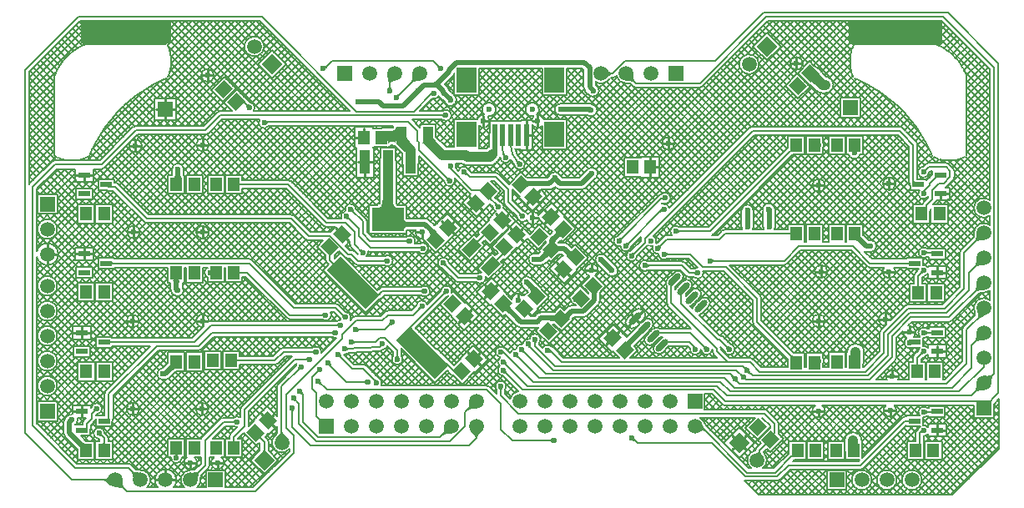
<source format=gbl>
G04*
G04 #@! TF.GenerationSoftware,Altium Limited,Altium Designer,19.0.15 (446)*
G04*
G04 Layer_Physical_Order=2*
G04 Layer_Color=16711680*
%FSLAX44Y44*%
%MOMM*%
G71*
G01*
G75*
%ADD13C,0.2540*%
%ADD29C,0.2032*%
%ADD30C,0.1500*%
G04:AMPARAMS|DCode=35|XSize=1.4mm|YSize=1.2mm|CornerRadius=0mm|HoleSize=0mm|Usage=FLASHONLY|Rotation=135.000|XOffset=0mm|YOffset=0mm|HoleType=Round|Shape=Rectangle|*
%AMROTATEDRECTD35*
4,1,4,0.9192,-0.0707,0.0707,-0.9192,-0.9192,0.0707,-0.0707,0.9192,0.9192,-0.0707,0.0*
%
%ADD35ROTATEDRECTD35*%

G04:AMPARAMS|DCode=37|XSize=1.4mm|YSize=1.2mm|CornerRadius=0mm|HoleSize=0mm|Usage=FLASHONLY|Rotation=225.000|XOffset=0mm|YOffset=0mm|HoleType=Round|Shape=Rectangle|*
%AMROTATEDRECTD37*
4,1,4,0.0707,0.9192,0.9192,0.0707,-0.0707,-0.9192,-0.9192,-0.0707,0.0707,0.9192,0.0*
%
%ADD37ROTATEDRECTD37*%

%ADD38C,0.5000*%
%ADD39C,1.0000*%
%ADD40C,1.5000*%
%ADD41R,1.5000X1.5000*%
%ADD42R,1.5000X1.5000*%
%ADD43P,2.1213X4X360.0*%
%ADD44P,2.1213X4X270.0*%
%ADD45C,0.6000*%
G04:AMPARAMS|DCode=46|XSize=1.7mm|YSize=1.1mm|CornerRadius=0mm|HoleSize=0mm|Usage=FLASHONLY|Rotation=45.000|XOffset=0mm|YOffset=0mm|HoleType=Round|Shape=Rectangle|*
%AMROTATEDRECTD46*
4,1,4,-0.2121,-0.9900,-0.9900,-0.2121,0.2121,0.9900,0.9900,0.2121,-0.2121,-0.9900,0.0*
%
%ADD46ROTATEDRECTD46*%

G04:AMPARAMS|DCode=47|XSize=2mm|YSize=5.6mm|CornerRadius=0mm|HoleSize=0mm|Usage=FLASHONLY|Rotation=45.000|XOffset=0mm|YOffset=0mm|HoleType=Round|Shape=Rectangle|*
%AMROTATEDRECTD47*
4,1,4,1.2728,-2.6870,-2.6870,1.2728,-1.2728,2.6870,2.6870,-1.2728,1.2728,-2.6870,0.0*
%
%ADD47ROTATEDRECTD47*%

%ADD48R,1.0000X2.4000*%
%ADD49R,3.3000X2.4000*%
%ADD50R,1.1000X1.7000*%
%ADD51R,1.2000X1.4000*%
%ADD52R,1.1500X0.6000*%
G04:AMPARAMS|DCode=53|XSize=0.6mm|YSize=1.6mm|CornerRadius=0mm|HoleSize=0mm|Usage=FLASHONLY|Rotation=315.000|XOffset=0mm|YOffset=0mm|HoleType=Round|Shape=Round|*
%AMOVALD53*
21,1,1.0000,0.6000,0.0000,0.0000,45.0*
1,1,0.6000,-0.3536,-0.3536*
1,1,0.6000,0.3536,0.3536*
%
%ADD53OVALD53*%

%ADD54R,2.0000X2.5000*%
%ADD55R,0.5000X2.3000*%
%ADD56C,0.8000*%
%ADD57R,9.2461X2.3129*%
%ADD58R,9.5457X2.3880*%
G36*
X314202Y439423D02*
X314056Y439263D01*
X313913Y439077D01*
X313773Y438866D01*
X313637Y438629D01*
X313504Y438366D01*
X313246Y437764D01*
X313122Y437424D01*
X312882Y436668D01*
X310890Y440365D01*
X311208Y440279D01*
X311514Y440221D01*
X311805Y440193D01*
X312084Y440194D01*
X312349Y440225D01*
X312600Y440284D01*
X312838Y440373D01*
X313062Y440491D01*
X313274Y440638D01*
X313471Y440814D01*
X314202Y439423D01*
D02*
G37*
G36*
X426578Y441191D02*
X426784Y441042D01*
X427010Y440912D01*
X427256Y440799D01*
X427522Y440705D01*
X427809Y440628D01*
X428116Y440569D01*
X428443Y440528D01*
X428791Y440505D01*
X429159Y440500D01*
X426189Y437530D01*
X426184Y437898D01*
X426120Y438573D01*
X426061Y438880D01*
X425984Y439167D01*
X425890Y439433D01*
X425777Y439679D01*
X425647Y439905D01*
X425498Y440111D01*
X425332Y440296D01*
X426393Y441357D01*
X426578Y441191D01*
D02*
G37*
G36*
X408029Y425001D02*
X406800Y424965D01*
X403699Y424689D01*
X402861Y424542D01*
X402120Y424366D01*
X401477Y424162D01*
X400931Y423930D01*
X400483Y423671D01*
X400132Y423383D01*
X399043Y424415D01*
X399343Y424780D01*
X399607Y425237D01*
X399835Y425787D01*
X400026Y426429D01*
X400180Y427163D01*
X400298Y427990D01*
X400380Y428909D01*
X400433Y431025D01*
X400405Y432221D01*
X408029Y425001D01*
D02*
G37*
G36*
X382842Y425008D02*
X381970Y424938D01*
X381189Y424813D01*
X380500Y424633D01*
X379903Y424397D01*
X379398Y424106D01*
X378985Y423760D01*
X378663Y423358D01*
X378434Y422901D01*
X378296Y422388D01*
X378250Y421820D01*
X376750Y422410D01*
X375131Y431102D01*
X382842Y425008D01*
D02*
G37*
G36*
X423599Y420540D02*
Y418040D01*
X417564Y423040D01*
X418549Y423075D01*
X419505Y423181D01*
X420432Y423358D01*
X421329Y423606D01*
X422198Y423924D01*
X423037Y424313D01*
X423846Y424772D01*
X424627Y425303D01*
X425378Y425904D01*
X426099Y426576D01*
X423599Y420540D01*
D02*
G37*
G36*
X378264Y419456D02*
X378304Y419206D01*
X378372Y418954D01*
X378466Y418700D01*
X378587Y418445D01*
X378736Y418188D01*
X378912Y417929D01*
X379114Y417668D01*
X379343Y417406D01*
X379600Y417142D01*
X375400D01*
X375657Y417406D01*
X376088Y417929D01*
X376264Y418188D01*
X376413Y418445D01*
X376534Y418700D01*
X376628Y418954D01*
X376696Y419206D01*
X376736Y419456D01*
X376750Y419705D01*
X378250D01*
X378264Y419456D01*
D02*
G37*
G36*
X420708Y410094D02*
X420474Y410250D01*
X420244Y410369D01*
X420016Y410449D01*
X419792Y410492D01*
X419571Y410497D01*
X419353Y410463D01*
X419138Y410392D01*
X418926Y410283D01*
X418717Y410136D01*
X418512Y409951D01*
X417733Y411294D01*
X418004Y411570D01*
X418972Y412670D01*
X419185Y412944D01*
X419753Y413760D01*
X419920Y414030D01*
X420708Y410094D01*
D02*
G37*
G36*
X387620Y410870D02*
X387450Y410681D01*
X387302Y410474D01*
X387175Y410247D01*
X387068Y410001D01*
X386982Y409737D01*
X386917Y409453D01*
X386873Y409151D01*
X386850Y408830D01*
X386847Y408490D01*
X386866Y408132D01*
X383701Y410893D01*
X384076Y410923D01*
X384763Y411027D01*
X385074Y411101D01*
X385363Y411190D01*
X385630Y411293D01*
X385876Y411412D01*
X386101Y411545D01*
X386303Y411693D01*
X386484Y411856D01*
X387620Y410870D01*
D02*
G37*
G36*
X230439Y404248D02*
X230395Y404140D01*
X230380Y404019D01*
X230397Y403887D01*
X230443Y403742D01*
X230519Y403585D01*
X230626Y403416D01*
X230763Y403235D01*
X230929Y403041D01*
X231126Y402835D01*
X230066Y401774D01*
X229859Y401970D01*
X229663Y402135D01*
X229477Y402267D01*
X229302Y402368D01*
X229138Y402437D01*
X228984Y402474D01*
X228841Y402480D01*
X228708Y402453D01*
X228586Y402395D01*
X228475Y402305D01*
X230513Y404343D01*
X230439Y404248D01*
D02*
G37*
G36*
X232389Y401591D02*
X232595Y401443D01*
X232820Y401313D01*
X233067Y401200D01*
X233333Y401105D01*
X233620Y401029D01*
X233927Y400970D01*
X234254Y400929D01*
X234602Y400906D01*
X234970Y400900D01*
X232000Y397931D01*
X231995Y398299D01*
X231931Y398974D01*
X231872Y399281D01*
X231795Y399567D01*
X231701Y399834D01*
X231588Y400080D01*
X231458Y400306D01*
X231309Y400512D01*
X231143Y400697D01*
X232204Y401758D01*
X232389Y401591D01*
D02*
G37*
G36*
X432273Y387900D02*
X432009Y388157D01*
X431487Y388589D01*
X431228Y388764D01*
X430971Y388913D01*
X430716Y389034D01*
X430462Y389129D01*
X430210Y389196D01*
X429960Y389237D01*
X429711Y389250D01*
Y390750D01*
X429960Y390764D01*
X430210Y390804D01*
X430462Y390872D01*
X430716Y390966D01*
X430971Y391088D01*
X431228Y391236D01*
X431487Y391412D01*
X431747Y391614D01*
X432009Y391844D01*
X432273Y392100D01*
Y387900D01*
D02*
G37*
G36*
X251810Y384934D02*
X252794Y384477D01*
X253090Y384365D01*
X253634Y384202D01*
X253882Y384152D01*
X254114Y384121D01*
X254331Y384111D01*
X254798Y382611D01*
X254534Y382596D01*
X254280Y382551D01*
X254038Y382475D01*
X253807Y382370D01*
X253587Y382234D01*
X253379Y382068D01*
X253181Y381872D01*
X252995Y381646D01*
X252819Y381390D01*
X252655Y381103D01*
X251450Y385126D01*
X251810Y384934D01*
D02*
G37*
G36*
X383736Y373778D02*
X385285Y373750D01*
Y363750D01*
X383736Y363724D01*
Y361232D01*
X383636Y361710D01*
X383336Y362138D01*
X382836Y362516D01*
X382136Y362843D01*
X381236Y363120D01*
X380136Y363347D01*
X379798Y363393D01*
X378885Y363235D01*
X377785Y362945D01*
X376885Y362591D01*
X376185Y362172D01*
X375685Y361689D01*
X375385Y361142D01*
X375285Y360531D01*
Y363729D01*
X373736Y363750D01*
Y373750D01*
X375285Y373786D01*
Y374469D01*
X375385Y374333D01*
X375685Y374211D01*
X376185Y374103D01*
X376885Y374009D01*
X377564Y373960D01*
X378837Y374148D01*
X380136Y374457D01*
X381236Y374855D01*
X382136Y375341D01*
X382836Y375916D01*
X383336Y376579D01*
X383636Y377331D01*
X383736Y378171D01*
Y373778D01*
D02*
G37*
G36*
X415401Y371641D02*
X415535Y371527D01*
X415669Y371426D01*
X415805Y371337D01*
X415941Y371261D01*
X416078Y371197D01*
X416216Y371146D01*
X416355Y371107D01*
X416494Y371081D01*
X416634Y371067D01*
X412432Y366865D01*
X412419Y367005D01*
X412393Y367145D01*
X412354Y367284D01*
X412303Y367421D01*
X412239Y367559D01*
X412163Y367695D01*
X412074Y367830D01*
X411972Y367965D01*
X411858Y368099D01*
X411732Y368232D01*
X415268Y371768D01*
X415401Y371641D01*
D02*
G37*
G36*
X394228Y370524D02*
X394061Y369813D01*
X394145Y368955D01*
X394480Y367949D01*
X395065Y366797D01*
X395900Y365497D01*
X396986Y364050D01*
X398322Y362455D01*
X401746Y358824D01*
X394864Y351564D01*
X393013Y353401D01*
X384649Y360845D01*
X384111Y361135D01*
X383736Y361232D01*
X394645Y371087D01*
X394228Y370524D01*
D02*
G37*
G36*
X421105Y372168D02*
X420843Y371233D01*
X420859Y370161D01*
X421153Y368952D01*
X421724Y367607D01*
X422573Y366124D01*
X423700Y364504D01*
X425104Y362748D01*
X428746Y358824D01*
X422803Y350625D01*
X420774Y352640D01*
X411120Y361125D01*
X410736Y361232D01*
X421645Y372967D01*
X421105Y372168D01*
D02*
G37*
G36*
X441015Y336660D02*
X440885Y336462D01*
X440795Y336263D01*
X440745Y336063D01*
X440734Y335861D01*
X440764Y335658D01*
X440833Y335454D01*
X440942Y335248D01*
X441091Y335042D01*
X441279Y334834D01*
X439851Y334141D01*
X437296Y336496D01*
X441185Y336856D01*
X441015Y336660D01*
D02*
G37*
G36*
X455500Y332941D02*
X455873Y331922D01*
X456004Y331634D01*
X456273Y331134D01*
X456413Y330923D01*
X456556Y330737D01*
X456702Y330577D01*
X455971Y329186D01*
X455774Y329362D01*
X455563Y329509D01*
X455338Y329627D01*
X455100Y329716D01*
X454849Y329775D01*
X454584Y329806D01*
X454305Y329807D01*
X454014Y329779D01*
X453708Y329721D01*
X453390Y329635D01*
X455382Y333332D01*
X455500Y332941D01*
D02*
G37*
G36*
X165020Y331019D02*
X165177Y329419D01*
X165315Y328769D01*
X165492Y328219D01*
X165709Y327769D01*
X165965Y327419D01*
X166260Y327169D01*
X166595Y327019D01*
X166969Y326969D01*
X157500Y326939D01*
X157975Y326991D01*
X158400Y327143D01*
X158775Y327395D01*
X159100Y327748D01*
X159375Y328200D01*
X159600Y328754D01*
X159775Y329407D01*
X159900Y330161D01*
X159975Y331015D01*
X160000Y331969D01*
X165000D01*
X165020Y331019D01*
D02*
G37*
G36*
X435416Y327371D02*
X435622Y327223D01*
X435848Y327093D01*
X436094Y326980D01*
X436360Y326885D01*
X436647Y326809D01*
X436954Y326750D01*
X437281Y326709D01*
X437629Y326686D01*
X437997Y326680D01*
X435027Y323711D01*
X435022Y324078D01*
X434958Y324753D01*
X434899Y325061D01*
X434822Y325347D01*
X434728Y325614D01*
X434615Y325860D01*
X434485Y326086D01*
X434336Y326292D01*
X434170Y326477D01*
X435231Y327538D01*
X435416Y327371D01*
D02*
G37*
G36*
X224954Y321357D02*
X225000Y321230D01*
X225077Y321117D01*
X225184Y321020D01*
X225322Y320937D01*
X225490Y320870D01*
X225689Y320817D01*
X225918Y320780D01*
X226178Y320757D01*
X226469Y320750D01*
Y319250D01*
X226178Y319242D01*
X225918Y319220D01*
X225689Y319182D01*
X225490Y319130D01*
X225322Y319062D01*
X225184Y318980D01*
X225077Y318882D01*
X225000Y318770D01*
X224954Y318642D01*
X224939Y318500D01*
Y321500D01*
X224954Y321357D01*
D02*
G37*
G36*
X95576Y319107D02*
X95624Y318980D01*
X95701Y318867D01*
X95809Y318770D01*
X95947Y318687D01*
X96115Y318620D01*
X96314Y318567D01*
X96542Y318530D01*
X96801Y318507D01*
X97090Y318500D01*
Y317000D01*
X95590Y317030D01*
X95559Y319250D01*
X95576Y319107D01*
D02*
G37*
G36*
X469987Y312843D02*
X469964Y312986D01*
X469897Y313113D01*
X469784Y313226D01*
X469627Y313323D01*
X469424Y313406D01*
X469177Y313473D01*
X468884Y313526D01*
X468547Y313563D01*
X467737Y313593D01*
Y315093D01*
X468164Y315101D01*
X468884Y315161D01*
X469177Y315213D01*
X469424Y315281D01*
X469627Y315363D01*
X469784Y315461D01*
X469897Y315573D01*
X469964Y315701D01*
X469987Y315843D01*
Y312843D01*
D02*
G37*
G36*
X380450Y304706D02*
X380600Y303006D01*
X380850Y301506D01*
X381200Y300206D01*
X381650Y299106D01*
X382200Y298206D01*
X382850Y297506D01*
X383600Y297006D01*
X384450Y296706D01*
X385400Y296606D01*
X365400D01*
X366350Y296706D01*
X367200Y297006D01*
X367950Y297506D01*
X368600Y298206D01*
X369150Y299106D01*
X369600Y300206D01*
X369950Y301506D01*
X370200Y303006D01*
X370350Y304706D01*
X370400Y306606D01*
X380400D01*
X380450Y304706D01*
D02*
G37*
G36*
X340583Y294602D02*
X340648Y293927D01*
X340706Y293620D01*
X340783Y293333D01*
X340878Y293067D01*
X340990Y292820D01*
X341121Y292595D01*
X341269Y292389D01*
X341436Y292204D01*
X340375Y291143D01*
X340190Y291309D01*
X339984Y291458D01*
X339758Y291588D01*
X339512Y291701D01*
X339245Y291795D01*
X338959Y291872D01*
X338651Y291931D01*
X338324Y291972D01*
X337976Y291995D01*
X337608Y292000D01*
X340578Y294970D01*
X340583Y294602D01*
D02*
G37*
G36*
X336334Y287102D02*
X336398Y286427D01*
X336456Y286120D01*
X336533Y285833D01*
X336628Y285567D01*
X336740Y285320D01*
X336871Y285095D01*
X337019Y284889D01*
X337186Y284704D01*
X336125Y283643D01*
X335939Y283809D01*
X335734Y283958D01*
X335508Y284088D01*
X335262Y284201D01*
X334995Y284295D01*
X334708Y284372D01*
X334401Y284431D01*
X334074Y284472D01*
X333726Y284495D01*
X333358Y284500D01*
X336328Y287470D01*
X336334Y287102D01*
D02*
G37*
G36*
X380432Y284827D02*
X380533Y284372D01*
X380658Y283934D01*
X380807Y283514D01*
X380981Y283111D01*
X381179Y282726D01*
X381401Y282358D01*
X381648Y282007D01*
X381919Y281674D01*
X382214Y281358D01*
X378678Y277822D01*
X378362Y278117D01*
X378029Y278388D01*
X377678Y278635D01*
X377310Y278857D01*
X376925Y279055D01*
X376522Y279229D01*
X376102Y279378D01*
X375664Y279503D01*
X375210Y279604D01*
X374737Y279680D01*
X380356Y285299D01*
X380432Y284827D01*
D02*
G37*
G36*
X391889Y284115D02*
X392040Y283690D01*
X392291Y283315D01*
X392644Y282990D01*
X393096Y282715D01*
X393650Y282490D01*
X394304Y282315D01*
X395058Y282190D01*
X395913Y282115D01*
X396869Y282090D01*
Y277090D01*
X395913Y277065D01*
X395058Y276990D01*
X394304Y276865D01*
X393650Y276690D01*
X393096Y276465D01*
X392644Y276190D01*
X392291Y275865D01*
X392040Y275490D01*
X391889Y275065D01*
X391839Y274590D01*
Y284590D01*
X391889Y284115D01*
D02*
G37*
G36*
X422929Y272785D02*
X418018Y267831D01*
X418317Y268204D01*
X418509Y268612D01*
X418596Y269056D01*
X418576Y269536D01*
X418450Y270050D01*
X418218Y270600D01*
X417880Y271186D01*
X417436Y271807D01*
X416885Y272464D01*
X416228Y273156D01*
X419764Y276692D01*
X422929Y272785D01*
D02*
G37*
G36*
X468034Y262429D02*
X467834Y262218D01*
X467666Y262018D01*
X467530Y261830D01*
X467426Y261652D01*
X467355Y261485D01*
X467316Y261329D01*
X467309Y261185D01*
X467335Y261051D01*
X467392Y260928D01*
X467482Y260817D01*
X465361Y262938D01*
X465472Y262848D01*
X465595Y262790D01*
X465729Y262765D01*
X465873Y262772D01*
X466029Y262811D01*
X466196Y262882D01*
X466374Y262986D01*
X466563Y263121D01*
X466763Y263290D01*
X466973Y263490D01*
X468034Y262429D01*
D02*
G37*
G36*
X395358Y260400D02*
X395094Y260657D01*
X394571Y261089D01*
X394312Y261264D01*
X394055Y261413D01*
X393800Y261534D01*
X393546Y261628D01*
X393294Y261696D01*
X393044Y261737D01*
X392795Y261750D01*
Y263250D01*
X393044Y263263D01*
X393294Y263304D01*
X393546Y263372D01*
X393800Y263466D01*
X394055Y263587D01*
X394312Y263736D01*
X394571Y263911D01*
X394832Y264114D01*
X395094Y264343D01*
X395358Y264600D01*
Y260400D01*
D02*
G37*
G36*
X464311Y258706D02*
X464145Y258521D01*
X463997Y258316D01*
X463866Y258090D01*
X463754Y257843D01*
X463659Y257577D01*
X463582Y257290D01*
X463523Y256983D01*
X463482Y256656D01*
X463459Y256308D01*
X463454Y255940D01*
X460484Y258910D01*
X460852Y258915D01*
X461527Y258979D01*
X461834Y259038D01*
X462121Y259115D01*
X462388Y259209D01*
X462634Y259322D01*
X462860Y259452D01*
X463065Y259601D01*
X463251Y259767D01*
X464311Y258706D01*
D02*
G37*
G36*
X408272Y253660D02*
X408098Y253945D01*
X407914Y254200D01*
X407720Y254425D01*
X407516Y254620D01*
X407303Y254785D01*
X407079Y254920D01*
X406845Y255025D01*
X406602Y255100D01*
X406349Y255145D01*
X406086Y255160D01*
X406503Y256660D01*
X406724Y256671D01*
X406959Y256702D01*
X407209Y256755D01*
X407473Y256829D01*
X407751Y256924D01*
X408352Y257178D01*
X408673Y257336D01*
X409360Y257716D01*
X408272Y253660D01*
D02*
G37*
G36*
X347049Y254355D02*
X347259Y254207D01*
X347486Y254082D01*
X347730Y253982D01*
X347991Y253905D01*
X348270Y253851D01*
X348565Y253822D01*
X348879Y253816D01*
X349209Y253833D01*
X349557Y253875D01*
X347025Y250524D01*
X346968Y250906D01*
X346821Y251601D01*
X346731Y251915D01*
X346629Y252205D01*
X346516Y252472D01*
X346391Y252717D01*
X346255Y252938D01*
X346108Y253137D01*
X345949Y253313D01*
X346857Y254526D01*
X347049Y254355D01*
D02*
G37*
G36*
X318183Y248486D02*
X318059Y248418D01*
X317950Y248304D01*
X317855Y248145D01*
X317775Y247941D01*
X317710Y247691D01*
X317659Y247395D01*
X317622Y247055D01*
X317593Y246237D01*
X316093D01*
X316086Y246668D01*
X316028Y247395D01*
X315977Y247691D01*
X315911Y247941D01*
X315831Y248145D01*
X315736Y248304D01*
X315627Y248418D01*
X315503Y248486D01*
X315365Y248508D01*
X318322D01*
X318183Y248486D01*
D02*
G37*
G36*
X372858Y240400D02*
X372594Y240657D01*
X372071Y241089D01*
X371813Y241264D01*
X371555Y241413D01*
X371300Y241534D01*
X371046Y241628D01*
X370794Y241696D01*
X370544Y241737D01*
X370295Y241750D01*
Y243250D01*
X370544Y243263D01*
X370794Y243304D01*
X371046Y243372D01*
X371300Y243466D01*
X371555Y243587D01*
X371813Y243736D01*
X372071Y243911D01*
X372332Y244114D01*
X372594Y244343D01*
X372858Y244600D01*
Y240400D01*
D02*
G37*
G36*
X319903Y241168D02*
X320103Y241000D01*
X320292Y240864D01*
X320470Y240761D01*
X320636Y240689D01*
X320792Y240650D01*
X320937Y240644D01*
X321070Y240669D01*
X321193Y240727D01*
X321305Y240817D01*
X319183Y238695D01*
X319273Y238807D01*
X319331Y238930D01*
X319356Y239063D01*
X319350Y239208D01*
X319310Y239364D01*
X319239Y239530D01*
X319136Y239708D01*
X319000Y239897D01*
X318832Y240097D01*
X318631Y240308D01*
X319692Y241369D01*
X319903Y241168D01*
D02*
G37*
G36*
X95575Y241357D02*
X95620Y241230D01*
X95697Y241117D01*
X95804Y241020D01*
X95942Y240938D01*
X96110Y240870D01*
X96309Y240818D01*
X96539Y240780D01*
X96799Y240758D01*
X97090Y240750D01*
Y239250D01*
X96799Y239242D01*
X96539Y239220D01*
X96309Y239182D01*
X96110Y239130D01*
X95942Y239062D01*
X95804Y238980D01*
X95697Y238883D01*
X95620Y238770D01*
X95575Y238643D01*
X95559Y238500D01*
Y241500D01*
X95575Y241357D01*
D02*
G37*
G36*
X434741Y239809D02*
X434805Y239135D01*
X434864Y238827D01*
X434940Y238541D01*
X435035Y238274D01*
X435148Y238028D01*
X435278Y237802D01*
X435427Y237596D01*
X435593Y237411D01*
X434532Y236350D01*
X434347Y236517D01*
X434141Y236665D01*
X433915Y236795D01*
X433669Y236908D01*
X433402Y237003D01*
X433116Y237080D01*
X432809Y237138D01*
X432481Y237179D01*
X432134Y237202D01*
X431766Y237208D01*
X434736Y240177D01*
X434741Y239809D01*
D02*
G37*
G36*
X224954Y231857D02*
X225000Y231730D01*
X225077Y231617D01*
X225184Y231520D01*
X225322Y231437D01*
X225490Y231370D01*
X225689Y231317D01*
X225918Y231280D01*
X226178Y231257D01*
X226469Y231250D01*
Y229750D01*
X226178Y229742D01*
X225918Y229720D01*
X225689Y229682D01*
X225490Y229630D01*
X225322Y229562D01*
X225184Y229480D01*
X225077Y229382D01*
X225000Y229270D01*
X224954Y229142D01*
X224939Y229000D01*
Y232000D01*
X224954Y231857D01*
D02*
G37*
G36*
X467121Y222900D02*
X466857Y223157D01*
X466334Y223589D01*
X466076Y223764D01*
X465819Y223913D01*
X465563Y224034D01*
X465309Y224128D01*
X465057Y224196D01*
X464807Y224237D01*
X464558Y224250D01*
Y225750D01*
X464807Y225763D01*
X465057Y225804D01*
X465309Y225872D01*
X465563Y225966D01*
X465819Y226087D01*
X466076Y226236D01*
X466334Y226411D01*
X466595Y226614D01*
X466857Y226843D01*
X467121Y227100D01*
Y222900D01*
D02*
G37*
G36*
X165525Y223011D02*
X165100Y222860D01*
X164725Y222608D01*
X164400Y222256D01*
X164125Y221803D01*
X163900Y221250D01*
X163725Y220596D01*
X163600Y219841D01*
X163525Y218986D01*
X163500Y218031D01*
X158500D01*
X158475Y218986D01*
X158400Y219841D01*
X158275Y220596D01*
X158100Y221250D01*
X157875Y221803D01*
X157600Y222256D01*
X157275Y222608D01*
X156900Y222860D01*
X156475Y223011D01*
X156000Y223061D01*
X166000D01*
X165525Y223011D01*
D02*
G37*
G36*
X410594Y209478D02*
X410330Y209735D01*
X409807Y210167D01*
X409548Y210342D01*
X409291Y210491D01*
X409036Y210612D01*
X408782Y210707D01*
X408530Y210774D01*
X408280Y210815D01*
X408031Y210828D01*
Y212328D01*
X408280Y212342D01*
X408530Y212382D01*
X408782Y212450D01*
X409036Y212544D01*
X409291Y212666D01*
X409548Y212814D01*
X409807Y212990D01*
X410068Y213192D01*
X410330Y213422D01*
X410594Y213678D01*
Y209478D01*
D02*
G37*
G36*
X367909Y208311D02*
X366827Y207272D01*
X365236Y208820D01*
X365349Y208731D01*
X365472Y208675D01*
X365607Y208650D01*
X365752Y208657D01*
X365908Y208696D01*
X366074Y208768D01*
X366252Y208871D01*
X366440Y209006D01*
X366639Y209173D01*
X366848Y209372D01*
X367909Y208311D01*
D02*
G37*
G36*
X434970Y208789D02*
X434602Y208784D01*
X433927Y208720D01*
X433620Y208661D01*
X433333Y208584D01*
X433067Y208490D01*
X432821Y208377D01*
X432595Y208247D01*
X432389Y208098D01*
X432204Y207932D01*
X431143Y208993D01*
X431309Y209178D01*
X431458Y209384D01*
X431588Y209610D01*
X431701Y209856D01*
X431795Y210122D01*
X431872Y210409D01*
X431931Y210716D01*
X431972Y211044D01*
X431995Y211391D01*
X432000Y211759D01*
X434970Y208789D01*
D02*
G37*
G36*
X409970Y193712D02*
X409602Y193707D01*
X408927Y193643D01*
X408620Y193584D01*
X408333Y193507D01*
X408067Y193412D01*
X407821Y193300D01*
X407595Y193169D01*
X407389Y193021D01*
X407204Y192855D01*
X406143Y193915D01*
X406309Y194101D01*
X406458Y194306D01*
X406588Y194532D01*
X406701Y194779D01*
X406795Y195045D01*
X406872Y195332D01*
X406931Y195639D01*
X406972Y195966D01*
X406995Y196314D01*
X407000Y196682D01*
X409970Y193712D01*
D02*
G37*
G36*
X310358Y185400D02*
X310094Y185657D01*
X309571Y186089D01*
X309312Y186264D01*
X309055Y186413D01*
X308800Y186534D01*
X308546Y186628D01*
X308294Y186696D01*
X308044Y186737D01*
X307795Y186750D01*
Y188250D01*
X308044Y188263D01*
X308294Y188304D01*
X308546Y188372D01*
X308800Y188466D01*
X309055Y188587D01*
X309312Y188736D01*
X309571Y188911D01*
X309832Y189114D01*
X310094Y189343D01*
X310358Y189600D01*
Y185400D01*
D02*
G37*
G36*
X329652Y188528D02*
X329861Y188380D01*
X330088Y188254D01*
X330333Y188150D01*
X330596Y188067D01*
X330878Y188006D01*
X331178Y187968D01*
X331496Y187951D01*
X331833Y187956D01*
X332187Y187983D01*
X329510Y184747D01*
X329470Y185126D01*
X329351Y185816D01*
X329270Y186127D01*
X329177Y186417D01*
X329069Y186685D01*
X328949Y186931D01*
X328814Y187154D01*
X328666Y187355D01*
X328505Y187535D01*
X329462Y188699D01*
X329652Y188528D01*
D02*
G37*
G36*
X379970Y177000D02*
X379602Y176995D01*
X378927Y176931D01*
X378620Y176872D01*
X378333Y176795D01*
X378067Y176701D01*
X377821Y176588D01*
X377595Y176458D01*
X377389Y176309D01*
X377204Y176143D01*
X376143Y177204D01*
X376309Y177389D01*
X376458Y177595D01*
X376588Y177820D01*
X376701Y178067D01*
X376795Y178333D01*
X376872Y178620D01*
X376931Y178927D01*
X376972Y179254D01*
X376995Y179602D01*
X377000Y179970D01*
X379970Y177000D01*
D02*
G37*
G36*
X400246Y175975D02*
X400047Y175765D01*
X399880Y175566D01*
X399745Y175378D01*
X399641Y175200D01*
X399570Y175034D01*
X399531Y174878D01*
X399524Y174733D01*
X399549Y174598D01*
X399605Y174475D01*
X399694Y174362D01*
X397983Y176117D01*
X398021Y176100D01*
X398076Y176108D01*
X398151Y176140D01*
X398243Y176195D01*
X398354Y176275D01*
X398484Y176379D01*
X398983Y176835D01*
X399185Y177035D01*
X400246Y175975D01*
D02*
G37*
G36*
X325358Y174995D02*
X325094Y175252D01*
X324571Y175683D01*
X324313Y175859D01*
X324055Y176007D01*
X323800Y176129D01*
X323546Y176224D01*
X323294Y176291D01*
X323044Y176332D01*
X322795Y176345D01*
Y177845D01*
X323044Y177859D01*
X323294Y177899D01*
X323546Y177966D01*
X323800Y178061D01*
X324055Y178183D01*
X324313Y178331D01*
X324571Y178507D01*
X324832Y178709D01*
X325094Y178939D01*
X325358Y179195D01*
Y174995D01*
D02*
G37*
G36*
X344906Y174343D02*
X345428Y173911D01*
X345687Y173736D01*
X345944Y173587D01*
X346199Y173466D01*
X346453Y173371D01*
X346705Y173304D01*
X346955Y173263D01*
X347204Y173250D01*
Y171750D01*
X346955Y171736D01*
X346705Y171696D01*
X346453Y171628D01*
X346199Y171534D01*
X345944Y171412D01*
X345687Y171264D01*
X345428Y171088D01*
X345168Y170886D01*
X344906Y170656D01*
X344642Y170400D01*
Y174600D01*
X344906Y174343D01*
D02*
G37*
G36*
X320358Y167347D02*
X320094Y167603D01*
X319571Y168035D01*
X319312Y168211D01*
X319055Y168359D01*
X318800Y168481D01*
X318546Y168575D01*
X318294Y168643D01*
X318044Y168683D01*
X317795Y168697D01*
Y170197D01*
X318044Y170210D01*
X318294Y170251D01*
X318546Y170318D01*
X318800Y170413D01*
X319055Y170534D01*
X319312Y170683D01*
X319571Y170858D01*
X319832Y171061D01*
X320094Y171290D01*
X320358Y171547D01*
Y167347D01*
D02*
G37*
G36*
X93157Y161358D02*
X93202Y161230D01*
X93279Y161118D01*
X93386Y161020D01*
X93524Y160938D01*
X93692Y160870D01*
X93891Y160818D01*
X94121Y160780D01*
X94381Y160758D01*
X94672Y160750D01*
Y159250D01*
X94381Y159243D01*
X94121Y159220D01*
X93891Y159183D01*
X93692Y159130D01*
X93524Y159063D01*
X93386Y158980D01*
X93279Y158883D01*
X93202Y158770D01*
X93157Y158643D01*
X93141Y158500D01*
Y161500D01*
X93157Y161358D01*
D02*
G37*
G36*
X340806Y161843D02*
X341329Y161411D01*
X341588Y161236D01*
X341845Y161087D01*
X342100Y160966D01*
X342354Y160872D01*
X342606Y160804D01*
X342856Y160763D01*
X343105Y160750D01*
Y159250D01*
X342856Y159236D01*
X342606Y159196D01*
X342354Y159129D01*
X342100Y159034D01*
X341845Y158912D01*
X341588Y158764D01*
X341329Y158588D01*
X341068Y158386D01*
X340806Y158156D01*
X340542Y157900D01*
Y162100D01*
X340806Y161843D01*
D02*
G37*
G36*
X369026Y155083D02*
X368904Y155113D01*
X368778Y155124D01*
X368648Y155113D01*
X368513Y155083D01*
X368373Y155032D01*
X368229Y154960D01*
X368081Y154868D01*
X367929Y154756D01*
X367772Y154623D01*
X367610Y154470D01*
X366550Y155530D01*
X366703Y155692D01*
X366836Y155849D01*
X366948Y156001D01*
X367040Y156150D01*
X367112Y156293D01*
X367163Y156433D01*
X367193Y156568D01*
X367204Y156698D01*
X367193Y156824D01*
X367163Y156946D01*
X369026Y155083D01*
D02*
G37*
G36*
X333994Y154902D02*
X334541Y154501D01*
X334809Y154341D01*
X335075Y154208D01*
X335337Y154101D01*
X335596Y154022D01*
X335851Y153969D01*
X336104Y153944D01*
X336353Y153945D01*
X336441Y152447D01*
X336193Y152419D01*
X335946Y152364D01*
X335698Y152282D01*
X335450Y152173D01*
X335202Y152037D01*
X334955Y151873D01*
X334707Y151683D01*
X334459Y151465D01*
X334210Y151221D01*
X333962Y150949D01*
X333716Y155142D01*
X333994Y154902D01*
D02*
G37*
G36*
X300357Y147900D02*
X300093Y148156D01*
X299571Y148588D01*
X299312Y148764D01*
X299055Y148912D01*
X298799Y149034D01*
X298546Y149128D01*
X298294Y149196D01*
X298043Y149236D01*
X297795Y149250D01*
Y150750D01*
X298043Y150763D01*
X298294Y150804D01*
X298546Y150871D01*
X298799Y150966D01*
X299055Y151087D01*
X299312Y151236D01*
X299571Y151411D01*
X299831Y151614D01*
X300093Y151843D01*
X300357Y152100D01*
Y147900D01*
D02*
G37*
G36*
X385764Y146956D02*
X385804Y146706D01*
X385872Y146454D01*
X385966Y146200D01*
X386087Y145945D01*
X386236Y145688D01*
X386412Y145429D01*
X386614Y145168D01*
X386843Y144906D01*
X387100Y144642D01*
X382900D01*
X383157Y144906D01*
X383588Y145429D01*
X383764Y145688D01*
X383913Y145945D01*
X384034Y146200D01*
X384128Y146454D01*
X384196Y146706D01*
X384236Y146956D01*
X384250Y147205D01*
X385750D01*
X385764Y146956D01*
D02*
G37*
G36*
X328005Y147102D02*
X328069Y146427D01*
X328128Y146120D01*
X328205Y145833D01*
X328299Y145567D01*
X328412Y145321D01*
X328542Y145095D01*
X328691Y144889D01*
X328857Y144704D01*
X327796Y143643D01*
X327611Y143809D01*
X327405Y143958D01*
X327179Y144088D01*
X326933Y144201D01*
X326667Y144295D01*
X326380Y144372D01*
X326073Y144431D01*
X325746Y144472D01*
X325398Y144495D01*
X325030Y144500D01*
X328000Y147470D01*
X328005Y147102D01*
D02*
G37*
G36*
X294295Y140400D02*
X294032Y140656D01*
X293509Y141088D01*
X293250Y141264D01*
X292993Y141412D01*
X292738Y141534D01*
X292484Y141629D01*
X292232Y141696D01*
X291982Y141736D01*
X291733Y141750D01*
Y143250D01*
X291982Y143264D01*
X292232Y143304D01*
X292484Y143371D01*
X292738Y143466D01*
X292993Y143588D01*
X293250Y143736D01*
X293509Y143912D01*
X293769Y144114D01*
X294032Y144344D01*
X294295Y144600D01*
Y140400D01*
D02*
G37*
G36*
X222118Y142655D02*
X222164Y142527D01*
X222241Y142415D01*
X222348Y142317D01*
X222485Y142235D01*
X222654Y142167D01*
X222853Y142115D01*
X223082Y142077D01*
X223342Y142055D01*
X223633Y142047D01*
Y140547D01*
X223342Y140540D01*
X223082Y140517D01*
X222853Y140480D01*
X222654Y140427D01*
X222485Y140360D01*
X222348Y140277D01*
X222241Y140180D01*
X222164Y140067D01*
X222118Y139940D01*
X222103Y139797D01*
Y142797D01*
X222118Y142655D01*
D02*
G37*
G36*
X317870Y137653D02*
X317835Y137332D01*
X317825Y137028D01*
X317842Y136739D01*
X317885Y136465D01*
X317955Y136208D01*
X318050Y135966D01*
X318171Y135740D01*
X318319Y135529D01*
X318493Y135335D01*
X317205Y134501D01*
X317035Y134655D01*
X316841Y134801D01*
X316623Y134939D01*
X316381Y135069D01*
X316115Y135191D01*
X315825Y135305D01*
X315172Y135509D01*
X314809Y135599D01*
X314422Y135681D01*
X317932Y137989D01*
X317870Y137653D01*
D02*
G37*
G36*
X437504Y136507D02*
X437497Y136436D01*
X437515Y136348D01*
X437559Y136244D01*
X437629Y136123D01*
X437725Y135985D01*
X437847Y135831D01*
X438168Y135473D01*
X438367Y135269D01*
X437306Y134209D01*
X437099Y134405D01*
X436903Y134569D01*
X436718Y134702D01*
X436543Y134803D01*
X436378Y134872D01*
X436224Y134909D01*
X436081Y134914D01*
X435949Y134888D01*
X435827Y134829D01*
X435715Y134739D01*
X437538Y136562D01*
X437504Y136507D01*
D02*
G37*
G36*
X162101Y133031D02*
X161713Y133314D01*
X161253Y133455D01*
X160723D01*
X160122Y133314D01*
X159450Y133031D01*
X158707Y132606D01*
X157894Y132041D01*
X157010Y131334D01*
X155030Y129495D01*
X151495Y133031D01*
X152485Y134056D01*
X154040Y135894D01*
X154606Y136708D01*
X155030Y137450D01*
X155313Y138122D01*
X155455Y138723D01*
Y139253D01*
X155313Y139713D01*
X155030Y140102D01*
X162101Y133031D01*
D02*
G37*
G36*
X287470Y132000D02*
X287102Y131995D01*
X286427Y131931D01*
X286120Y131872D01*
X285833Y131795D01*
X285567Y131701D01*
X285320Y131588D01*
X285095Y131458D01*
X284889Y131309D01*
X284704Y131143D01*
X283643Y132204D01*
X283809Y132389D01*
X283958Y132595D01*
X284088Y132821D01*
X284201Y133067D01*
X284295Y133333D01*
X284372Y133620D01*
X284431Y133927D01*
X284472Y134255D01*
X284495Y134602D01*
X284500Y134970D01*
X287470Y132000D01*
D02*
G37*
G36*
X441039Y132608D02*
X441238Y132441D01*
X441426Y132306D01*
X441603Y132203D01*
X441770Y132132D01*
X441926Y132092D01*
X442071Y132085D01*
X442205Y132110D01*
X442329Y132167D01*
X442442Y132255D01*
X440851Y130707D01*
X440836Y130714D01*
X440801Y130742D01*
X440744Y130792D01*
X439769Y131746D01*
X440829Y132807D01*
X441039Y132608D01*
D02*
G37*
G36*
X306512Y129396D02*
X306144Y129391D01*
X305469Y129327D01*
X305162Y129268D01*
X304875Y129191D01*
X304609Y129096D01*
X304363Y128984D01*
X304137Y128853D01*
X303931Y128705D01*
X303745Y128539D01*
X302685Y129599D01*
X302851Y129785D01*
X302999Y129990D01*
X303130Y130216D01*
X303243Y130463D01*
X303337Y130729D01*
X303414Y131016D01*
X303473Y131323D01*
X303514Y131650D01*
X303537Y131998D01*
X303542Y132366D01*
X306512Y129396D01*
D02*
G37*
G36*
X362015Y122450D02*
X362201Y122307D01*
X362413Y122167D01*
X362651Y122031D01*
X362914Y121899D01*
X363516Y121644D01*
X363856Y121522D01*
X364612Y121288D01*
X360929Y119270D01*
X361013Y119590D01*
X361069Y119896D01*
X361096Y120189D01*
X361093Y120468D01*
X361062Y120734D01*
X361002Y120986D01*
X360913Y121224D01*
X360794Y121449D01*
X360647Y121660D01*
X360471Y121857D01*
X361854Y122596D01*
X362015Y122450D01*
D02*
G37*
G36*
X352858Y117394D02*
X352594Y117650D01*
X352071Y118082D01*
X351813Y118258D01*
X351555Y118406D01*
X351300Y118528D01*
X351046Y118622D01*
X350794Y118690D01*
X350544Y118730D01*
X350295Y118744D01*
Y120244D01*
X350544Y120257D01*
X350794Y120298D01*
X351046Y120365D01*
X351300Y120460D01*
X351555Y120581D01*
X351813Y120730D01*
X352071Y120905D01*
X352332Y121108D01*
X352594Y121337D01*
X352858Y121594D01*
Y117394D01*
D02*
G37*
G36*
X308005Y119602D02*
X308069Y118927D01*
X308128Y118620D01*
X308205Y118333D01*
X308299Y118067D01*
X308412Y117821D01*
X308542Y117595D01*
X308691Y117389D01*
X308857Y117204D01*
X307796Y116143D01*
X307611Y116309D01*
X307405Y116458D01*
X307180Y116588D01*
X306933Y116701D01*
X306667Y116795D01*
X306380Y116872D01*
X306073Y116931D01*
X305746Y116972D01*
X305398Y116995D01*
X305030Y117000D01*
X308000Y119970D01*
X308005Y119602D01*
D02*
G37*
G36*
X288991Y109142D02*
X289001Y108839D01*
X289032Y108549D01*
X289085Y108272D01*
X289160Y108007D01*
X289256Y107756D01*
X289373Y107518D01*
X289512Y107293D01*
X289673Y107080D01*
X289855Y106881D01*
X288794Y105821D01*
X288595Y106003D01*
X288383Y106163D01*
X288157Y106302D01*
X287919Y106420D01*
X287668Y106516D01*
X287404Y106590D01*
X287127Y106643D01*
X286837Y106675D01*
X286534Y106685D01*
X286218Y106673D01*
X289003Y109457D01*
X288991Y109142D01*
D02*
G37*
G36*
X282648Y102787D02*
X282712Y102112D01*
X282771Y101805D01*
X282847Y101518D01*
X282942Y101251D01*
X283055Y101005D01*
X283185Y100779D01*
X283334Y100574D01*
X283500Y100388D01*
X282439Y99327D01*
X282254Y99494D01*
X282048Y99642D01*
X281822Y99773D01*
X281576Y99885D01*
X281310Y99980D01*
X281023Y100057D01*
X280716Y100115D01*
X280388Y100156D01*
X280041Y100180D01*
X279673Y100185D01*
X282643Y103154D01*
X282648Y102787D01*
D02*
G37*
G36*
X465325Y92500D02*
X464112Y92497D01*
X461044Y92292D01*
X460211Y92159D01*
X459473Y91994D01*
X458831Y91797D01*
X458283Y91567D01*
X457830Y91305D01*
X457472Y91011D01*
X456411Y92071D01*
X456705Y92429D01*
X456968Y92882D01*
X457197Y93430D01*
X457395Y94073D01*
X457560Y94811D01*
X457692Y95644D01*
X457861Y97594D01*
X457897Y98712D01*
X457901Y99925D01*
X465325Y92500D01*
D02*
G37*
G36*
X280392Y91131D02*
X279960Y90609D01*
X279784Y90350D01*
X279636Y90093D01*
X279514Y89838D01*
X279420Y89584D01*
X279352Y89332D01*
X279312Y89082D01*
X279298Y88833D01*
X277798D01*
X277785Y89082D01*
X277744Y89332D01*
X277677Y89584D01*
X277582Y89838D01*
X277461Y90093D01*
X277312Y90350D01*
X277137Y90609D01*
X276934Y90869D01*
X276705Y91131D01*
X276448Y91395D01*
X280648D01*
X280392Y91131D01*
D02*
G37*
G36*
X79970Y89500D02*
X79602Y89495D01*
X78927Y89431D01*
X78620Y89372D01*
X78333Y89295D01*
X78067Y89201D01*
X77821Y89088D01*
X77595Y88958D01*
X77389Y88809D01*
X77204Y88643D01*
X76143Y89704D01*
X76309Y89889D01*
X76458Y90095D01*
X76588Y90321D01*
X76701Y90567D01*
X76795Y90833D01*
X76872Y91120D01*
X76931Y91427D01*
X76972Y91755D01*
X76995Y92102D01*
X77000Y92470D01*
X79970Y89500D01*
D02*
G37*
G36*
X93172Y82969D02*
X90952Y82939D01*
X91095Y82956D01*
X91222Y83003D01*
X91335Y83081D01*
X91432Y83189D01*
X91515Y83327D01*
X91582Y83495D01*
X91635Y83693D01*
X91672Y83922D01*
X91695Y84180D01*
X91702Y84469D01*
X93202D01*
X93172Y82969D01*
D02*
G37*
G36*
X305841Y82830D02*
X306396Y82357D01*
X306641Y82184D01*
X306864Y82054D01*
X307065Y81966D01*
X307245Y81921D01*
X307402Y81918D01*
X307538Y81957D01*
X307652Y82039D01*
X305561Y79948D01*
X305643Y80062D01*
X305682Y80198D01*
X305679Y80355D01*
X305634Y80535D01*
X305546Y80736D01*
X305415Y80959D01*
X305243Y81204D01*
X305028Y81470D01*
X304470Y82069D01*
X305531Y83130D01*
X305841Y82830D01*
D02*
G37*
G36*
X220358Y76950D02*
X220094Y77206D01*
X219571Y77638D01*
X219312Y77814D01*
X219055Y77962D01*
X218800Y78084D01*
X218546Y78178D01*
X218294Y78246D01*
X218044Y78286D01*
X217795Y78300D01*
Y79800D01*
X218044Y79813D01*
X218294Y79854D01*
X218546Y79921D01*
X218800Y80016D01*
X219055Y80137D01*
X219312Y80286D01*
X219571Y80461D01*
X219832Y80664D01*
X220094Y80893D01*
X220358Y81150D01*
Y76950D01*
D02*
G37*
G36*
X70672Y73470D02*
X68452Y73439D01*
X68595Y73456D01*
X68722Y73504D01*
X68835Y73581D01*
X68932Y73689D01*
X69015Y73827D01*
X69082Y73995D01*
X69135Y74194D01*
X69172Y74422D01*
X69195Y74681D01*
X69202Y74970D01*
X70702D01*
X70672Y73470D01*
D02*
G37*
G36*
X439925Y67100D02*
X438712Y67097D01*
X435644Y66892D01*
X434811Y66759D01*
X434073Y66594D01*
X433431Y66397D01*
X432883Y66167D01*
X432430Y65905D01*
X432072Y65611D01*
X431011Y66671D01*
X431305Y67029D01*
X431567Y67482D01*
X431797Y68030D01*
X431995Y68673D01*
X432160Y69411D01*
X432293Y70244D01*
X432461Y72194D01*
X432497Y73312D01*
X432500Y74525D01*
X439925Y67100D01*
D02*
G37*
G36*
X85505Y67102D02*
X85569Y66427D01*
X85628Y66120D01*
X85705Y65833D01*
X85799Y65567D01*
X85912Y65321D01*
X86042Y65095D01*
X86191Y64889D01*
X86357Y64704D01*
X85296Y63643D01*
X85111Y63809D01*
X84905Y63958D01*
X84679Y64088D01*
X84433Y64201D01*
X84167Y64295D01*
X83880Y64372D01*
X83573Y64431D01*
X83245Y64472D01*
X82898Y64495D01*
X82530Y64500D01*
X85500Y67470D01*
X85505Y67102D01*
D02*
G37*
G36*
X268319Y69474D02*
X268458Y68960D01*
X268688Y68411D01*
X269011Y67828D01*
X269427Y67211D01*
X269935Y66560D01*
X270535Y65875D01*
X272012Y64402D01*
X272889Y63614D01*
X262407Y63001D01*
X263236Y63936D01*
X265201Y66409D01*
X265681Y67123D01*
X266074Y67782D01*
X266380Y68385D01*
X266598Y68934D01*
X266729Y69428D01*
X266773Y69866D01*
X268273Y69954D01*
X268319Y69474D01*
D02*
G37*
G36*
X470415Y69023D02*
X469544Y68216D01*
X467479Y66017D01*
X466975Y65358D01*
X466562Y64735D01*
X466241Y64149D01*
X466011Y63600D01*
X465874Y63088D01*
X465828Y62612D01*
X464328Y62677D01*
X464284Y63122D01*
X464152Y63619D01*
X463932Y64168D01*
X463623Y64770D01*
X463227Y65423D01*
X462743Y66129D01*
X461510Y67697D01*
X459925Y69474D01*
X470415Y69023D01*
D02*
G37*
G36*
X247013Y63542D02*
X246956Y63420D01*
X246930Y63286D01*
X246937Y63141D01*
X246976Y62986D01*
X247047Y62819D01*
X247151Y62641D01*
X247287Y62452D01*
X247455Y62252D01*
X247655Y62042D01*
X246594Y60981D01*
X246383Y61181D01*
X246184Y61349D01*
X245995Y61485D01*
X245817Y61589D01*
X245650Y61660D01*
X245494Y61699D01*
X245350Y61706D01*
X245216Y61680D01*
X245093Y61623D01*
X244982Y61533D01*
X247103Y63654D01*
X247013Y63542D01*
D02*
G37*
G36*
X219757Y60679D02*
X219780Y60418D01*
X219817Y60189D01*
X219870Y59990D01*
X219937Y59821D01*
X220020Y59684D01*
X220117Y59577D01*
X220230Y59500D01*
X220357Y59454D01*
X220500Y59439D01*
X217500D01*
X217642Y59454D01*
X217770Y59500D01*
X217882Y59577D01*
X217980Y59684D01*
X218062Y59821D01*
X218130Y59990D01*
X218182Y60189D01*
X218220Y60418D01*
X218242Y60679D01*
X218250Y60969D01*
X219750D01*
X219757Y60679D01*
D02*
G37*
G36*
X88210Y58179D02*
X88232Y57918D01*
X88270Y57689D01*
X88322Y57490D01*
X88390Y57322D01*
X88472Y57184D01*
X88570Y57077D01*
X88682Y57000D01*
X88810Y56954D01*
X88952Y56939D01*
X85952D01*
X86095Y56954D01*
X86222Y57000D01*
X86335Y57077D01*
X86432Y57184D01*
X86515Y57322D01*
X86582Y57490D01*
X86635Y57689D01*
X86672Y57918D01*
X86695Y58179D01*
X86702Y58469D01*
X88202D01*
X88210Y58179D01*
D02*
G37*
G36*
X64508Y59515D02*
X66347Y57959D01*
X67160Y57394D01*
X67902Y56969D01*
X68574Y56687D01*
X69175Y56545D01*
X69705D01*
X70165Y56687D01*
X70554Y56969D01*
X63483Y49898D01*
X63766Y50287D01*
X63907Y50747D01*
Y51277D01*
X63766Y51878D01*
X63483Y52550D01*
X63059Y53292D01*
X62493Y54106D01*
X61786Y54990D01*
X59947Y56969D01*
X63483Y60505D01*
X64508Y59515D01*
D02*
G37*
G36*
X250757Y50882D02*
X250816Y50155D01*
X250867Y49860D01*
X250932Y49610D01*
X251012Y49405D01*
X251107Y49246D01*
X251216Y49133D01*
X251340Y49065D01*
X251478Y49042D01*
X248522D01*
X248660Y49065D01*
X248784Y49133D01*
X248893Y49246D01*
X248988Y49405D01*
X249068Y49610D01*
X249133Y49860D01*
X249184Y50155D01*
X249221Y50496D01*
X249250Y51313D01*
X250750D01*
X250757Y50882D01*
D02*
G37*
G36*
X161750Y47189D02*
X161763Y46942D01*
X161803Y46692D01*
X161870Y46439D01*
X161963Y46185D01*
X162083Y45927D01*
X162230Y45667D01*
X162300Y45561D01*
X162500D01*
X162357Y45545D01*
X162319Y45532D01*
X162403Y45404D01*
X162603Y45139D01*
X162829Y44871D01*
X163083Y44600D01*
X161787Y44626D01*
X161780Y44581D01*
X161757Y44321D01*
X161750Y44030D01*
X160250D01*
X160242Y44321D01*
X160220Y44581D01*
X160208Y44657D01*
X158883Y44684D01*
X159143Y44941D01*
X159375Y45197D01*
X159580Y45452D01*
X159645Y45545D01*
X159642Y45545D01*
X159500Y45561D01*
X159656D01*
X159758Y45707D01*
X159908Y45961D01*
X160031Y46214D01*
X160127Y46467D01*
X160195Y46719D01*
X160236Y46969D01*
X160250Y47219D01*
X161750Y47189D01*
D02*
G37*
G36*
X184389Y27928D02*
X184095Y27570D01*
X183833Y27117D01*
X183603Y26569D01*
X183406Y25927D01*
X183241Y25189D01*
X183108Y24356D01*
X182939Y22405D01*
X182903Y21288D01*
X182900Y20075D01*
X175475Y27500D01*
X176688Y27503D01*
X179756Y27708D01*
X180589Y27840D01*
X181327Y28005D01*
X181970Y28203D01*
X182518Y28433D01*
X182971Y28695D01*
X183329Y28989D01*
X184389Y27928D01*
D02*
G37*
G36*
X117030Y28695D02*
X117483Y28433D01*
X118031Y28203D01*
X118673Y28005D01*
X119411Y27840D01*
X120244Y27708D01*
X122195Y27539D01*
X123313Y27503D01*
X124525Y27500D01*
X117101Y20075D01*
X117097Y21288D01*
X116892Y24356D01*
X116760Y25189D01*
X116595Y25927D01*
X116397Y26569D01*
X116167Y27117D01*
X115906Y27570D01*
X115611Y27928D01*
X116672Y28989D01*
X117030Y28695D01*
D02*
G37*
G36*
X93844Y14750D02*
X92984Y15605D01*
X90670Y17630D01*
X89987Y18125D01*
X89349Y18530D01*
X88755Y18845D01*
X88205Y19070D01*
X87699Y19205D01*
X87238Y19250D01*
Y20750D01*
X87699Y20795D01*
X88205Y20930D01*
X88755Y21155D01*
X89349Y21470D01*
X89987Y21875D01*
X90670Y22370D01*
X92168Y23630D01*
X92984Y24395D01*
X93844Y25250D01*
X93844Y14750D01*
D02*
G37*
G36*
X106672Y18549D02*
X106816Y15510D01*
X106936Y14682D01*
X107092Y13947D01*
X107283Y13305D01*
X107511Y12756D01*
X107775Y12299D01*
X108075Y11935D01*
X106989Y10899D01*
X106637Y11188D01*
X106189Y11448D01*
X105643Y11679D01*
X105000Y11882D01*
X104259Y12057D01*
X103421Y12203D01*
X101454Y12409D01*
X99097Y12501D01*
X106696Y19747D01*
X106672Y18549D01*
D02*
G37*
G36*
X598130Y436528D02*
X599406Y435233D01*
X600017Y434707D01*
X600610Y434262D01*
X601186Y433898D01*
X601744Y433614D01*
X602284Y433412D01*
X602807Y433290D01*
X603311Y433250D01*
Y431750D01*
X602807Y431710D01*
X602284Y431588D01*
X601744Y431386D01*
X601186Y431102D01*
X600610Y430738D01*
X600017Y430293D01*
X599406Y429767D01*
X598777Y429160D01*
X597466Y427703D01*
Y437297D01*
X598130Y436528D01*
D02*
G37*
G36*
X624603Y431212D02*
X624808Y428144D01*
X624940Y427311D01*
X625106Y426573D01*
X625303Y425930D01*
X625533Y425382D01*
X625795Y424930D01*
X626089Y424572D01*
X625028Y423511D01*
X624670Y423805D01*
X624217Y424067D01*
X623670Y424297D01*
X623027Y424494D01*
X622289Y424660D01*
X621456Y424792D01*
X619505Y424961D01*
X618388Y424997D01*
X617175Y425000D01*
X624600Y432425D01*
X624603Y431212D01*
D02*
G37*
G36*
X819938Y424712D02*
X812867Y417641D01*
X811542Y418938D01*
X808226Y421836D01*
X807341Y422470D01*
X806567Y422938D01*
X805902Y423241D01*
X805348Y423377D01*
X804904Y423347D01*
X804571Y423152D01*
X813013Y431594D01*
X819938Y424712D01*
D02*
G37*
G36*
X501430Y358515D02*
X501307Y358471D01*
X501202Y358396D01*
X501115Y358292D01*
X501046Y358157D01*
X500995Y357993D01*
X500962Y357799D01*
X500947Y357576D01*
X500951Y357322D01*
X500972Y357039D01*
X499459Y357038D01*
X499423Y357321D01*
X499375Y357575D01*
X499314Y357799D01*
X499242Y357993D01*
X499158Y358157D01*
X499062Y358291D01*
X498953Y358396D01*
X498833Y358470D01*
X498701Y358515D01*
X498557Y358530D01*
X501571D01*
X501430Y358515D01*
D02*
G37*
G36*
X493357Y358515D02*
X493229Y358470D01*
X493116Y358395D01*
X493019Y358290D01*
X492937Y358155D01*
X492869Y357990D01*
X492817Y357795D01*
X492779Y357570D01*
X492757Y357315D01*
X492749Y357030D01*
X491249D01*
X491241Y357315D01*
X491219Y357570D01*
X491181Y357795D01*
X491129Y357990D01*
X491062Y358155D01*
X490979Y358290D01*
X490882Y358395D01*
X490769Y358470D01*
X490642Y358515D01*
X490499Y358530D01*
X493499D01*
X493357Y358515D01*
D02*
G37*
G36*
X493263Y351703D02*
X493382Y351491D01*
X493531Y351297D01*
X493710Y351121D01*
X493919Y350966D01*
X494157Y350829D01*
X494426Y350711D01*
X494724Y350612D01*
X495051Y350532D01*
X495409Y350471D01*
X492036Y347968D01*
X492088Y348333D01*
X492148Y349022D01*
X492156Y349346D01*
X492130Y349953D01*
X492095Y350236D01*
X492046Y350505D01*
X491982Y350761D01*
X491904Y351003D01*
X493173Y351936D01*
X493263Y351703D01*
D02*
G37*
G36*
X506645Y344370D02*
X506836Y344211D01*
X507049Y344070D01*
X507285Y343949D01*
X507544Y343847D01*
X507825Y343764D01*
X508128Y343700D01*
X508455Y343656D01*
X508804Y343630D01*
X509175Y343624D01*
X506200Y340659D01*
X506196Y341023D01*
X506138Y341696D01*
X506084Y342006D01*
X506013Y342298D01*
X505926Y342571D01*
X505822Y342827D01*
X505702Y343064D01*
X505564Y343284D01*
X505410Y343485D01*
X506476Y344548D01*
X506645Y344370D01*
D02*
G37*
G36*
X922818Y335296D02*
X922652Y335111D01*
X922504Y334905D01*
X922373Y334679D01*
X922261Y334433D01*
X922166Y334167D01*
X922089Y333880D01*
X922030Y333573D01*
X921989Y333246D01*
X921966Y332898D01*
X921961Y332530D01*
X918991Y335500D01*
X919359Y335505D01*
X920034Y335569D01*
X920341Y335628D01*
X920628Y335705D01*
X920894Y335799D01*
X921141Y335912D01*
X921367Y336042D01*
X921572Y336191D01*
X921758Y336357D01*
X922818Y335296D01*
D02*
G37*
G36*
X932489Y326561D02*
X932375Y326643D01*
X932239Y326682D01*
X932082Y326679D01*
X931902Y326634D01*
X931701Y326546D01*
X931478Y326415D01*
X931233Y326243D01*
X930966Y326027D01*
X930368Y325470D01*
X929307Y326530D01*
X929607Y326841D01*
X930080Y327396D01*
X930252Y327641D01*
X930383Y327864D01*
X930471Y328065D01*
X930516Y328245D01*
X930519Y328402D01*
X930480Y328538D01*
X930398Y328652D01*
X932489Y326561D01*
D02*
G37*
G36*
X909345Y324180D02*
X909367Y323922D01*
X909405Y323693D01*
X909457Y323495D01*
X909525Y323327D01*
X909607Y323189D01*
X909705Y323081D01*
X909817Y323003D01*
X909945Y322956D01*
X910087Y322939D01*
X907868Y322969D01*
X907862Y322984D01*
X907857Y323029D01*
X907852Y323104D01*
X907837Y324469D01*
X909337D01*
X909345Y324180D01*
D02*
G37*
G36*
X514224Y325232D02*
X514449Y324807D01*
X514824Y324432D01*
X515349Y324107D01*
X516024Y323832D01*
X516849Y323607D01*
X517824Y323432D01*
X518949Y323307D01*
X521649Y323207D01*
Y318207D01*
X520224Y318182D01*
X517824Y317982D01*
X516849Y317807D01*
X516024Y317582D01*
X515349Y317307D01*
X514824Y316982D01*
X514449Y316607D01*
X514224Y316182D01*
X514149Y315707D01*
Y325707D01*
X514224Y325232D01*
D02*
G37*
G36*
X654708Y304142D02*
X654607Y304231D01*
X654486Y304312D01*
X654346Y304383D01*
X654186Y304444D01*
X654006Y304496D01*
X653807Y304539D01*
X653588Y304572D01*
X653091Y304609D01*
X652813Y304614D01*
Y306114D01*
X653000Y306121D01*
X653171Y306141D01*
X653324Y306174D01*
X653460Y306220D01*
X653579Y306280D01*
X653681Y306353D01*
X653766Y306440D01*
X653834Y306539D01*
X653884Y306652D01*
X653918Y306778D01*
X654708Y304142D01*
D02*
G37*
G36*
X480456Y306621D02*
X480398Y306499D01*
X480373Y306365D01*
X480380Y306220D01*
X480419Y306065D01*
X480490Y305898D01*
X480594Y305720D01*
X480729Y305531D01*
X480897Y305331D01*
X481098Y305121D01*
X480037Y304060D01*
X479826Y304260D01*
X479626Y304428D01*
X479437Y304564D01*
X479260Y304668D01*
X479093Y304739D01*
X478937Y304778D01*
X478792Y304785D01*
X478659Y304759D01*
X478536Y304702D01*
X478425Y304612D01*
X480546Y306733D01*
X480456Y306621D01*
D02*
G37*
G36*
X484988Y301249D02*
X485192Y301101D01*
X485417Y300969D01*
X485663Y300853D01*
X485930Y300754D01*
X486218Y300670D01*
X486528Y300603D01*
X486858Y300552D01*
X487209Y300517D01*
X487582Y300498D01*
X484502Y297642D01*
X484510Y298005D01*
X484499Y298349D01*
X484468Y298673D01*
X484417Y298977D01*
X484347Y299262D01*
X484257Y299527D01*
X484148Y299774D01*
X484019Y300000D01*
X483871Y300207D01*
X483703Y300394D01*
X484804Y301414D01*
X484988Y301249D01*
D02*
G37*
G36*
X922906Y296969D02*
X920687Y296939D01*
X920829Y296956D01*
X920957Y297003D01*
X921069Y297081D01*
X921167Y297189D01*
X921249Y297327D01*
X921317Y297495D01*
X921369Y297693D01*
X921407Y297922D01*
X921429Y298181D01*
X921437Y298469D01*
X922937D01*
X922906Y296969D01*
D02*
G37*
G36*
X654734Y292125D02*
X654413Y292208D01*
X654106Y292263D01*
X653812Y292289D01*
X653533Y292286D01*
X653267Y292254D01*
X653014Y292193D01*
X652776Y292104D01*
X652551Y291985D01*
X652340Y291838D01*
X652143Y291662D01*
X651399Y293039D01*
X651546Y293201D01*
X651689Y293388D01*
X651828Y293600D01*
X651964Y293838D01*
X652096Y294101D01*
X652349Y294704D01*
X652470Y295044D01*
X652700Y295800D01*
X654734Y292125D01*
D02*
G37*
G36*
X509485Y291191D02*
X509691Y291042D01*
X509917Y290912D01*
X510163Y290799D01*
X510429Y290705D01*
X510716Y290628D01*
X511023Y290569D01*
X511351Y290528D01*
X511698Y290505D01*
X512066Y290500D01*
X509096Y287530D01*
X509091Y287898D01*
X509027Y288573D01*
X508968Y288880D01*
X508891Y289167D01*
X508797Y289433D01*
X508684Y289680D01*
X508554Y289905D01*
X508405Y290111D01*
X508239Y290296D01*
X509300Y291357D01*
X509485Y291191D01*
D02*
G37*
G36*
X669906Y274343D02*
X670429Y273911D01*
X670688Y273736D01*
X670945Y273587D01*
X671200Y273466D01*
X671454Y273372D01*
X671706Y273304D01*
X671956Y273263D01*
X672205Y273250D01*
Y271750D01*
X671956Y271737D01*
X671706Y271696D01*
X671454Y271628D01*
X671200Y271534D01*
X670945Y271413D01*
X670688Y271264D01*
X670429Y271089D01*
X670168Y270886D01*
X669906Y270657D01*
X669642Y270400D01*
Y274600D01*
X669906Y274343D01*
D02*
G37*
G36*
X784061Y268500D02*
X784046Y268643D01*
X784000Y268770D01*
X783923Y268883D01*
X783816Y268980D01*
X783678Y269062D01*
X783510Y269130D01*
X783311Y269182D01*
X783081Y269220D01*
X782821Y269242D01*
X782530Y269250D01*
Y270750D01*
X782821Y270758D01*
X783081Y270780D01*
X783311Y270818D01*
X783510Y270870D01*
X783678Y270938D01*
X783816Y271020D01*
X783923Y271117D01*
X784000Y271230D01*
X784046Y271357D01*
X784061Y271500D01*
Y268500D01*
D02*
G37*
G36*
X474019Y267354D02*
X473908Y267444D01*
X473785Y267501D01*
X473651Y267527D01*
X473507Y267520D01*
X473351Y267481D01*
X473184Y267410D01*
X473006Y267306D01*
X472817Y267170D01*
X472618Y267002D01*
X472407Y266802D01*
X471346Y267862D01*
X471546Y268073D01*
X471714Y268273D01*
X471850Y268462D01*
X471954Y268640D01*
X472025Y268807D01*
X472064Y268962D01*
X472071Y269107D01*
X472046Y269241D01*
X471988Y269363D01*
X471898Y269475D01*
X474019Y267354D01*
D02*
G37*
G36*
X552265Y266158D02*
X551894Y266458D01*
X551486Y266652D01*
X551043Y266739D01*
X550565Y266720D01*
X550050Y266594D01*
X549500Y266362D01*
X548913Y266023D01*
X548292Y265578D01*
X547634Y265027D01*
X547220Y264634D01*
X546829Y264222D01*
X546279Y263565D01*
X545835Y262945D01*
X545496Y262359D01*
X545264Y261809D01*
X545139Y261294D01*
X545119Y260814D01*
X545205Y260371D01*
X545397Y259962D01*
X545696Y259589D01*
X542071Y263256D01*
X543660Y267649D01*
X543405Y267904D01*
X544063Y268598D01*
X544614Y269255D01*
X545060Y269877D01*
X545398Y270463D01*
X545631Y271014D01*
X545756Y271528D01*
X545775Y272007D01*
X545688Y272450D01*
X545494Y272857D01*
X545194Y273229D01*
X552265Y266158D01*
D02*
G37*
G36*
X613857Y265348D02*
X613691Y265162D01*
X613542Y264957D01*
X613412Y264731D01*
X613299Y264484D01*
X613205Y264218D01*
X613128Y263931D01*
X613069Y263624D01*
X613028Y263297D01*
X613005Y262949D01*
X613000Y262581D01*
X610030Y265551D01*
X610398Y265556D01*
X611073Y265620D01*
X611380Y265679D01*
X611667Y265756D01*
X611933Y265851D01*
X612179Y265963D01*
X612405Y266094D01*
X612611Y266242D01*
X612796Y266408D01*
X613857Y265348D01*
D02*
G37*
G36*
X979925Y263300D02*
X978712Y263297D01*
X975644Y263092D01*
X974811Y262960D01*
X974073Y262794D01*
X973430Y262597D01*
X972883Y262367D01*
X972430Y262105D01*
X972072Y261811D01*
X971011Y262872D01*
X971305Y263230D01*
X971567Y263683D01*
X971797Y264230D01*
X971994Y264873D01*
X972160Y265611D01*
X972292Y266444D01*
X972461Y268395D01*
X972497Y269512D01*
X972500Y270725D01*
X979925Y263300D01*
D02*
G37*
G36*
X854687Y269713D02*
X854545Y269253D01*
Y268723D01*
X854687Y268122D01*
X854970Y267450D01*
X855394Y266707D01*
X855959Y265894D01*
X856667Y265010D01*
X858505Y263030D01*
X854970Y259495D01*
X853944Y260485D01*
X852106Y262041D01*
X851293Y262606D01*
X850550Y263030D01*
X849878Y263313D01*
X849277Y263455D01*
X848747D01*
X848287Y263313D01*
X847898Y263030D01*
X854970Y270102D01*
X854687Y269713D01*
D02*
G37*
G36*
X620777Y260296D02*
X620611Y260111D01*
X620462Y259905D01*
X620332Y259680D01*
X620219Y259433D01*
X620125Y259167D01*
X620048Y258880D01*
X619989Y258573D01*
X619948Y258246D01*
X619925Y257898D01*
X619920Y257530D01*
X616950Y260500D01*
X617318Y260505D01*
X617993Y260569D01*
X618300Y260628D01*
X618587Y260705D01*
X618853Y260799D01*
X619099Y260912D01*
X619325Y261042D01*
X619531Y261191D01*
X619716Y261357D01*
X620777Y260296D01*
D02*
G37*
G36*
X653277Y257796D02*
X653111Y257611D01*
X652962Y257405D01*
X652832Y257180D01*
X652719Y256933D01*
X652625Y256667D01*
X652548Y256380D01*
X652489Y256073D01*
X652448Y255746D01*
X652425Y255398D01*
X652420Y255030D01*
X649450Y258000D01*
X649818Y258005D01*
X650493Y258069D01*
X650800Y258128D01*
X651087Y258205D01*
X651353Y258299D01*
X651600Y258412D01*
X651825Y258542D01*
X652031Y258691D01*
X652216Y258857D01*
X653277Y257796D01*
D02*
G37*
G36*
X546526Y258536D02*
X546723Y258280D01*
X547051Y258053D01*
X547509Y257857D01*
X548099Y257691D01*
X548820Y257555D01*
X549672Y257450D01*
X551768Y257329D01*
X553013Y257314D01*
Y252314D01*
X551768Y252299D01*
X548820Y252072D01*
X548099Y251937D01*
X547509Y251770D01*
X547051Y251574D01*
X546723Y251348D01*
X546526Y251091D01*
X546461Y250805D01*
Y258823D01*
X546526Y258536D01*
D02*
G37*
G36*
X926941Y249300D02*
X926925Y249443D01*
X926879Y249570D01*
X926803Y249683D01*
X926696Y249780D01*
X926558Y249862D01*
X926390Y249930D01*
X926191Y249982D01*
X925961Y250020D01*
X925701Y250042D01*
X925410Y250050D01*
Y251550D01*
X925701Y251558D01*
X925961Y251580D01*
X926191Y251618D01*
X926390Y251670D01*
X926558Y251737D01*
X926696Y251820D01*
X926803Y251917D01*
X926879Y252030D01*
X926925Y252157D01*
X926941Y252300D01*
Y249300D01*
D02*
G37*
G36*
X921562Y252644D02*
X922084Y252211D01*
X922343Y252036D01*
X922600Y251887D01*
X922856Y251766D01*
X923109Y251672D01*
X923361Y251604D01*
X923612Y251563D01*
X923860Y251550D01*
Y250050D01*
X923612Y250037D01*
X923361Y249996D01*
X923109Y249928D01*
X922856Y249834D01*
X922600Y249713D01*
X922343Y249564D01*
X922084Y249389D01*
X921824Y249186D01*
X921562Y248957D01*
X921298Y248700D01*
Y252900D01*
X921562Y252644D01*
D02*
G37*
G36*
X493111Y248262D02*
X492999Y248352D01*
X492877Y248409D01*
X492743Y248435D01*
X492599Y248428D01*
X492443Y248389D01*
X492276Y248318D01*
X492098Y248214D01*
X491909Y248078D01*
X491710Y247910D01*
X491499Y247710D01*
X490438Y248771D01*
X490638Y248981D01*
X490806Y249181D01*
X490942Y249370D01*
X491046Y249548D01*
X491117Y249715D01*
X491156Y249870D01*
X491163Y250015D01*
X491137Y250149D01*
X491080Y250271D01*
X490990Y250383D01*
X493111Y248262D01*
D02*
G37*
G36*
X626664Y250296D02*
X626498Y250111D01*
X626349Y249905D01*
X626219Y249680D01*
X626106Y249433D01*
X626012Y249167D01*
X625935Y248880D01*
X625876Y248573D01*
X625835Y248246D01*
X625812Y247898D01*
X625807Y247530D01*
X622837Y250500D01*
X623205Y250505D01*
X623880Y250569D01*
X624187Y250628D01*
X624474Y250705D01*
X624740Y250799D01*
X624986Y250912D01*
X625212Y251042D01*
X625418Y251191D01*
X625603Y251357D01*
X626664Y250296D01*
D02*
G37*
G36*
X657998Y251043D02*
X658520Y250611D01*
X658779Y250436D01*
X659036Y250287D01*
X659292Y250166D01*
X659545Y250071D01*
X659797Y250004D01*
X660048Y249963D01*
X660296Y249950D01*
Y248450D01*
X660048Y248436D01*
X659797Y248396D01*
X659545Y248328D01*
X659292Y248234D01*
X659036Y248112D01*
X658779Y247964D01*
X658520Y247788D01*
X658260Y247586D01*
X657998Y247356D01*
X657734Y247100D01*
Y251300D01*
X657998Y251043D01*
D02*
G37*
G36*
X558676Y254253D02*
X559333Y253703D01*
X559954Y253258D01*
X560540Y252920D01*
X561090Y252688D01*
X561605Y252562D01*
X562084Y252542D01*
X562528Y252629D01*
X562936Y252822D01*
X563308Y253121D01*
X557215Y247071D01*
X557326Y247252D01*
X557350Y247489D01*
X557289Y247781D01*
X557141Y248128D01*
X556907Y248531D01*
X556588Y248989D01*
X556182Y249503D01*
X555112Y250695D01*
X554448Y251375D01*
X557983Y254910D01*
X558676Y254253D01*
D02*
G37*
G36*
X539779Y245879D02*
X539407Y246180D01*
X539000Y246373D01*
X538557Y246461D01*
X538078Y246441D01*
X537563Y246316D01*
X537013Y246084D01*
X536427Y245745D01*
X535805Y245300D01*
X535147Y244748D01*
X534454Y244090D01*
X530918Y247625D01*
X531576Y248319D01*
X532128Y248977D01*
X532573Y249599D01*
X532912Y250185D01*
X533144Y250735D01*
X533270Y251250D01*
X533289Y251729D01*
X533201Y252172D01*
X533008Y252579D01*
X532707Y252950D01*
X539779Y245879D01*
D02*
G37*
G36*
X487126Y243337D02*
X486925Y243126D01*
X486757Y242926D01*
X486622Y242737D01*
X486518Y242560D01*
X486447Y242393D01*
X486408Y242237D01*
X486401Y242092D01*
X486426Y241959D01*
X486484Y241836D01*
X486574Y241724D01*
X484453Y243846D01*
X484564Y243756D01*
X484687Y243698D01*
X484820Y243673D01*
X484965Y243680D01*
X485121Y243719D01*
X485288Y243790D01*
X485465Y243894D01*
X485654Y244029D01*
X485854Y244197D01*
X486065Y244398D01*
X487126Y243337D01*
D02*
G37*
G36*
X704906Y244343D02*
X705429Y243911D01*
X705687Y243736D01*
X705945Y243587D01*
X706200Y243466D01*
X706454Y243372D01*
X706706Y243304D01*
X706956Y243263D01*
X707205Y243250D01*
Y241750D01*
X706956Y241737D01*
X706706Y241696D01*
X706454Y241628D01*
X706200Y241534D01*
X705945Y241413D01*
X705687Y241264D01*
X705429Y241089D01*
X705168Y240886D01*
X704906Y240657D01*
X704642Y240400D01*
Y244600D01*
X704906Y244343D01*
D02*
G37*
G36*
X904441Y238500D02*
X904425Y238643D01*
X904380Y238770D01*
X904303Y238883D01*
X904196Y238980D01*
X904058Y239062D01*
X903890Y239130D01*
X903691Y239182D01*
X903461Y239220D01*
X903201Y239242D01*
X902910Y239250D01*
Y240750D01*
X903201Y240758D01*
X903461Y240780D01*
X903691Y240818D01*
X903890Y240870D01*
X904058Y240938D01*
X904196Y241020D01*
X904303Y241117D01*
X904380Y241230D01*
X904425Y241357D01*
X904441Y241500D01*
Y238500D01*
D02*
G37*
G36*
X483403Y239614D02*
X483237Y239429D01*
X483088Y239223D01*
X482958Y238997D01*
X482845Y238751D01*
X482751Y238485D01*
X482674Y238198D01*
X482615Y237891D01*
X482574Y237563D01*
X482551Y237216D01*
X482546Y236848D01*
X479576Y239818D01*
X479944Y239823D01*
X480619Y239887D01*
X480926Y239946D01*
X481213Y240023D01*
X481479Y240117D01*
X481725Y240230D01*
X481951Y240360D01*
X482157Y240509D01*
X482342Y240675D01*
X483403Y239614D01*
D02*
G37*
G36*
X979925Y237900D02*
X978712Y237897D01*
X975644Y237692D01*
X974811Y237560D01*
X974073Y237395D01*
X973430Y237197D01*
X972883Y236967D01*
X972430Y236705D01*
X972072Y236411D01*
X971011Y237472D01*
X971305Y237830D01*
X971567Y238283D01*
X971797Y238831D01*
X971994Y239473D01*
X972160Y240211D01*
X972292Y241044D01*
X972461Y242995D01*
X972497Y244112D01*
X972500Y245325D01*
X979925Y237900D01*
D02*
G37*
G36*
X638615Y239343D02*
X639137Y238911D01*
X639396Y238736D01*
X639653Y238587D01*
X639909Y238466D01*
X640162Y238372D01*
X640414Y238304D01*
X640665Y238263D01*
X640913Y238250D01*
Y236750D01*
X640665Y236737D01*
X640414Y236696D01*
X640162Y236628D01*
X639909Y236534D01*
X639653Y236413D01*
X639396Y236264D01*
X639137Y236089D01*
X638877Y235886D01*
X638615Y235657D01*
X638351Y235400D01*
Y239600D01*
X638615Y239343D01*
D02*
G37*
G36*
X918931Y229500D02*
X918563Y229495D01*
X917888Y229431D01*
X917581Y229372D01*
X917294Y229295D01*
X917028Y229201D01*
X916782Y229088D01*
X916556Y228958D01*
X916350Y228809D01*
X916165Y228643D01*
X915104Y229704D01*
X915270Y229889D01*
X915419Y230095D01*
X915549Y230320D01*
X915662Y230567D01*
X915757Y230833D01*
X915833Y231120D01*
X915892Y231427D01*
X915933Y231754D01*
X915956Y232102D01*
X915961Y232470D01*
X918931Y229500D01*
D02*
G37*
G36*
X687858Y227900D02*
X687594Y228157D01*
X687071Y228589D01*
X686812Y228764D01*
X686555Y228913D01*
X686300Y229034D01*
X686046Y229128D01*
X685794Y229196D01*
X685544Y229237D01*
X685295Y229250D01*
Y230750D01*
X685544Y230763D01*
X685794Y230804D01*
X686046Y230872D01*
X686300Y230966D01*
X686555Y231087D01*
X686812Y231236D01*
X687071Y231411D01*
X687332Y231614D01*
X687594Y231843D01*
X687858Y232100D01*
Y227900D01*
D02*
G37*
G36*
X914345Y218179D02*
X914367Y217919D01*
X914405Y217689D01*
X914457Y217490D01*
X914525Y217322D01*
X914607Y217184D01*
X914705Y217077D01*
X914817Y217000D01*
X914945Y216954D01*
X915087Y216939D01*
X912087D01*
X912230Y216954D01*
X912357Y217000D01*
X912470Y217077D01*
X912567Y217184D01*
X912650Y217322D01*
X912717Y217490D01*
X912770Y217689D01*
X912807Y217919D01*
X912830Y218179D01*
X912837Y218470D01*
X914337D01*
X914345Y218179D01*
D02*
G37*
G36*
X664139Y217150D02*
X664014Y217095D01*
X663904Y217003D01*
X663808Y216875D01*
X663727Y216710D01*
X663661Y216509D01*
X663610Y216271D01*
X663573Y215996D01*
X663551Y215685D01*
X663543Y215338D01*
X662043D01*
X662036Y215685D01*
X661978Y216270D01*
X661927Y216507D01*
X661861Y216708D01*
X661781Y216873D01*
X661686Y217000D01*
X661577Y217092D01*
X661453Y217146D01*
X661314Y217164D01*
X664279Y217168D01*
X664139Y217150D01*
D02*
G37*
G36*
X979925Y212500D02*
X978712Y212497D01*
X975644Y212292D01*
X974811Y212160D01*
X974073Y211994D01*
X973430Y211797D01*
X972883Y211567D01*
X972430Y211305D01*
X972072Y211011D01*
X971011Y212072D01*
X971305Y212430D01*
X971567Y212883D01*
X971797Y213431D01*
X971994Y214073D01*
X972160Y214811D01*
X972292Y215644D01*
X972461Y217595D01*
X972497Y218712D01*
X972500Y219925D01*
X979925Y212500D01*
D02*
G37*
G36*
X522579Y218163D02*
X525581Y215507D01*
X525657Y215513D01*
X520159Y209972D01*
X520458Y210345D01*
X520651Y210753D01*
X520737Y211196D01*
X520718Y211676D01*
X520592Y212190D01*
X520360Y212741D01*
X520022Y213326D01*
X519577Y213948D01*
X519026Y214604D01*
X518370Y215297D01*
X521905Y218832D01*
X522579Y218163D01*
D02*
G37*
G36*
X674601Y209428D02*
X674477Y209300D01*
X674368Y209144D01*
X674274Y208960D01*
X674193Y208747D01*
X674128Y208505D01*
X674077Y208236D01*
X674040Y207938D01*
X674018Y207611D01*
X674011Y207256D01*
X672511Y206356D01*
X672504Y206707D01*
X672444Y207270D01*
X672392Y207483D01*
X672325Y207649D01*
X672243Y207770D01*
X672146Y207844D01*
X672034Y207872D01*
X671907Y207854D01*
X671765Y207790D01*
X674740Y209527D01*
X674601Y209428D01*
D02*
G37*
G36*
X589304Y212940D02*
X588879Y212715D01*
X588504Y212340D01*
X588179Y211815D01*
X587904Y211140D01*
X587679Y210315D01*
X587504Y209340D01*
X587379Y208215D01*
X587279Y205515D01*
X582279D01*
X582254Y206940D01*
X582054Y209340D01*
X581879Y210315D01*
X581654Y211140D01*
X581379Y211815D01*
X581054Y212340D01*
X580679Y212715D01*
X580254Y212940D01*
X579779Y213015D01*
X589779D01*
X589304Y212940D01*
D02*
G37*
G36*
X499935Y197523D02*
X499741Y197115D01*
X499654Y196672D01*
X499673Y196193D01*
X499799Y195679D01*
X500031Y195128D01*
X500369Y194542D01*
X500815Y193920D01*
X501366Y193263D01*
X502024Y192569D01*
X498489Y189034D01*
X497795Y189692D01*
X497138Y190243D01*
X496516Y190688D01*
X495929Y191027D01*
X495379Y191259D01*
X494865Y191385D01*
X494386Y191404D01*
X493943Y191317D01*
X493535Y191123D01*
X493164Y190823D01*
X500235Y197894D01*
X499935Y197523D01*
D02*
G37*
G36*
X562020Y187687D02*
X561363Y187001D01*
X560343Y185758D01*
X559982Y185200D01*
X559719Y184685D01*
X559554Y184213D01*
X559489Y183784D01*
X559522Y183397D01*
X559654Y183053D01*
X559884Y182752D01*
X553160Y189433D01*
X553532Y189134D01*
X553941Y188941D01*
X554384Y188854D01*
X554863Y188873D01*
X555378Y188999D01*
X555928Y189231D01*
X556514Y189569D01*
X557136Y190014D01*
X557792Y190565D01*
X558485Y191222D01*
X562020Y187687D01*
D02*
G37*
G36*
X983069Y187757D02*
X975163Y184103D01*
X973588Y184649D01*
X973942Y185072D01*
X974210Y185548D01*
X974393Y186078D01*
X974490Y186661D01*
X974501Y187298D01*
X974427Y187987D01*
X974267Y188731D01*
X974022Y189527D01*
X973691Y190377D01*
X973275Y191280D01*
X983069Y187757D01*
D02*
G37*
G36*
X546586Y179166D02*
X546511Y179641D01*
X546286Y180066D01*
X545911Y180441D01*
X545386Y180766D01*
X544711Y181041D01*
X543886Y181266D01*
X542911Y181441D01*
X541786Y181566D01*
X539086Y181666D01*
Y186666D01*
X540511Y186691D01*
X542911Y186891D01*
X543886Y187066D01*
X544711Y187291D01*
X545386Y187566D01*
X545911Y187891D01*
X546286Y188266D01*
X546511Y188691D01*
X546586Y189166D01*
Y179166D01*
D02*
G37*
G36*
X926941Y167947D02*
X926925Y168089D01*
X926879Y168217D01*
X926803Y168329D01*
X926696Y168427D01*
X926558Y168509D01*
X926390Y168577D01*
X926191Y168629D01*
X925961Y168667D01*
X925701Y168689D01*
X925410Y168697D01*
Y170197D01*
X925701Y170204D01*
X925961Y170227D01*
X926191Y170264D01*
X926390Y170317D01*
X926558Y170384D01*
X926696Y170467D01*
X926803Y170564D01*
X926879Y170677D01*
X926925Y170804D01*
X926941Y170947D01*
Y167947D01*
D02*
G37*
G36*
X650826Y170548D02*
X650879Y170423D01*
X650969Y170312D01*
X651095Y170216D01*
X651259Y170135D01*
X651459Y170068D01*
X651696Y170016D01*
X651970Y169980D01*
X652281Y169957D01*
X652629Y169950D01*
X652611Y168450D01*
X652261Y168443D01*
X651672Y168384D01*
X651432Y168333D01*
X651228Y168267D01*
X651061Y168187D01*
X650931Y168092D01*
X650837Y167982D01*
X650779Y167858D01*
X650759Y167719D01*
X650811Y170688D01*
X650826Y170548D01*
D02*
G37*
G36*
X921562Y171290D02*
X922084Y170858D01*
X922343Y170683D01*
X922600Y170534D01*
X922856Y170413D01*
X923109Y170318D01*
X923361Y170251D01*
X923612Y170210D01*
X923860Y170197D01*
Y168697D01*
X923612Y168683D01*
X923361Y168643D01*
X923109Y168575D01*
X922856Y168481D01*
X922600Y168359D01*
X922343Y168211D01*
X922084Y168035D01*
X921824Y167833D01*
X921562Y167603D01*
X921298Y167347D01*
Y171547D01*
X921562Y171290D01*
D02*
G37*
G36*
X633673Y168562D02*
X633458Y168452D01*
X633193Y168282D01*
X632877Y168050D01*
X632095Y167401D01*
X630546Y165969D01*
X629262Y164707D01*
X625726Y168242D01*
X626388Y168909D01*
X629301Y172173D01*
X629472Y172438D01*
X629581Y172653D01*
X633673Y168562D01*
D02*
G37*
G36*
X624491Y159936D02*
X623834Y159244D01*
X623284Y158587D01*
X622839Y157966D01*
X622501Y157380D01*
X622269Y156830D01*
X622143Y156315D01*
X622123Y155836D01*
X622210Y155392D01*
X622403Y154984D01*
X622702Y154611D01*
X617071Y160285D01*
X617173Y160254D01*
X617338Y160301D01*
X617567Y160425D01*
X617860Y160628D01*
X618217Y160907D01*
X619121Y161700D01*
X620956Y163472D01*
X624491Y159936D01*
D02*
G37*
G36*
X979925Y161700D02*
X978712Y161697D01*
X975644Y161492D01*
X974811Y161360D01*
X974073Y161194D01*
X973430Y160997D01*
X972883Y160767D01*
X972430Y160505D01*
X972072Y160211D01*
X971011Y161272D01*
X971305Y161630D01*
X971567Y162083D01*
X971797Y162631D01*
X971994Y163273D01*
X972160Y164011D01*
X972292Y164844D01*
X972461Y166795D01*
X972497Y167912D01*
X972500Y169125D01*
X979925Y161700D01*
D02*
G37*
G36*
X659886Y161348D02*
X659928Y161222D01*
X660008Y161112D01*
X660126Y161016D01*
X660282Y160935D01*
X660477Y160868D01*
X660710Y160816D01*
X660981Y160779D01*
X661291Y160757D01*
X661638Y160750D01*
X661500Y159250D01*
X661148Y159243D01*
X660548Y159184D01*
X660302Y159133D01*
X660091Y159067D01*
X659916Y158987D01*
X659777Y158892D01*
X659672Y158782D01*
X659604Y158658D01*
X659571Y158519D01*
X659882Y161488D01*
X659886Y161348D01*
D02*
G37*
G36*
X526673Y160514D02*
X526241Y159991D01*
X526066Y159733D01*
X525917Y159475D01*
X525796Y159220D01*
X525701Y158966D01*
X525634Y158714D01*
X525593Y158464D01*
X525580Y158215D01*
X524080D01*
X524066Y158464D01*
X524026Y158714D01*
X523958Y158966D01*
X523864Y159220D01*
X523742Y159475D01*
X523594Y159733D01*
X523418Y159991D01*
X523216Y160252D01*
X522986Y160514D01*
X522730Y160778D01*
X526930D01*
X526673Y160514D01*
D02*
G37*
G36*
X907653Y160677D02*
X907783Y160533D01*
X907928Y160406D01*
X908088Y160295D01*
X908263Y160202D01*
X908454Y160126D01*
X908660Y160066D01*
X908881Y160024D01*
X909118Y159999D01*
X909370Y159990D01*
Y158490D01*
X909118Y158482D01*
X908881Y158456D01*
X908660Y158414D01*
X908454Y158354D01*
X908263Y158278D01*
X908088Y158185D01*
X907928Y158075D01*
X907783Y157947D01*
X907653Y157803D01*
X907539Y157642D01*
Y160838D01*
X907653Y160677D01*
D02*
G37*
G36*
X520576Y156804D02*
X520527Y156492D01*
X520506Y156195D01*
X520513Y155913D01*
X520549Y155644D01*
X520612Y155390D01*
X520703Y155151D01*
X520822Y154925D01*
X520970Y154714D01*
X521145Y154518D01*
X519795Y153746D01*
X519631Y153895D01*
X519442Y154039D01*
X519228Y154179D01*
X518988Y154313D01*
X518724Y154442D01*
X518120Y154684D01*
X517781Y154798D01*
X517027Y155011D01*
X520653Y157130D01*
X520576Y156804D01*
D02*
G37*
G36*
X685736Y156555D02*
X685921Y156413D01*
X686133Y156273D01*
X686370Y156137D01*
X686633Y156003D01*
X687235Y155745D01*
X687574Y155621D01*
X688331Y155382D01*
X684634Y153389D01*
X684720Y153708D01*
X684777Y154013D01*
X684805Y154305D01*
X684804Y154583D01*
X684774Y154848D01*
X684715Y155100D01*
X684626Y155338D01*
X684508Y155562D01*
X684361Y155773D01*
X684184Y155971D01*
X685575Y156701D01*
X685736Y156555D01*
D02*
G37*
G36*
X719309Y156191D02*
X719515Y156042D01*
X719741Y155912D01*
X719987Y155799D01*
X720253Y155705D01*
X720540Y155628D01*
X720847Y155569D01*
X721174Y155528D01*
X721522Y155505D01*
X721890Y155500D01*
X718920Y152530D01*
X718915Y152898D01*
X718851Y153573D01*
X718792Y153880D01*
X718715Y154167D01*
X718621Y154433D01*
X718508Y154679D01*
X718378Y154905D01*
X718229Y155111D01*
X718063Y155296D01*
X719124Y156357D01*
X719309Y156191D01*
D02*
G37*
G36*
X696307D02*
X696512Y156042D01*
X696738Y155912D01*
X696984Y155799D01*
X697251Y155705D01*
X697538Y155628D01*
X697845Y155569D01*
X698172Y155528D01*
X698520Y155505D01*
X698888Y155500D01*
X695918Y152530D01*
X695913Y152898D01*
X695849Y153573D01*
X695790Y153880D01*
X695713Y154167D01*
X695618Y154433D01*
X695506Y154679D01*
X695375Y154905D01*
X695227Y155111D01*
X695061Y155296D01*
X696121Y156357D01*
X696307Y156191D01*
D02*
G37*
G36*
X540425Y152723D02*
X541246Y151442D01*
X541404Y151234D01*
X541870Y150705D01*
X541545Y148909D01*
X541341Y149092D01*
X541131Y149239D01*
X540917Y149348D01*
X540698Y149421D01*
X540473Y149457D01*
X540244Y149457D01*
X540009Y149419D01*
X539770Y149345D01*
X539526Y149233D01*
X539276Y149085D01*
X540255Y153027D01*
X540425Y152723D01*
D02*
G37*
G36*
X514071Y152102D02*
X514135Y151427D01*
X514193Y151120D01*
X514270Y150833D01*
X514365Y150567D01*
X514478Y150321D01*
X514608Y150095D01*
X514756Y149889D01*
X514923Y149704D01*
X513862Y148643D01*
X513677Y148809D01*
X513471Y148958D01*
X513245Y149088D01*
X512999Y149201D01*
X512732Y149295D01*
X512445Y149372D01*
X512138Y149431D01*
X511811Y149472D01*
X511463Y149495D01*
X511096Y149500D01*
X514065Y152470D01*
X514071Y152102D01*
D02*
G37*
G36*
X492745Y151260D02*
X493314Y150445D01*
X493526Y150171D01*
X494495Y149071D01*
X494766Y148794D01*
X493987Y147452D01*
X493782Y147637D01*
X493573Y147784D01*
X493362Y147893D01*
X493147Y147964D01*
X492929Y147997D01*
X492708Y147992D01*
X492483Y147950D01*
X492256Y147869D01*
X492025Y147751D01*
X491792Y147594D01*
X492579Y151531D01*
X492745Y151260D01*
D02*
G37*
G36*
X918931Y147500D02*
X918563Y147495D01*
X917888Y147431D01*
X917581Y147372D01*
X917294Y147295D01*
X917028Y147201D01*
X916782Y147088D01*
X916556Y146958D01*
X916350Y146809D01*
X916165Y146643D01*
X915104Y147704D01*
X915270Y147889D01*
X915419Y148095D01*
X915549Y148321D01*
X915662Y148567D01*
X915757Y148833D01*
X915833Y149120D01*
X915892Y149427D01*
X915933Y149754D01*
X915956Y150102D01*
X915961Y150470D01*
X918931Y147500D01*
D02*
G37*
G36*
X784341Y146892D02*
X784896Y146419D01*
X785141Y146247D01*
X785364Y146116D01*
X785565Y146028D01*
X785744Y145983D01*
X785902Y145980D01*
X786038Y146019D01*
X786152Y146101D01*
X784061Y144010D01*
X784143Y144124D01*
X784182Y144260D01*
X784179Y144417D01*
X784134Y144597D01*
X784046Y144798D01*
X783915Y145021D01*
X783743Y145266D01*
X783527Y145533D01*
X782970Y146131D01*
X784030Y147192D01*
X784341Y146892D01*
D02*
G37*
G36*
X508005Y147102D02*
X508069Y146427D01*
X508128Y146120D01*
X508205Y145833D01*
X508299Y145567D01*
X508412Y145321D01*
X508542Y145095D01*
X508691Y144889D01*
X508857Y144704D01*
X507796Y143643D01*
X507611Y143809D01*
X507405Y143958D01*
X507179Y144088D01*
X506933Y144201D01*
X506667Y144295D01*
X506380Y144372D01*
X506073Y144431D01*
X505746Y144472D01*
X505398Y144495D01*
X505030Y144500D01*
X508000Y147470D01*
X508005Y147102D01*
D02*
G37*
G36*
X719466Y141303D02*
X719692Y141123D01*
X719926Y140963D01*
X720169Y140826D01*
X720421Y140709D01*
X720681Y140613D01*
X720950Y140539D01*
X721228Y140486D01*
X721515Y140454D01*
X721811Y140444D01*
X720000Y138944D01*
X716689Y140444D01*
X716964Y140454D01*
X717187Y140486D01*
X717359Y140539D01*
X717480Y140613D01*
X717549Y140709D01*
X717568Y140826D01*
X717535Y140963D01*
X717450Y141123D01*
X717315Y141303D01*
X717129Y141504D01*
X719250D01*
X719466Y141303D01*
D02*
G37*
G36*
X913137Y138179D02*
X913160Y137919D01*
X913197Y137689D01*
X913250Y137490D01*
X913317Y137322D01*
X913400Y137184D01*
X913497Y137077D01*
X913610Y137001D01*
X913737Y136955D01*
X913880Y136939D01*
X910880D01*
X911022Y136955D01*
X911150Y137001D01*
X911262Y137077D01*
X911360Y137184D01*
X911442Y137322D01*
X911510Y137490D01*
X911562Y137689D01*
X911600Y137919D01*
X911622Y138179D01*
X911630Y138470D01*
X913130D01*
X913137Y138179D01*
D02*
G37*
G36*
X495516Y139691D02*
X495598Y139011D01*
X495663Y138702D01*
X495746Y138414D01*
X495844Y138147D01*
X495960Y137900D01*
X496091Y137675D01*
X496240Y137471D01*
X496405Y137287D01*
X495378Y136193D01*
X495191Y136360D01*
X494984Y136509D01*
X494758Y136638D01*
X494512Y136748D01*
X494246Y136838D01*
X493961Y136910D01*
X493656Y136962D01*
X493331Y136995D01*
X492987Y137008D01*
X492623Y137002D01*
X495499Y140063D01*
X495516Y139691D01*
D02*
G37*
G36*
X981371Y136412D02*
X981241Y136346D01*
X981126Y136258D01*
X981026Y136146D01*
X980942Y136012D01*
X980873Y135855D01*
X980819Y135676D01*
X980781Y135473D01*
X980758Y135248D01*
X980750Y135000D01*
X979250D01*
X979242Y135248D01*
X979219Y135473D01*
X979181Y135676D01*
X979127Y135855D01*
X979058Y136012D01*
X978974Y136146D01*
X978874Y136258D01*
X978759Y136346D01*
X978629Y136412D01*
X978483Y136455D01*
X981517D01*
X981371Y136412D01*
D02*
G37*
G36*
X737389Y134927D02*
X737595Y134778D01*
X737821Y134648D01*
X738067Y134535D01*
X738333Y134440D01*
X738620Y134364D01*
X738927Y134305D01*
X739255Y134264D01*
X739602Y134241D01*
X739970Y134236D01*
X737000Y131266D01*
X736995Y131634D01*
X736931Y132309D01*
X736872Y132616D01*
X736795Y132902D01*
X736701Y133169D01*
X736588Y133415D01*
X736458Y133641D01*
X736309Y133847D01*
X736143Y134032D01*
X737204Y135093D01*
X737389Y134927D01*
D02*
G37*
G36*
X743005Y130838D02*
X743069Y130163D01*
X743128Y129856D01*
X743205Y129569D01*
X743299Y129303D01*
X743412Y129056D01*
X743542Y128830D01*
X743691Y128625D01*
X743857Y128439D01*
X742796Y127379D01*
X742611Y127545D01*
X742405Y127693D01*
X742179Y127824D01*
X741933Y127936D01*
X741667Y128031D01*
X741380Y128108D01*
X741073Y128167D01*
X740745Y128208D01*
X740398Y128231D01*
X740030Y128236D01*
X743000Y131206D01*
X743005Y130838D01*
D02*
G37*
G36*
X495505D02*
X495569Y130163D01*
X495628Y129856D01*
X495705Y129569D01*
X495799Y129303D01*
X495912Y129056D01*
X496042Y128830D01*
X496191Y128625D01*
X496357Y128439D01*
X495296Y127379D01*
X495111Y127545D01*
X494905Y127693D01*
X494679Y127824D01*
X494433Y127936D01*
X494167Y128031D01*
X493880Y128108D01*
X493573Y128167D01*
X493246Y128208D01*
X492898Y128231D01*
X492530Y128236D01*
X495500Y131206D01*
X495505Y130838D01*
D02*
G37*
G36*
X989374Y125814D02*
X989103Y125482D01*
X988850Y125046D01*
X988615Y124507D01*
X988398Y123865D01*
X988200Y123119D01*
X987857Y121317D01*
X987587Y119101D01*
X987479Y117838D01*
X980711Y125866D01*
X981872Y125774D01*
X983932Y125724D01*
X984832Y125767D01*
X985645Y125854D01*
X986371Y125987D01*
X987010Y126164D01*
X987562Y126386D01*
X988027Y126653D01*
X988404Y126965D01*
X989374Y125814D01*
D02*
G37*
G36*
X733936Y127773D02*
X734142Y127624D01*
X734368Y127494D01*
X734614Y127381D01*
X734881Y127287D01*
X735167Y127210D01*
X735474Y127151D01*
X735802Y127110D01*
X736149Y127087D01*
X736517Y127082D01*
X733547Y124112D01*
X733542Y124480D01*
X733478Y125155D01*
X733419Y125462D01*
X733343Y125749D01*
X733248Y126015D01*
X733135Y126261D01*
X733005Y126487D01*
X732856Y126693D01*
X732690Y126878D01*
X733751Y127939D01*
X733936Y127773D01*
D02*
G37*
G36*
X724888Y126191D02*
X725093Y126042D01*
X725319Y125912D01*
X725565Y125799D01*
X725832Y125704D01*
X726119Y125628D01*
X726426Y125569D01*
X726753Y125528D01*
X727101Y125505D01*
X727469Y125499D01*
X724499Y122530D01*
X724494Y122898D01*
X724430Y123573D01*
X724371Y123880D01*
X724294Y124166D01*
X724199Y124433D01*
X724087Y124679D01*
X723956Y124905D01*
X723808Y125111D01*
X723642Y125296D01*
X724702Y126357D01*
X724888Y126191D01*
D02*
G37*
G36*
X730504Y122102D02*
X730568Y121427D01*
X730627Y121120D01*
X730703Y120833D01*
X730798Y120567D01*
X730911Y120320D01*
X731041Y120094D01*
X731189Y119889D01*
X731356Y119703D01*
X730295Y118643D01*
X730110Y118809D01*
X729904Y118957D01*
X729678Y119088D01*
X729432Y119200D01*
X729165Y119295D01*
X728879Y119372D01*
X728571Y119431D01*
X728244Y119472D01*
X727896Y119495D01*
X727529Y119500D01*
X730499Y122470D01*
X730504Y122102D01*
D02*
G37*
G36*
X491842Y112594D02*
X491410Y112071D01*
X491235Y111812D01*
X491087Y111555D01*
X490965Y111300D01*
X490871Y111046D01*
X490803Y110794D01*
X490762Y110544D01*
X490749Y110295D01*
X489249D01*
X489235Y110544D01*
X489195Y110794D01*
X489128Y111046D01*
X489033Y111300D01*
X488912Y111555D01*
X488763Y111812D01*
X488587Y112071D01*
X488385Y112332D01*
X488156Y112594D01*
X487899Y112858D01*
X492099D01*
X491842Y112594D01*
D02*
G37*
G36*
X979925Y110900D02*
X978712Y110897D01*
X975644Y110692D01*
X974811Y110560D01*
X974073Y110394D01*
X973430Y110197D01*
X972883Y109967D01*
X972430Y109705D01*
X972072Y109411D01*
X971011Y110472D01*
X971305Y110830D01*
X971567Y111283D01*
X971797Y111831D01*
X971994Y112473D01*
X972160Y113211D01*
X972292Y114044D01*
X972461Y115995D01*
X972497Y117112D01*
X972500Y118325D01*
X979925Y110900D01*
D02*
G37*
G36*
X988530Y100470D02*
X988230Y100159D01*
X987757Y99604D01*
X987585Y99359D01*
X987454Y99136D01*
X987366Y98935D01*
X987321Y98756D01*
X987318Y98598D01*
X987357Y98462D01*
X987439Y98348D01*
X985348Y100439D01*
X985462Y100357D01*
X985598Y100318D01*
X985755Y100321D01*
X985935Y100366D01*
X986136Y100454D01*
X986359Y100585D01*
X986604Y100757D01*
X986871Y100973D01*
X987470Y101530D01*
X988530Y100470D01*
D02*
G37*
G36*
X972531D02*
X972561Y98250D01*
X972544Y98393D01*
X972496Y98520D01*
X972419Y98633D01*
X972311Y98730D01*
X972173Y98813D01*
X972005Y98880D01*
X971807Y98933D01*
X971578Y98970D01*
X971320Y98993D01*
X971031Y99000D01*
Y100500D01*
X972531Y100470D01*
D02*
G37*
G36*
X926811Y87500D02*
X926796Y87643D01*
X926750Y87770D01*
X926673Y87883D01*
X926566Y87980D01*
X926428Y88063D01*
X926260Y88130D01*
X926061Y88183D01*
X925832Y88220D01*
X925571Y88243D01*
X925281Y88250D01*
Y89750D01*
X925571Y89758D01*
X925832Y89780D01*
X926061Y89818D01*
X926260Y89870D01*
X926428Y89938D01*
X926566Y90020D01*
X926673Y90118D01*
X926750Y90230D01*
X926796Y90358D01*
X926811Y90500D01*
Y87500D01*
D02*
G37*
G36*
X921562Y90844D02*
X922084Y90412D01*
X922343Y90236D01*
X922600Y90088D01*
X922856Y89966D01*
X923109Y89872D01*
X923361Y89804D01*
X923612Y89764D01*
X923860Y89750D01*
Y88250D01*
X923612Y88237D01*
X923361Y88196D01*
X923109Y88129D01*
X922856Y88034D01*
X922600Y87913D01*
X922343Y87764D01*
X922084Y87589D01*
X921824Y87386D01*
X921562Y87157D01*
X921298Y86900D01*
Y91100D01*
X921562Y90844D01*
D02*
G37*
G36*
X904311Y78500D02*
X904296Y78642D01*
X904250Y78770D01*
X904173Y78882D01*
X904066Y78980D01*
X903929Y79062D01*
X903760Y79130D01*
X903561Y79182D01*
X903332Y79220D01*
X903072Y79242D01*
X902781Y79250D01*
Y80750D01*
X903072Y80757D01*
X903332Y80780D01*
X903561Y80817D01*
X903760Y80870D01*
X903929Y80937D01*
X904066Y81020D01*
X904173Y81117D01*
X904250Y81230D01*
X904296Y81357D01*
X904311Y81500D01*
Y78500D01*
D02*
G37*
G36*
X697664Y70897D02*
X697321Y69119D01*
X696891Y69481D01*
X696421Y69747D01*
X695911Y69916D01*
X695362Y69990D01*
X694773Y69967D01*
X694145Y69848D01*
X693477Y69633D01*
X692769Y69321D01*
X692021Y68913D01*
X691234Y68409D01*
X693545Y78262D01*
X697664Y70897D01*
D02*
G37*
G36*
X917676Y67289D02*
X917464Y67378D01*
X917256Y67439D01*
X917054Y67474D01*
X916856Y67482D01*
X916664Y67464D01*
X916476Y67418D01*
X916293Y67346D01*
X916115Y67248D01*
X915942Y67122D01*
X915774Y66970D01*
X914760Y68077D01*
X914961Y68289D01*
X915145Y68506D01*
X915311Y68728D01*
X915460Y68955D01*
X915592Y69187D01*
X915706Y69423D01*
X915804Y69664D01*
X915883Y69910D01*
X915946Y70161D01*
X915990Y70417D01*
X917676Y67289D01*
D02*
G37*
G36*
X625834Y62671D02*
X626018Y61970D01*
X626122Y61656D01*
X626356Y61099D01*
X626486Y60857D01*
X626623Y60638D01*
X626769Y60444D01*
X626924Y60273D01*
X626082Y58993D01*
X625888Y59167D01*
X625677Y59315D01*
X625451Y59436D01*
X625209Y59532D01*
X624951Y59602D01*
X624677Y59646D01*
X624387Y59665D01*
X624082Y59657D01*
X623760Y59623D01*
X623423Y59564D01*
X625755Y63057D01*
X625834Y62671D01*
D02*
G37*
G36*
X541721Y57900D02*
X541457Y58156D01*
X540935Y58589D01*
X540676Y58764D01*
X540419Y58913D01*
X540164Y59034D01*
X539910Y59128D01*
X539658Y59196D01*
X539408Y59236D01*
X539159Y59250D01*
Y60750D01*
X539408Y60764D01*
X539658Y60804D01*
X539910Y60872D01*
X540164Y60966D01*
X540419Y61087D01*
X540676Y61236D01*
X540935Y61411D01*
X541195Y61614D01*
X541457Y61844D01*
X541721Y62100D01*
Y57900D01*
D02*
G37*
G36*
X915758Y58179D02*
X915780Y57918D01*
X915817Y57689D01*
X915870Y57490D01*
X915938Y57322D01*
X916020Y57184D01*
X916117Y57077D01*
X916230Y57000D01*
X916357Y56954D01*
X916500Y56939D01*
X913500D01*
X913643Y56954D01*
X913770Y57000D01*
X913883Y57077D01*
X913980Y57184D01*
X914062Y57322D01*
X914130Y57490D01*
X914183Y57689D01*
X914220Y57918D01*
X914242Y58179D01*
X914250Y58469D01*
X915750D01*
X915758Y58179D01*
D02*
G37*
G36*
X760018Y55169D02*
X759906Y55259D01*
X759784Y55317D01*
X759650Y55342D01*
X759505Y55335D01*
X759350Y55296D01*
X759183Y55225D01*
X759005Y55121D01*
X758816Y54985D01*
X758616Y54817D01*
X758405Y54617D01*
X757345Y55678D01*
X757545Y55889D01*
X757713Y56089D01*
X757849Y56277D01*
X757952Y56455D01*
X758024Y56622D01*
X758063Y56778D01*
X758070Y56922D01*
X758044Y57056D01*
X757987Y57179D01*
X757897Y57290D01*
X760018Y55169D01*
D02*
G37*
G36*
X753247Y49265D02*
X753306Y48792D01*
X753405Y48330D01*
X753542Y47879D01*
X753719Y47439D01*
X753936Y47011D01*
X754192Y46594D01*
X754487Y46188D01*
X754821Y45793D01*
X755195Y45410D01*
X749312Y47468D01*
X749771Y47531D01*
X750182Y47631D01*
X750544Y47767D01*
X750858Y47940D01*
X751124Y48150D01*
X751341Y48396D01*
X751510Y48680D01*
X751631Y49000D01*
X751703Y49356D01*
X751728Y49750D01*
X753227D01*
X753247Y49265D01*
D02*
G37*
D13*
X790000Y442708D02*
X795540D01*
X790000D02*
Y448248D01*
X784460Y442708D02*
X790000D01*
Y437168D02*
Y442708D01*
X936087Y310500D02*
X944377D01*
X936087Y304960D02*
Y310500D01*
X884100Y320600D02*
Y326140D01*
Y320600D02*
X889640D01*
X884100Y315060D02*
Y320600D01*
X878560D02*
X884100D01*
X812500Y319050D02*
X818040D01*
X812500D02*
Y324590D01*
X806960Y319050D02*
X812500D01*
Y313510D02*
Y319050D01*
X878560Y231550D02*
X884100D01*
X889640D01*
X809460D02*
X815000D01*
X820540D01*
X815000D02*
Y237090D01*
X660000Y361656D02*
X665540D01*
X660000D02*
Y367196D01*
X654460Y361656D02*
X660000D01*
Y356116D02*
Y361656D01*
X641500Y337500D02*
Y347040D01*
Y337500D02*
X650040D01*
X641500Y327960D02*
Y337500D01*
X527500Y384050D02*
Y389590D01*
Y378510D02*
Y384050D01*
X521960D02*
X527500D01*
X515999Y370000D02*
Y384040D01*
Y370000D02*
X521039D01*
X515999Y355960D02*
Y370000D01*
X582100Y233160D02*
Y238700D01*
Y233160D02*
X587640D01*
X522728Y307272D02*
X529474Y314018D01*
X540908Y287328D02*
X547654Y294074D01*
X534870Y293367D02*
X540908Y287328D01*
X534162Y280582D02*
X540908Y287328D01*
X522728Y307272D02*
X528767Y301233D01*
X515982Y300526D02*
X522728Y307272D01*
X522500Y285786D02*
Y291326D01*
Y285786D02*
X528040D01*
X522500Y280247D02*
Y285786D01*
X491364Y283864D02*
X497403Y289902D01*
X491364Y283864D02*
X498110Y277118D01*
X576560Y233160D02*
X582100D01*
X546890Y240382D02*
X553636Y233636D01*
X506364Y268864D02*
X513110Y262118D01*
X499618Y275610D02*
X506364Y268864D01*
X512402Y274903D01*
X932630Y230500D02*
X940920D01*
X932630Y224960D02*
Y230500D01*
Y236040D01*
Y144960D02*
Y150500D01*
X940920D01*
X932630D02*
Y156040D01*
X904510Y170080D02*
Y175620D01*
Y170080D02*
X910050D01*
X898970D02*
X904510D01*
X884100Y226010D02*
Y231550D01*
X880000Y183100D02*
Y188640D01*
Y183100D02*
X885540D01*
X880000Y177560D02*
Y183100D01*
X874460D02*
X880000D01*
X815000Y226010D02*
Y231550D01*
X812500Y181550D02*
X818040D01*
X887500Y125000D02*
Y130540D01*
X932500Y70500D02*
X940790D01*
X932500D02*
Y76040D01*
Y64960D02*
Y70500D01*
X887500Y125000D02*
X893040D01*
X881960D02*
X887500D01*
X885000Y90550D02*
X890540D01*
X879460D02*
X885000D01*
Y85010D02*
Y90550D01*
X812500Y89903D02*
X818040D01*
X812500Y181550D02*
Y187090D01*
X806960Y181550D02*
X812500D01*
Y176010D02*
Y181550D01*
X626731Y183671D02*
X634184Y191124D01*
X622813Y187589D02*
X626731Y183671D01*
X630648Y179754D01*
X619278Y176219D02*
X626731Y183671D01*
X553636Y233636D02*
X560382Y226890D01*
X547598Y227597D02*
X553636Y233636D01*
X507499Y202500D02*
Y208040D01*
X603636Y163864D02*
X610382Y170610D01*
X597597Y169903D02*
X603636Y163864D01*
X513636Y193636D02*
X520382Y186890D01*
X806960Y89903D02*
X812500D01*
Y84363D02*
Y89903D01*
X732040Y57961D02*
X739139Y65060D01*
X732040Y57961D02*
X739139Y50861D01*
X596890Y157118D02*
X603636Y163864D01*
X724940Y65060D02*
X732040Y57961D01*
X724940Y50861D02*
X732040Y57961D01*
X472500Y384250D02*
X478040D01*
X472500D02*
Y389790D01*
Y378710D02*
Y384250D01*
X351316Y367500D02*
Y377040D01*
X342776Y367500D02*
X351316D01*
X344860Y342636D02*
X352400D01*
X359940D01*
X352400Y328096D02*
Y342636D01*
X484618Y290610D02*
X491364Y283864D01*
X464908Y300908D02*
X471654Y294162D01*
X458162Y307654D02*
X464908Y300908D01*
X458869Y294869D02*
X464908Y300908D01*
X429618Y283110D02*
X436364Y276364D01*
X442402Y282403D01*
X404460Y271550D02*
X410000D01*
X436364Y276364D02*
X443110Y269618D01*
X410000Y266010D02*
Y271550D01*
X322118Y275610D02*
X328864Y268864D01*
X335610Y262118D01*
X192500Y430588D02*
X198040D01*
X192500D02*
Y436128D01*
Y425048D02*
Y430588D01*
X186960D02*
X192500D01*
X150000Y396000D02*
X160040D01*
X150000D02*
Y406040D01*
X139960Y396000D02*
X150000D01*
Y385960D02*
Y396000D01*
X187500Y360106D02*
Y365646D01*
X181960Y360106D02*
X187500D01*
X193040D01*
X187500Y354566D02*
Y360106D01*
X119355Y359050D02*
X124895D01*
X119355Y353510D02*
Y359050D01*
Y364590D01*
X113815Y359050D02*
X119355D01*
X187500Y271550D02*
Y277090D01*
Y266010D02*
Y271550D01*
X193040D01*
X181960D02*
X187500D01*
X117500Y266010D02*
Y271550D01*
X123040D01*
X117500D02*
Y277090D01*
X111960Y271550D02*
X117500D01*
X67371Y329500D02*
X75661D01*
X59081D02*
X67371D01*
Y323960D02*
Y329500D01*
Y249500D02*
X75661D01*
X59081D02*
X67371D01*
Y243960D02*
Y249500D01*
Y255040D01*
X30000Y249200D02*
Y259240D01*
Y249200D02*
X40040D01*
X30000Y239160D02*
Y249200D01*
X479772Y211286D02*
X486518Y218032D01*
X473733Y217325D02*
X479772Y211286D01*
X473026Y204540D02*
X479772Y211286D01*
X453864Y186136D02*
X460610Y192882D01*
X453864Y186136D02*
X459903Y180098D01*
X447118Y179390D02*
X453864Y186136D01*
X455982Y149473D02*
X462728Y142728D01*
X468767Y148766D01*
X462728Y142728D02*
X469474Y135982D01*
X253864Y80228D02*
X259902Y86267D01*
X253864Y80228D02*
X260610Y73482D01*
X247118Y86974D02*
X253864Y80228D01*
X202737Y37579D02*
X208277D01*
X202737Y32039D02*
Y37579D01*
X197197D02*
X202737D01*
X187500Y181550D02*
X193040D01*
X187500D02*
Y187090D01*
X181960Y181550D02*
X187500D01*
Y176010D02*
Y181550D01*
X116855Y181298D02*
X122395D01*
X116855D02*
Y186838D01*
X111315Y181298D02*
X116855D01*
Y175758D02*
Y181298D01*
X64952Y169500D02*
Y175040D01*
Y169500D02*
X73242D01*
X56662D02*
X64952D01*
Y163960D02*
Y169500D01*
X186855Y92026D02*
X192395D01*
X181315D02*
X186855D01*
Y97566D01*
Y86486D02*
Y92026D01*
X116855D02*
Y97566D01*
Y92026D02*
X122395D01*
X111315D02*
X116855D01*
Y86486D02*
Y92026D01*
X175430Y37657D02*
X180970D01*
X169890D02*
X175430D01*
Y32117D02*
Y37657D01*
X150000Y20000D02*
X160040D01*
X150000D02*
Y30040D01*
X139960Y20000D02*
X150000D01*
X64952Y89500D02*
Y95040D01*
X56662Y89500D02*
X64952D01*
Y83960D02*
Y89500D01*
D29*
X912893Y360233D02*
G03*
X911632Y363278I-4306J0D01*
G01*
X912893Y360233D02*
G03*
X911632Y363278I-4306J0D01*
G01*
X897525Y377465D02*
G03*
X894481Y378726I-3045J-3045D01*
G01*
X897525Y377465D02*
G03*
X894481Y378726I-3045J-3045D01*
G01*
X818999Y412620D02*
G03*
X827555Y421176I0J8556D01*
G01*
X811328Y438351D02*
G03*
X807702Y440506I-6050J-6050D01*
G01*
X811328Y438351D02*
G03*
X807702Y440506I-6050J-6050D01*
G01*
X796556Y442708D02*
G03*
X796556Y442708I-6556J0D01*
G01*
X827555Y421176D02*
G03*
X820006Y429673I-8556J0D01*
G01*
X810353Y415126D02*
G03*
X816403Y412620I6050J6050D01*
G01*
X810353Y415126D02*
G03*
X816403Y412620I6050J6050D01*
G01*
X797258Y426863D02*
G03*
X798426Y425695I6606J5438D01*
G01*
X818016Y360000D02*
G03*
X816516Y363782I-5516J0D01*
G01*
Y356219D02*
G03*
X818016Y360000I-4016J3781D01*
G01*
X944893Y340545D02*
G03*
X941848Y341806I-3045J-3045D01*
G01*
X944893Y340545D02*
G03*
X941848Y341806I-3045J-3045D01*
G01*
X950186Y333468D02*
G03*
X948925Y336513I-4306J0D01*
G01*
Y324316D02*
G03*
X950186Y327361I-3045J3045D01*
G01*
Y333468D02*
G03*
X948925Y336513I-4306J0D01*
G01*
Y324316D02*
G03*
X950186Y327361I-3045J3045D01*
G01*
X941363Y317056D02*
G03*
X942460Y317852I-1948J3840D01*
G01*
X941363Y317056D02*
G03*
X942460Y317852I-1948J3840D01*
G01*
X923961Y341806D02*
G03*
X920916Y340545I0J-4306D01*
G01*
X923961Y341806D02*
G03*
X920916Y340545I0J-4306D01*
G01*
X918354Y337982D02*
G03*
X924444Y331893I607J-5483D01*
G01*
X931132Y302001D02*
G03*
X932250Y303944I-3045J3045D01*
G01*
X931132Y302001D02*
G03*
X932250Y303944I-3045J3045D01*
G01*
X914668Y313963D02*
G03*
X923781Y307818I4293J-3463D01*
G01*
X919142Y302190D02*
G03*
X917897Y299516I3045J-3045D01*
G01*
X986269Y304012D02*
G03*
X986269Y288388I-6269J-7812D01*
G01*
Y278612D02*
G03*
X969986Y270983I-6269J-7812D01*
G01*
X956955Y253845D02*
G03*
X955694Y250800I3045J-3045D01*
G01*
X956955Y253845D02*
G03*
X955694Y250800I3045J-3045D01*
G01*
X925453Y292444D02*
G03*
X926421Y294466I-3266J2806D01*
G01*
X932205Y255016D02*
G03*
X931330Y255106I-875J-4216D01*
G01*
X932205Y255016D02*
G03*
X931330Y255106I-875J-4216D01*
G01*
X925453Y292444D02*
G03*
X926421Y294466I-3266J2806D01*
G01*
X919142Y302190D02*
G03*
X917897Y299516I3045J-3045D01*
G01*
X922603Y255106D02*
G03*
X917572Y245516I-3447J-4306D01*
G01*
X918396Y245337D02*
G03*
X922603Y246494I760J5463D01*
G01*
X917572Y245516D02*
G03*
X918396Y245337I1583J5284D01*
G01*
X923324Y235876D02*
G03*
X918396Y237987I-4362J-3376D01*
G01*
X913814Y234484D02*
G03*
X913479Y233107I5147J-1984D01*
G01*
X853134Y347823D02*
G03*
X854687Y350484I-4282J4282D01*
G01*
X890656Y320600D02*
G03*
X890656Y320600I-6556J0D01*
G01*
X842830Y350484D02*
G03*
X852986Y347675I5874J1473D01*
G01*
X853134Y347823D02*
G03*
X854687Y350484I-4282J4282D01*
G01*
X904281Y322250D02*
G03*
X905321Y319444I4306J0D01*
G01*
X904281Y322250D02*
G03*
X905321Y319444I4306J0D01*
G01*
X785623Y349533D02*
G03*
X787556Y350484I-873J4217D01*
G01*
X785623Y349533D02*
G03*
X787556Y350484I-873J4217D01*
G01*
X819056Y319050D02*
G03*
X819056Y319050I-6556J0D01*
G01*
X890656Y231550D02*
G03*
X889180Y235694I-6556J0D01*
G01*
X865315Y251444D02*
G03*
X871371Y257500I0J6056D01*
G01*
D02*
G03*
X865315Y263556I-6056J0D01*
G01*
X859117Y251604D02*
G03*
X860500Y251444I1383J5896D01*
G01*
X859117Y251604D02*
G03*
X860500Y251444I1383J5896D01*
G01*
X861587Y236955D02*
G03*
X864632Y235694I3045J3045D01*
G01*
X861587Y236955D02*
G03*
X864632Y235694I3045J3045D01*
G01*
X752056Y442039D02*
G03*
X734957Y449122I-10016J0D01*
G01*
X749122Y434957D02*
G03*
X752056Y442039I-7082J7082D01*
G01*
X734957Y449122D02*
G03*
X749122Y434957I7082J-7082D01*
G01*
X745524Y378726D02*
G03*
X742479Y377465I0J-4306D01*
G01*
X745524Y378726D02*
G03*
X742479Y377465I0J-4306D01*
G01*
X603311Y428194D02*
G03*
X606356Y429455I0J4306D01*
G01*
X603311Y428194D02*
G03*
X606356Y429455I0J4306D01*
G01*
X607306Y430405D02*
G03*
X616917Y422486I9794J2095D01*
G01*
X586256Y424093D02*
G03*
X599144Y425799I5444J8407D01*
G01*
X692023Y418444D02*
G03*
X695068Y419705I0J4306D01*
G01*
X692023Y418444D02*
G03*
X695068Y419705I0J4306D01*
G01*
X623805D02*
G03*
X626850Y418444I3045J3045D01*
G01*
X623805Y419705D02*
G03*
X626850Y418444I3045J3045D01*
G01*
X589760Y415174D02*
G03*
X587986Y419456I-6056J0D01*
G01*
X587845Y395079D02*
G03*
X584869Y400294I-6056J0D01*
G01*
X581790Y389023D02*
G03*
X587845Y395079I0J6056D01*
G01*
X584774Y400388D02*
G03*
X580492Y402162I-4282J-4282D01*
G01*
X584774Y400388D02*
G03*
X580492Y402162I-4282J-4282D01*
G01*
X781484Y357411D02*
G03*
X780705Y356795I2266J-3661D01*
G01*
X781484Y357411D02*
G03*
X780705Y356795I2266J-3661D01*
G01*
X666556Y361656D02*
G03*
X666556Y361656I-6556J0D01*
G01*
X586782Y326770D02*
G03*
X588556Y331053I-4282J4282D01*
G01*
X574144Y418677D02*
G03*
X575918Y414395I6056J0D01*
G01*
X574144Y418677D02*
G03*
X575918Y414395I6056J0D01*
G01*
X579422Y410891D02*
G03*
X589760Y415174I4282J4282D01*
G01*
X578144Y390050D02*
G03*
X581519Y389023I3374J5029D01*
G01*
X578144Y390050D02*
G03*
X581519Y389023I3374J5029D01*
G01*
X550713Y402162D02*
G03*
X550713Y390050I0J-6056D01*
G01*
X533754Y386016D02*
G03*
X526362Y390506I-6254J-1966D01*
G01*
D02*
G03*
X529015Y396000I-4364J5494D01*
G01*
D02*
G03*
X523335Y389113I-7016J0D01*
G01*
X522055Y380398D02*
G03*
X531983Y379267I5445J3651D01*
G01*
X523335Y389113D02*
G03*
X521022Y385056I4165J-5063D01*
G01*
X588556Y331053D02*
G03*
X578218Y335335I-6056J0D01*
G01*
X550215Y329526D02*
G03*
X539785Y329526I-5215J-3079D01*
G01*
X504761Y355984D02*
G03*
X509840Y346103I20638J4362D01*
G01*
X514716Y340624D02*
G03*
X509840Y346103I-5516J0D01*
G01*
X516785Y326763D02*
G03*
X515619Y327839I-4285J-3474D01*
G01*
X503715Y340042D02*
G03*
X514716Y340624I5485J582D01*
G01*
X489485Y347630D02*
G03*
X499938Y345043I5514J-130D01*
G01*
D02*
G03*
X503715Y340042I25461J15303D01*
G01*
X768354Y294676D02*
G03*
X766580Y298958I-6056J0D01*
G01*
X766256Y299282D02*
G03*
X756242Y293045I-4282J-4282D01*
G01*
X768354Y294676D02*
G03*
X766580Y298958I-6056J0D01*
G01*
X746378Y293499D02*
G03*
X734266Y293499I-6056J0D01*
G01*
X767872Y274306D02*
G03*
X768354Y276673I-5574J2367D01*
G01*
X756242D02*
G03*
X756724Y274306I6056J0D01*
G01*
X734266Y276885D02*
G03*
X734843Y274306I6056J0D01*
G01*
X745802D02*
G03*
X746378Y276885I-5480J2579D01*
G01*
X654935Y301058D02*
G03*
X662382Y306225I1931J5167D01*
G01*
D02*
G03*
X652552Y309662I-5516J0D01*
G01*
X652552Y309662D02*
G03*
X649768Y308409I261J-4298D01*
G01*
X652552Y309662D02*
G03*
X649768Y308409I261J-4298D01*
G01*
X661016Y296002D02*
G03*
X653731Y300193I-5424J-1002D01*
G01*
X717500Y274306D02*
G03*
X714455Y273045I0J-4306D01*
G01*
X717500Y274306D02*
G03*
X714455Y273045I0J-4306D01*
G01*
X704573Y268726D02*
G03*
X705545Y269455I-2073J3774D01*
G01*
X704573Y268726D02*
G03*
X705545Y269455I-2073J3774D01*
G01*
X670947Y276806D02*
G03*
X663477Y268726I-3447J-4306D01*
G01*
X658840D02*
G03*
X655795Y267465I0J-4306D01*
G01*
X658840Y268726D02*
G03*
X655795Y267465I0J-4306D01*
G01*
X644420Y257329D02*
G03*
X650085Y249524I5000J-2329D01*
G01*
X650085D02*
G03*
X659039Y244894I5506J-324D01*
G01*
X777500Y238194D02*
G03*
X780545Y239455I0J4306D01*
G01*
X777500Y238194D02*
G03*
X780545Y239455I0J4306D01*
G01*
X689602Y235502D02*
G03*
X686553Y234306I398J-5502D01*
G01*
X676958Y240545D02*
G03*
X673913Y241806I-3045J-3045D01*
G01*
X676958Y240545D02*
G03*
X673913Y241806I-3045J-3045D01*
G01*
X648015Y262500D02*
G03*
X644735Y267542I-5516J0D01*
G01*
X632209Y266699D02*
G03*
X631903Y265105I4000J-1594D01*
G01*
X632209Y266699D02*
G03*
X631903Y265105I4000J-1594D01*
G01*
X648813Y260483D02*
G03*
X647499Y260171I607J-5483D01*
G01*
X647499D02*
G03*
X648015Y262500I-5000J2329D01*
G01*
X639358Y257965D02*
G03*
X644420Y257329I3141J4534D01*
G01*
X609393Y268034D02*
G03*
X611411Y257219I607J-5483D01*
G01*
X611411D02*
G03*
X622402Y256893I5509J281D01*
G01*
X622200Y252983D02*
G03*
X628289Y246893I607J-5483D01*
G01*
X639656Y241806D02*
G03*
X639656Y233194I-3447J-4306D01*
G01*
X609003Y232579D02*
G03*
X607229Y236861I-6056J0D01*
G01*
X609003Y232579D02*
G03*
X607229Y236861I-6056J0D01*
G01*
X596218Y247872D02*
G03*
X587654Y239308I-4282J-4282D01*
G01*
X572154Y314651D02*
G03*
X576437Y316425I0J6056D01*
G01*
X572154Y314651D02*
G03*
X576437Y316425I0J6056D01*
G01*
X546187D02*
G03*
X550469Y314651I4282J4282D01*
G01*
X546187Y316425D02*
G03*
X550469Y314651I4282J4282D01*
G01*
X539531D02*
G03*
X543813Y316425I0J6056D01*
G01*
X539531Y314651D02*
G03*
X543813Y316425I0J6056D01*
G01*
X516235Y283854D02*
G03*
X528908Y284400I6265J1933D01*
G01*
X493194Y302096D02*
G03*
X494455Y299051I4306J0D01*
G01*
X493194Y302096D02*
G03*
X494455Y299051I4306J0D01*
G01*
X492793Y295949D02*
G03*
X493015Y297499I-5294J1550D01*
G01*
X528498Y288432D02*
G03*
X517186Y289626I-5998J-2646D01*
G01*
X517186D02*
G03*
X512703Y292983I-5090J-2126D01*
G01*
X506614Y286893D02*
G03*
X516235Y283854I5483J607D01*
G01*
X558827Y259096D02*
G03*
X554544Y260870I-4282J-4282D01*
G01*
X558827Y259096D02*
G03*
X554544Y260870I-4282J-4282D01*
G01*
X537190Y271739D02*
G03*
X534213Y274716I-5094J-2117D01*
G01*
X530896Y238012D02*
G03*
X535179Y239786I0J6056D01*
G01*
X530896Y238012D02*
G03*
X535179Y239786I0J6056D01*
G01*
X524253Y250124D02*
G03*
X524253Y238012I0J-6056D01*
G01*
X980183Y209986D02*
G03*
X986269Y212188I-183J10014D01*
G01*
Y202412D02*
G03*
X970889Y190439I-6269J-7812D01*
G01*
X945000Y180694D02*
G03*
X948045Y181955I0J4306D01*
G01*
X945000Y180694D02*
G03*
X948045Y181955I0J4306D01*
G01*
X919568Y227017D02*
G03*
X923324Y229124I-607J5483D01*
G01*
X910542Y230171D02*
G03*
X909281Y227126I3045J-3045D01*
G01*
X910542Y230171D02*
G03*
X909281Y227126I3045J-3045D01*
G01*
X959455Y175545D02*
G03*
X958194Y172500I3045J-3045D01*
G01*
X959455Y175545D02*
G03*
X958194Y172500I3045J-3045D01*
G01*
X923324Y153876D02*
G03*
X918396Y155987I-4362J-3376D01*
G01*
X922603Y173753D02*
G03*
X915286Y165516I-3447J-4306D01*
G01*
X918396Y163983D02*
G03*
X922603Y165141I760J5463D01*
G01*
X919568Y145018D02*
G03*
X923324Y147124I-607J5483D01*
G01*
X915146Y154484D02*
G03*
X913479Y151107I3815J-3984D01*
G01*
X903513Y198346D02*
G03*
X900469Y197085I0J-4306D01*
G01*
X903513Y198346D02*
G03*
X900469Y197085I0J-4306D01*
G01*
X911066Y170080D02*
G03*
X903556Y176566I-6556J0D01*
G01*
X909216Y165516D02*
G03*
X911066Y170080I-4707J4564D01*
G01*
X898023Y171034D02*
G03*
X901864Y164082I6486J-954D01*
G01*
Y163778D02*
G03*
X901864Y154702I3136J-4538D01*
G01*
X879020Y235694D02*
G03*
X890656Y231550I5080J-4144D01*
G01*
X821556D02*
G03*
X821556Y231550I-6556J0D01*
G01*
X886556Y183172D02*
G03*
X879928Y176544I-6556J-72D01*
G01*
X875875Y172492D02*
G03*
X874614Y169447I3045J-3045D01*
G01*
X875875Y172492D02*
G03*
X874614Y169447I3045J-3045D01*
G01*
X819056Y181550D02*
G03*
X819056Y181550I-6556J0D01*
G01*
X902206Y154484D02*
G03*
X907794Y154484I2794J4756D01*
G01*
X909335Y146963D02*
G03*
X908074Y143919I3045J-3045D01*
G01*
X909335Y146963D02*
G03*
X908074Y143919I3045J-3045D01*
G01*
X890253Y141604D02*
G03*
X891514Y144648I-3045J3045D01*
G01*
X890253Y141604D02*
G03*
X891514Y144648I-3045J3045D01*
G01*
X894056Y125000D02*
G03*
X881621Y122098I-6556J0D01*
G01*
X858556Y150000D02*
G03*
X841444Y150000I-8556J0D01*
G01*
X857516Y136912D02*
G03*
X858556Y141000I-7516J4088D01*
G01*
X857516Y136912D02*
G03*
X858556Y141000I-7516J4088D01*
G01*
X840484Y140826D02*
G03*
X840484Y139174I8516J-826D01*
G01*
X818016Y140800D02*
G03*
X816516Y144581I-5516J0D01*
G01*
Y137018D02*
G03*
X818016Y140800I-4016J3781D01*
G01*
X919306Y64495D02*
G03*
X923194Y66463I-345J5505D01*
G01*
X922603Y93306D02*
G03*
X914879Y85516I-3447J-4306D01*
G01*
X893379Y122098D02*
G03*
X894056Y125000I-5879J2902D01*
G01*
X891556Y90550D02*
G03*
X889362Y95444I-6556J0D01*
G01*
X923194Y73537D02*
G03*
X918266Y75472I-4233J-3537D01*
G01*
Y83556D02*
G03*
X922603Y84694I889J5444D01*
G01*
X915749Y74484D02*
G03*
X913942Y72288I3213J-4484D01*
G01*
X912929Y71275D02*
G03*
X910694Y67500I2071J-3776D01*
G01*
X912929Y71275D02*
G03*
X910694Y67500I2071J-3776D01*
G01*
X900000Y84306D02*
G03*
X896955Y83045I0J-4306D01*
G01*
X900000Y84306D02*
G03*
X896955Y83045I0J-4306D01*
G01*
X917016Y20000D02*
G03*
X917016Y20000I-10016J0D01*
G01*
X880638Y95444D02*
G03*
X891556Y90550I4362J-4894D01*
G01*
X856516Y49174D02*
G03*
X856556Y50000I-8516J826D01*
G01*
X856056Y60000D02*
G03*
X838944Y60000I-8556J0D01*
G01*
X856556Y50000D02*
G03*
X856516Y50826I-8556J0D01*
G01*
X819056Y89903D02*
G03*
X816004Y95444I-6556J0D01*
G01*
X808996D02*
G03*
X819056Y89903I3504J-5541D01*
G01*
X838944Y50500D02*
G03*
X839484Y47509I8556J0D01*
G01*
X838944Y50500D02*
G03*
X839484Y47509I8556J0D01*
G01*
X818016Y51946D02*
G03*
X817516Y54241I-5516J0D01*
G01*
Y49651D02*
G03*
X818016Y51946I-5016J2295D01*
G01*
X855000Y30694D02*
G03*
X858045Y31955I0J4306D01*
G01*
X855000Y30694D02*
G03*
X858045Y31955I0J4306D01*
G01*
X891616Y20000D02*
G03*
X891616Y20000I-10016J0D01*
G01*
X866216D02*
G03*
X866216Y20000I-10016J0D01*
G01*
X695516Y230000D02*
G03*
X695177Y231904I-5516J0D01*
G01*
X686553Y225694D02*
G03*
X695516Y230000I3447J4306D01*
G01*
X754306Y204436D02*
G03*
X753045Y207481I-4306J0D01*
G01*
X754306Y204436D02*
G03*
X753045Y207481I-4306J0D01*
G01*
X691725Y204944D02*
G03*
X693341Y208844I-3900J3900D01*
G01*
X702321Y199864D02*
G03*
X692905Y203765I-5516J0D01*
G01*
X700706Y195964D02*
G03*
X702321Y199864I-3900J3900D01*
G01*
X693341Y208844D02*
G03*
X683924Y212745I-5516J0D01*
G01*
X686888Y200106D02*
G03*
X689472Y202691I-2388J4972D01*
G01*
X690906Y201765D02*
G03*
X687219Y198079I1594J-5281D01*
G01*
X678368Y226955D02*
G03*
X681413Y225694I3045J3045D01*
G01*
X678368Y226955D02*
G03*
X681413Y225694I3045J3045D01*
G01*
X684360Y217825D02*
G03*
X674944Y221725I-5516J0D01*
G01*
X673765Y222905D02*
G03*
X675380Y226805I-3900J3900D01*
G01*
D02*
G03*
X665964Y230706I-5516J0D01*
G01*
X658893Y223634D02*
G03*
X658487Y216287I3900J-3900D01*
G01*
X682745Y213924D02*
G03*
X684360Y217825I-3900J3900D01*
G01*
X685834Y196694D02*
G03*
X684398Y194191I3900J-3900D01*
G01*
X682152Y196437D02*
G03*
X684654Y197873I-1399J5336D01*
G01*
X667873Y214654D02*
G03*
X667099Y213683I3900J-3900D01*
G01*
X658487Y199707D02*
G03*
X659749Y196662I4306J0D01*
G01*
X658487Y199707D02*
G03*
X659749Y196662I4306J0D01*
G01*
X745694Y180162D02*
G03*
X746955Y177117I4306J0D01*
G01*
X745694Y180162D02*
G03*
X746955Y177117I4306J0D01*
G01*
X691132Y187457D02*
G03*
X693634Y188893I-1398J5336D01*
G01*
X634902Y182571D02*
G03*
X636822Y187207I-4636J4636D01*
G01*
D02*
G03*
X625630Y191843I-6556J0D01*
G01*
X618559Y184772D02*
G03*
X627831Y175500I4636J-4636D01*
G01*
X643147Y174326D02*
G03*
X644762Y178227I-3900J3900D01*
G01*
X651731Y173506D02*
G03*
X644326Y173147I-3505J-4259D01*
G01*
X639993Y170409D02*
G03*
X641379Y172558I-4282J4282D01*
G01*
X644762Y178227D02*
G03*
X635346Y182127I-5516J0D01*
G01*
X633578Y180359D02*
G03*
X631428Y178973I2133J-5668D01*
G01*
X598655Y228306D02*
G03*
X609003Y232579I4292J4272D01*
G01*
X598665Y228296D02*
G03*
X609003Y232579I4282J4282D01*
G01*
X585639Y227641D02*
G03*
X588656Y233160I-3539J5519D01*
G01*
D02*
G03*
X580305Y226855I-6556J0D01*
G01*
X589062Y198033D02*
G03*
X590835Y202315I-4282J4282D01*
G01*
X589062Y198033D02*
G03*
X590835Y202315I-4282J4282D01*
G01*
X560897Y202840D02*
G03*
X565895Y197842I5494J496D01*
G01*
X562042Y197300D02*
G03*
X557760Y195526I0J-6056D01*
G01*
X520884Y224882D02*
G03*
X512319Y216318I-4282J-4282D01*
G01*
X532152Y212619D02*
G03*
X530646Y215120I-5788J-1782D01*
G01*
X532152Y212619D02*
G03*
X530646Y215120I-5788J-1782D01*
G01*
X562042Y197300D02*
G03*
X557760Y195526I0J-6056D01*
G01*
X512171Y207099D02*
G03*
X501019Y203496I-4672J-4599D01*
G01*
X573708Y185188D02*
G03*
X577990Y186961I0J6056D01*
G01*
X573708Y185188D02*
G03*
X577990Y186961I0J6056D01*
G01*
X530744Y190222D02*
G03*
X526461Y188448I0J-6056D01*
G01*
X530744Y190222D02*
G03*
X526461Y188448I0J-6056D01*
G01*
X527021Y174387D02*
G03*
X528354Y174536I0J6056D01*
G01*
X527021Y174387D02*
G03*
X528354Y174536I0J6056D01*
G01*
X506332Y176161D02*
G03*
X510614Y174387I4282J4282D01*
G01*
X506332Y176161D02*
G03*
X510614Y174387I4282J4282D01*
G01*
X771735Y66723D02*
G03*
X771806Y67500I-4235J777D01*
G01*
Y77219D02*
G03*
X770545Y80264I-4306J0D01*
G01*
X771806Y77219D02*
G03*
X770545Y80264I-4306J0D01*
G01*
X771735Y66723D02*
G03*
X771806Y67500I-4235J777D01*
G01*
X760264Y90545D02*
G03*
X757219Y91806I-3045J-3045D01*
G01*
X760264Y90545D02*
G03*
X757219Y91806I-3045J-3045D01*
G01*
X745851Y142739D02*
G03*
X742806Y144000I-3045J-3045D01*
G01*
X745851Y142739D02*
G03*
X742806Y144000I-3045J-3045D01*
G01*
X782484Y47412D02*
G03*
X781705Y46795I2266J-3661D01*
G01*
X782484Y47412D02*
G03*
X781705Y46795I2266J-3661D01*
G01*
X786623Y39534D02*
G03*
X788556Y40484I-873J4217D01*
G01*
X786623Y39534D02*
G03*
X788556Y40484I-873J4217D01*
G01*
X749433Y52795D02*
G03*
X748173Y49848I3045J-3045D01*
G01*
X749433Y52795D02*
G03*
X748173Y49848I3045J-3045D01*
G01*
X760016Y40000D02*
G03*
X757158Y47006I-10016J0D01*
G01*
X748173Y49848D02*
G03*
X742918Y32917I1827J-9848D01*
G01*
X770173Y19154D02*
G03*
X773218Y20415I0J4306D01*
G01*
X755760Y31806D02*
G03*
X760016Y40000I-5760J8194D01*
G01*
X770173Y19154D02*
G03*
X773218Y20415I0J4306D01*
G01*
X742918Y32917D02*
G03*
X744240Y31806I7082J7082D01*
G01*
X714965Y165545D02*
G03*
X711920Y166806I-3045J-3045D01*
G01*
X713564Y153242D02*
G03*
X713052Y155278I-4306J0D01*
G01*
X713564Y153242D02*
G03*
X713052Y155278I-4306J0D01*
G01*
X727436Y152500D02*
G03*
X722527Y157983I-5516J0D01*
G01*
X716438Y151893D02*
G03*
X727436Y152500I5483J607D01*
G01*
X714965Y165545D02*
G03*
X711920Y166806I-3045J-3045D01*
G01*
X682017Y153110D02*
G03*
X693012Y152317I5482J-610D01*
G01*
X704952Y150435D02*
G03*
X706214Y147391I4306J0D01*
G01*
X704952Y150435D02*
G03*
X706214Y147391I4306J0D01*
G01*
X693435Y151893D02*
G03*
X704411Y152000I5483J607D01*
G01*
X654205Y164894D02*
G03*
X653307Y164167I3002J-4628D01*
G01*
X637255Y166076D02*
G03*
X645056Y158275I3900J-3900D01*
G01*
X530346Y162920D02*
G03*
X519321Y163210I-5516J0D01*
G01*
X529136Y159473D02*
G03*
X530346Y162920I-4306J3447D01*
G01*
X519321Y163210D02*
G03*
X512243Y157889I-1562J-5290D01*
G01*
X542970Y154633D02*
G03*
X541354Y155651I-3045J-3045D01*
G01*
X542970Y154633D02*
G03*
X541354Y155651I-3045J-3045D01*
G01*
X646236Y157095D02*
G03*
X654036Y149295I3900J-3900D01*
G01*
X541354Y155651D02*
G03*
X532580Y153825I-3732J-4062D01*
G01*
X495545Y153045D02*
G03*
X493625Y154156I-3045J-3045D01*
G01*
X495545Y153045D02*
G03*
X493625Y154156I-3045J-3045D01*
G01*
X512243Y157889D02*
G03*
X505571Y152986I-1177J-5389D01*
G01*
X505571Y152986D02*
G03*
X499670Y148920I-571J-5486D01*
G01*
X714875Y96705D02*
G03*
X717920Y95444I3045J3045D01*
G01*
X714875Y96705D02*
G03*
X717920Y95444I3045J3045D01*
G01*
X695577Y79773D02*
G03*
X692144Y83194I-8577J-5173D01*
G01*
X507738Y109909D02*
G03*
X499406Y102095I1462J-9909D01*
G01*
X494305Y111552D02*
G03*
X495515Y115000I-4306J3447D01*
G01*
X476952Y389063D02*
G03*
X485016Y396000I1048J6937D01*
G01*
D02*
G03*
X473344Y390752I-7016J0D01*
G01*
X479056Y384250D02*
G03*
X476952Y389063I-6556J0D01*
G01*
X473344Y390752D02*
G03*
X466186Y386016I-844J-6502D01*
G01*
X441511Y429888D02*
G03*
X442984Y432283I-4282J4282D01*
G01*
X441511Y429888D02*
G03*
X442984Y432283I-4282J4282D01*
G01*
X445086Y405976D02*
G03*
X443312Y410258I-6056J0D01*
G01*
X445086Y405976D02*
G03*
X443312Y410258I-6056J0D01*
G01*
X437687Y415884D02*
G03*
X436050Y418885I-5919J-1282D01*
G01*
X437687Y415884D02*
G03*
X436050Y418885I-5919J-1282D01*
G01*
X433815Y402627D02*
G03*
X445086Y405706I5215J3079D01*
G01*
X439932Y390000D02*
G03*
X430968Y394306I-5516J0D01*
G01*
Y385694D02*
G03*
X439932Y390000I3447J4306D01*
G01*
X420832Y407242D02*
G03*
X427072Y409414I1668J5258D01*
G01*
X478983Y373393D02*
G03*
X477943Y370000I5016J-3393D01*
G01*
Y358044D02*
G03*
X475331Y356293I3374J-7862D01*
G01*
X468016Y379468D02*
G03*
X478983Y383278I4484J4782D01*
G01*
X487368Y344131D02*
G03*
X489485Y347630I-6050J6050D01*
G01*
X478874Y339181D02*
G03*
X484924Y341687I0J8556D01*
G01*
X478874Y339181D02*
G03*
X484924Y341687I0J8556D01*
G01*
X450638Y340927D02*
G03*
X455818Y339181I5180J6810D01*
G01*
X444546Y338943D02*
G03*
X444177Y340927I-5516J0D01*
G01*
X450638D02*
G03*
X455818Y339181I5180J6810D01*
G01*
X444179Y336964D02*
G03*
X444546Y338943I-5149J1980D01*
G01*
X389844Y342636D02*
G03*
X390884Y338548I8556J0D01*
G01*
X405916D02*
G03*
X406956Y342636I-7516J4088D01*
G01*
X381165Y378268D02*
G03*
X380675Y377468I4444J-3268D01*
G01*
X370316Y377306D02*
G03*
X368108Y377016I0J-8556D01*
G01*
X370316Y377306D02*
G03*
X368108Y377016I0J-8556D01*
G01*
X232918Y452918D02*
G03*
X250016Y460000I7082J7082D01*
G01*
X245503Y385694D02*
G03*
X254308Y379055I4497J-3194D01*
G01*
X383956Y342636D02*
G03*
X382916Y346725I-8556J0D01*
G01*
X367884D02*
G03*
X366844Y342636I7516J-4088D01*
G01*
X488045Y330545D02*
G03*
X485000Y331806I-3045J-3045D01*
G01*
X488045Y330545D02*
G03*
X485000Y331806I-3045J-3045D01*
G01*
X457664Y311299D02*
G03*
X459334Y310263I3045J3045D01*
G01*
X457664Y311299D02*
G03*
X459334Y310263I3045J3045D01*
G01*
X493015Y297499D02*
G03*
X488289Y302959I-5516J0D01*
G01*
X482000Y297068D02*
G03*
X485103Y292531I5499J431D01*
G01*
X457519Y334788D02*
G03*
X447181Y333961I-5019J-2288D01*
G01*
X443543Y323680D02*
G03*
X443088Y325876I-5516J0D01*
G01*
X432545Y323073D02*
G03*
X443543Y323680I5483J607D01*
G01*
X417612Y283872D02*
G03*
X413330Y285646I-4282J-4282D01*
G01*
X417612Y283872D02*
G03*
X413330Y285646I-4282J-4282D01*
G01*
X403751Y273534D02*
G03*
X411783Y265241I6249J-1984D01*
G01*
X403016Y262500D02*
G03*
X394053Y266806I-5516J0D01*
G01*
X437218Y240814D02*
G03*
X431129Y234725I-5483J-607D01*
G01*
X402521Y260216D02*
G03*
X403016Y262500I-5021J2284D01*
G01*
X416401Y255133D02*
G03*
X408743Y260216I-5516J0D01*
G01*
X406646Y251604D02*
G03*
X416401Y255133I4239J3529D01*
G01*
X343061Y295607D02*
G03*
X332459Y292947I-5483J-607D01*
G01*
X354306Y282579D02*
G03*
X353045Y285623I-4306J0D01*
G01*
X354306Y282579D02*
G03*
X353045Y285623I-4306J0D01*
G01*
X332459Y292947D02*
G03*
X328182Y285516I870J-5447D01*
G01*
X277157Y323045D02*
G03*
X274112Y324306I-3045J-3045D01*
G01*
X277157Y323045D02*
G03*
X274112Y324306I-3045J-3045D01*
G01*
X309857Y278165D02*
G03*
X312902Y276904I3045J3045D01*
G01*
X309857Y278165D02*
G03*
X312902Y276904I3045J3045D01*
G01*
X280545Y288045D02*
G03*
X277500Y289306I-3045J-3045D01*
G01*
X280545Y288045D02*
G03*
X277500Y289306I-3045J-3045D01*
G01*
X355349Y252256D02*
G03*
X357627Y251604I2279J3654D01*
G01*
X355516Y250908D02*
G03*
X355349Y252256I-5516J0D01*
G01*
X355349D02*
G03*
X357627Y251604I2279J3654D01*
G01*
X337121Y258896D02*
G03*
X338382Y255851I4306J0D01*
G01*
X337121Y258896D02*
G03*
X338382Y255851I4306J0D01*
G01*
X341445Y252245D02*
G03*
X338400Y253506I-3045J-3045D01*
G01*
X341445Y252245D02*
G03*
X338400Y253506I-3045J-3045D01*
G01*
X380516Y242500D02*
G03*
X371553Y246806I-5516J0D01*
G01*
Y238194D02*
G03*
X380516Y242500I3447J4306D01*
G01*
X353688Y246806D02*
G03*
X355516Y250908I-3688J4102D01*
G01*
X344644Y249589D02*
G03*
X344912Y248778I5356J1319D01*
G01*
X342055Y239455D02*
G03*
X345100Y238194I3045J3045D01*
G01*
X342055Y239455D02*
G03*
X345100Y238194I3045J3045D01*
G01*
X291877Y264534D02*
G03*
X294921Y263273I3045J3045D01*
G01*
X291877Y264534D02*
G03*
X294921Y263273I3045J3045D01*
G01*
X331695Y246155D02*
G03*
X334739Y244894I3045J3045D01*
G01*
X331695Y246155D02*
G03*
X334739Y244894I3045J3045D01*
G01*
X312537Y243157D02*
G03*
X313798Y240112I4306J0D01*
G01*
X312537Y243157D02*
G03*
X313798Y240112I4306J0D01*
G01*
X250016Y460000D02*
G03*
X247082Y467082I-10016J0D01*
G01*
D02*
G03*
X232918Y452918I-7082J-7082D01*
G01*
X232071Y406919D02*
G03*
X230560Y407898I-3045J-3045D01*
G01*
X240516Y397901D02*
G03*
X235607Y403383I-5516J0D01*
G01*
X232071Y406919D02*
G03*
X230560Y407898I-3045J-3045D01*
G01*
X199056Y430588D02*
G03*
X199056Y430588I-6556J0D01*
G01*
X239184Y394306D02*
G03*
X240516Y397901I-4184J3594D01*
G01*
X205292Y394306D02*
G03*
X202247Y393045I0J-4306D01*
G01*
X205292Y394306D02*
G03*
X202247Y393045I0J-4306D01*
G01*
X190292Y370694D02*
G03*
X193337Y371955I0J4306D01*
G01*
X194056Y360106D02*
G03*
X194056Y360106I-6556J0D01*
G01*
X190292Y370694D02*
G03*
X193337Y371955I0J4306D01*
G01*
X120000Y379306D02*
G03*
X116955Y378045I0J-4306D01*
G01*
X120000Y379306D02*
G03*
X116955Y378045I0J-4306D01*
G01*
X125911Y359050D02*
G03*
X115257Y364168I-6556J0D01*
G01*
X114237Y363148D02*
G03*
X125911Y359050I5118J-4098D01*
G01*
X37500Y344306D02*
G03*
X34455Y343045I0J-4306D01*
G01*
X37500Y344306D02*
G03*
X34455Y343045I0J-4306D01*
G01*
X188016Y320000D02*
G03*
X187516Y322295I-5516J0D01*
G01*
X192484Y322294D02*
G03*
X192484Y317706I5016J-2294D01*
G01*
X187516Y317705D02*
G03*
X188016Y320000I-5016J2295D01*
G01*
X168556Y335289D02*
G03*
X156444Y335289I-6056J0D01*
G01*
X101495Y320795D02*
G03*
X98450Y322056I-3045J-3045D01*
G01*
X101495Y320795D02*
G03*
X98450Y322056I-3045J-3045D01*
G01*
X89314Y314484D02*
G03*
X92120Y313444I2806J3266D01*
G01*
X89314Y314484D02*
G03*
X92120Y313444I2806J3266D01*
G01*
X237909Y243045D02*
G03*
X234864Y244306I-3045J-3045D01*
G01*
X237909Y243045D02*
G03*
X234864Y244306I-3045J-3045D01*
G01*
X194056Y271550D02*
G03*
X194056Y271550I-6556J0D01*
G01*
X128155Y281955D02*
G03*
X131200Y280694I3045J3045D01*
G01*
X128155Y281955D02*
G03*
X131200Y280694I3045J3045D01*
G01*
X124056Y271550D02*
G03*
X124056Y271550I-6556J0D01*
G01*
X85000Y335694D02*
G03*
X88045Y336955I0J4306D01*
G01*
X85000Y335694D02*
G03*
X88045Y336955I0J4306D01*
G01*
X40016Y274600D02*
G03*
X40016Y274600I-10016J0D01*
G01*
X41056Y249200D02*
G03*
X19306Y252006I-11056J0D01*
G01*
Y246394D02*
G03*
X41056Y249200I10694J2806D01*
G01*
X474779Y225000D02*
G03*
X474664Y226121I-5516J0D01*
G01*
X470384Y230401D02*
G03*
X465816Y229306I-1121J-5401D01*
G01*
Y220694D02*
G03*
X474779Y225000I3447J4306D01*
G01*
X443898Y221955D02*
G03*
X446943Y220694I3045J3045D01*
G01*
X443898Y221955D02*
G03*
X446943Y220694I3045J3045D01*
G01*
X440516Y211789D02*
G03*
X429518Y212396I-5516J0D01*
G01*
X440212Y209984D02*
G03*
X440516Y211789I-5212J1806D01*
G01*
X418252Y211578D02*
G03*
X409289Y215884I-5516J0D01*
G01*
X435607Y206307D02*
G03*
X436806Y206577I-607J5483D01*
G01*
X409289Y207272D02*
G03*
X418252Y211578I3447J4306D01*
G01*
X370115Y215884D02*
G03*
X367070Y214623I0J-4306D01*
G01*
X370115Y215884D02*
G03*
X367070Y214623I0J-4306D01*
G01*
X366134Y202978D02*
G03*
X368854Y204227I-325J4294D01*
G01*
X366134Y202978D02*
G03*
X368854Y204227I-325J4294D01*
G01*
X415314Y198192D02*
G03*
X404518Y197319I-5314J-1480D01*
G01*
X375420Y191806D02*
G03*
X372375Y190545I0J-4306D01*
G01*
X375420Y191806D02*
G03*
X372375Y190545I0J-4306D01*
G01*
X325545Y197645D02*
G03*
X322500Y198906I-3045J-3045D01*
G01*
X343357Y186559D02*
G03*
X340312Y185298I0J-4306D01*
G01*
X343357Y186559D02*
G03*
X340312Y185298I0J-4306D01*
G01*
X338015Y185000D02*
G03*
X332677Y190513I-5516J0D01*
G01*
X337303Y182288D02*
G03*
X338015Y185000I-4804J2711D01*
G01*
X327090Y183920D02*
G03*
X327527Y182611I5409J1079D01*
G01*
X325545Y197645D02*
G03*
X322500Y198906I-3045J-3045D01*
G01*
X318016Y187500D02*
G03*
X317256Y190294I-5516J0D01*
G01*
X327527Y182611D02*
G03*
X324053Y181401I-27J-5516D01*
G01*
X309053Y183194D02*
G03*
X318016Y187500I3447J4306D01*
G01*
X272955Y184455D02*
G03*
X276000Y183194I3045J3045D01*
G01*
X272955Y184455D02*
G03*
X276000Y183194I3045J3045D01*
G01*
X319053Y165141D02*
G03*
X323128Y163967I3447J4306D01*
G01*
X493625Y154156D02*
G03*
X489343Y144523I-3626J-4156D01*
G01*
X426331Y152334D02*
G03*
X424204Y153497I-3045J-3045D01*
G01*
X426331Y152334D02*
G03*
X424204Y153497I-3045J-3045D01*
G01*
X389306Y151815D02*
G03*
X389065Y153235I-4306J0D01*
G01*
X389306Y151815D02*
G03*
X389065Y153235I-4306J0D01*
G01*
X380694Y145947D02*
G03*
X390516Y142500I4306J-3447D01*
G01*
X489343Y144523D02*
G03*
X489150Y135618I3157J-4523D01*
G01*
Y135618D02*
G03*
X491893Y125753I3350J-4382D01*
G01*
X439531Y126955D02*
G03*
X442250Y125707I3045J3045D01*
G01*
X439531Y126955D02*
G03*
X442250Y125707I3045J3045D01*
G01*
X390516Y142500D02*
G03*
X389306Y145947I-5516J0D01*
G01*
X370607Y152437D02*
G03*
X375042Y155684I-607J5483D01*
G01*
X367333Y150701D02*
G03*
X370125Y151955I-253J4299D01*
G01*
X367333Y150701D02*
G03*
X370125Y151955I-253J4299D01*
G01*
X308015Y150000D02*
G03*
X299052Y154306I-5516J0D01*
G01*
X307860Y148699D02*
G03*
X308015Y150000I-5360J1301D01*
G01*
X269580Y154306D02*
G03*
X266535Y153045I0J-4306D01*
G01*
X269580Y154306D02*
G03*
X266535Y153045I0J-4306D01*
G01*
X331159Y147431D02*
G03*
X335394Y148824I541J5489D01*
G01*
X353368Y136111D02*
G03*
X350323Y137372I-3045J-3045D01*
G01*
X353368Y136111D02*
G03*
X350323Y137372I-3045J-3045D01*
G01*
X283003Y138194D02*
G03*
X282017Y135607I4497J-3194D01*
G01*
X369316Y118400D02*
G03*
X366036Y123442I-5516J0D01*
G01*
X260877Y136991D02*
G03*
X263922Y138252I0J4306D01*
G01*
X260877Y136991D02*
G03*
X263922Y138252I0J4306D01*
G01*
X478630Y114459D02*
G03*
X475585Y115720I-3045J-3045D01*
G01*
X478630Y114459D02*
G03*
X475585Y115720I-3045J-3045D01*
G01*
X495515Y115000D02*
G03*
X485693Y111552I-5516J0D01*
G01*
X368621Y115720D02*
G03*
X369316Y118400I-4821J2680D01*
G01*
X264478Y118068D02*
G03*
X263217Y115023I3045J-3045D01*
G01*
X264478Y118068D02*
G03*
X263217Y115023I3045J-3045D01*
G01*
X275043Y50878D02*
G03*
X275694Y51596I-7082J7082D01*
G01*
X260358Y64482D02*
G03*
X275043Y50878I7602J-6521D01*
G01*
X254306Y58636D02*
G03*
X253045Y61681I-4306J0D01*
G01*
X226955Y94342D02*
G03*
X225694Y91297I3045J-3045D01*
G01*
X226955Y94342D02*
G03*
X225694Y91297I3045J-3045D01*
G01*
Y83547D02*
G03*
X219053Y83356I-3194J-4497D01*
G01*
Y74744D02*
G03*
X222856Y73545I3447J4306D01*
G01*
X215955Y66644D02*
G03*
X214694Y63600I3045J-3045D01*
G01*
X215955Y66644D02*
G03*
X214694Y63600I3045J-3045D01*
G01*
X208636Y83356D02*
G03*
X205591Y82095I0J-4306D01*
G01*
X208636Y83356D02*
G03*
X205591Y82095I0J-4306D01*
G01*
X254306Y58636D02*
G03*
X253045Y61681I-4306J0D01*
G01*
X209293Y37579D02*
G03*
X206447Y42984I-6556J0D01*
G01*
X199027D02*
G03*
X209293Y37579I3710J-5405D01*
G01*
X188016Y230500D02*
G03*
X187516Y232795I-5516J0D01*
G01*
Y228205D02*
G03*
X188016Y230500I-5016J2295D01*
G01*
X192484Y235409D02*
G03*
X192484Y225591I2516J-4909D01*
G01*
X195959Y181401D02*
G03*
X194028Y180944I0J-4306D01*
G01*
X195959Y181401D02*
G03*
X194028Y180944I0J-4306D01*
G01*
X194056Y181550D02*
G03*
X187774Y175000I-6556J0D01*
G01*
X168267Y212500D02*
G03*
X167056Y216133I-6056J0D01*
G01*
X157928Y208218D02*
G03*
X168267Y212500I4282J4282D01*
G01*
X154944Y213711D02*
G03*
X156718Y209428I6056J0D01*
G01*
X154944Y213711D02*
G03*
X156718Y209428I6056J0D01*
G01*
X123411Y181298D02*
G03*
X123411Y181298I-6556J0D01*
G01*
X183460Y151654D02*
G03*
X186505Y152915I0J4306D01*
G01*
X183460Y151654D02*
G03*
X186505Y152915I0J4306D01*
G01*
X189648Y142134D02*
G03*
X189648Y139466I5352J-1334D01*
G01*
X147053Y133618D02*
G03*
X147500Y121523I447J-6040D01*
G01*
X59104Y231464D02*
G03*
X59104Y229536I5431J-964D01*
G01*
X40016Y217000D02*
G03*
X40016Y217000I-10016J0D01*
G01*
Y191600D02*
G03*
X40016Y191600I-10016J0D01*
G01*
X73314Y139516D02*
G03*
X69298Y139516I-2008J-5138D01*
G01*
X40016Y166200D02*
G03*
X40016Y166200I-10016J0D01*
G01*
Y140800D02*
G03*
X40016Y140800I-10016J0D01*
G01*
X193411Y92026D02*
G03*
X193411Y92026I-6556J0D01*
G01*
X186955Y63459D02*
G03*
X186003Y62016I3045J-3045D01*
G01*
X186955Y63459D02*
G03*
X186003Y62016I3045J-3045D01*
G01*
X149578Y121523D02*
G03*
X153861Y123296I0J6056D01*
G01*
X149578Y121523D02*
G03*
X153861Y123296I0J6056D01*
G01*
X123411Y92026D02*
G03*
X123411Y92026I-6556J0D01*
G01*
X89407Y110497D02*
G03*
X88146Y107452I3045J-3045D01*
G01*
X95718Y79444D02*
G03*
X96758Y82250I-3266J2806D01*
G01*
X95718Y79444D02*
G03*
X96758Y82250I-3266J2806D01*
G01*
X91758Y62548D02*
G03*
X90497Y65593I-4306J0D01*
G01*
X91758Y62548D02*
G03*
X90497Y65593I-4306J0D01*
G01*
X181986Y37657D02*
G03*
X179252Y42984I-6556J0D01*
G01*
X193045Y31555D02*
G03*
X194306Y34600I-3045J3045D01*
G01*
X193045Y31555D02*
G03*
X194306Y34600I-3045J3045D01*
G01*
X171608Y42984D02*
G03*
X181986Y37657I3822J-5326D01*
G01*
X182073Y12530D02*
G03*
X185415Y19817I-6673J7470D01*
G01*
X175217Y30014D02*
G03*
X168727Y12530I183J-10014D01*
G01*
X155446Y42984D02*
G03*
X166457Y42500I5495J-484D01*
G01*
X115145Y35545D02*
G03*
X112100Y36806I-3045J-3045D01*
G01*
X161056Y20000D02*
G03*
X141849Y12530I-11056J0D01*
G01*
X115145Y35545D02*
G03*
X112100Y36806I-3045J-3045D01*
G01*
X158151Y12530D02*
G03*
X161056Y20000I-8151J7470D01*
G01*
X134616D02*
G03*
X124783Y30014I-10016J0D01*
G01*
X131273Y12530D02*
G03*
X134616Y20000I-6673J7470D01*
G01*
X89407Y110497D02*
G03*
X88146Y107452I3045J-3045D01*
G01*
X85516Y92500D02*
G03*
X74517Y93107I-5516J0D01*
G01*
X80607Y87017D02*
G03*
X85516Y92500I-607J5483D01*
G01*
X78045Y79455D02*
G03*
X79186Y81491I-3045J3045D01*
G01*
X78045Y79455D02*
G03*
X79186Y81491I-3045J3045D01*
G01*
X66908Y80497D02*
G03*
X65646Y77452I3045J-3045D01*
G01*
X66908Y80497D02*
G03*
X65646Y77452I3045J-3045D01*
G01*
X40016Y115400D02*
G03*
X40016Y115400I-10016J0D01*
G01*
X55646Y87065D02*
G03*
X50723Y85326I-641J-6022D01*
G01*
X61061Y81043D02*
G03*
X60755Y82944I-6056J0D01*
G01*
X48218Y82820D02*
G03*
X46444Y78538I4282J-4282D01*
G01*
X59288Y76761D02*
G03*
X61061Y81043I-4282J4282D01*
G01*
X48218Y82820D02*
G03*
X46444Y78538I4282J-4282D01*
G01*
X87983Y68107D02*
G03*
X81893Y62017I-5483J-607D01*
G01*
X73218Y69944D02*
G03*
X74258Y72750I-3266J2806D01*
G01*
X73218Y69944D02*
G03*
X74258Y72750I-3266J2806D01*
G01*
X46444Y67952D02*
G03*
X48218Y63670I6056J0D01*
G01*
X46444Y67952D02*
G03*
X48218Y63670I6056J0D01*
G01*
X939417Y458074D02*
X952195Y470853D01*
X934802Y460644D02*
X948603Y474445D01*
X938745Y458523D02*
X943273Y455498D01*
X930982Y462370D02*
X933498Y461328D01*
X933725Y461220D02*
X938529Y458653D01*
X937353Y485694D02*
X986269Y436779D01*
X931673Y485694D02*
X986269Y431099D01*
X951245Y448350D02*
X962971Y460076D01*
X943694Y455168D02*
X955787Y467261D01*
X947640Y451930D02*
X959379Y463668D01*
X922355Y462565D02*
X941419Y481629D01*
X915171Y462565D02*
X937826Y485221D01*
X929539Y462565D02*
X945011Y478037D01*
X907987Y462565D02*
X931115Y485694D01*
X850000Y462565D02*
X930000Y462565D01*
X924489Y485694D02*
X986269Y423914D01*
X917305Y485694D02*
X986269Y416730D01*
X910121Y485694D02*
X935592Y460222D01*
X930000Y462565D02*
X930982Y462370D01*
X962565Y423749D02*
X980932Y442116D01*
X962410Y430779D02*
X977339Y445708D01*
X962565Y416565D02*
X984524Y438524D01*
X961328Y433498D02*
X962370Y430982D01*
X962370Y430982D02*
X962565Y430000D01*
Y418881D02*
X986269Y395178D01*
X962565Y402197D02*
X986269Y425900D01*
X962565Y395013D02*
X986269Y418716D01*
X962565Y409381D02*
X986269Y433084D01*
X962565Y426065D02*
X986269Y402362D01*
X957516Y440252D02*
X970155Y452892D01*
X954539Y444460D02*
X966563Y456484D01*
X951892Y447686D02*
X955348Y443475D01*
X943475Y455348D02*
X947685Y451892D01*
X947872Y451723D02*
X951723Y447872D01*
X960159Y435711D02*
X973747Y449300D01*
X960222Y435593D02*
X986269Y409546D01*
X955498Y443273D02*
X958523Y438745D01*
X958653Y438529D02*
X961220Y433725D01*
X900802Y462565D02*
X923931Y485694D01*
X895752D02*
X918881Y462565D01*
X902936Y485694D02*
X926065Y462565D01*
X888568Y485694D02*
X911697Y462565D01*
X893618D02*
X916747Y485694D01*
X881384D02*
X904512Y462565D01*
X879250Y462565D02*
X902378Y485694D01*
X886434Y462565D02*
X909563Y485694D01*
X872065Y462565D02*
X895194Y485694D01*
X874200D02*
X897328Y462565D01*
X864881Y462565D02*
X888010Y485694D01*
X859831D02*
X882960Y462565D01*
X867015Y485694D02*
X890144Y462565D01*
X852647Y485694D02*
X875776Y462565D01*
X857697D02*
X880826Y485694D01*
X845463D02*
X868592Y462565D01*
X850513D02*
X873642Y485694D01*
X849018Y462370D02*
X850000Y462565D01*
X848186Y461814D02*
X849018Y462370D01*
X861904Y421534D02*
X870136Y416782D01*
X853360Y425747D02*
X861904Y421534D01*
X870136Y416782D02*
X878039Y411501D01*
X846893Y459203D02*
X847630Y460982D01*
X848980Y427646D02*
X853360Y425747D01*
X878039Y411501D02*
X885580Y405714D01*
X855016Y395227D02*
X873994Y414204D01*
X885580Y405714D02*
X892726Y399447D01*
X853338Y407917D02*
X865106Y419685D01*
X855016Y402411D02*
X869661Y417056D01*
X845690Y455280D02*
X846808Y458966D01*
X844878Y451259D02*
X845629Y455036D01*
X844463Y447177D02*
X844841Y451010D01*
X844451Y443074D02*
Y446926D01*
X844463Y442823D02*
X844841Y438990D01*
X846893Y430797D02*
X847630Y429018D01*
X846154Y407917D02*
X860475Y422239D01*
X844878Y438741D02*
X845629Y434964D01*
X845690Y434720D02*
X846808Y431034D01*
X962565Y380644D02*
X986269Y404347D01*
X962565Y404513D02*
X986269Y380809D01*
X962565Y397328D02*
X986269Y373625D01*
X962565Y411697D02*
X986269Y387994D01*
X962565Y387828D02*
X986269Y411532D01*
Y304012D02*
Y436779D01*
X962565Y382960D02*
X986269Y359257D01*
X962565Y375776D02*
X986269Y352072D01*
X962565Y373460D02*
X986269Y397163D01*
X962565Y390144D02*
X986269Y366441D01*
X962565Y366276D02*
X986269Y389979D01*
X873554Y414497D02*
X914498Y373554D01*
X911501Y378039D02*
X916781Y370136D01*
X905714Y385580D02*
X911501Y378039D01*
X906863Y368047D02*
X913645Y374829D01*
X962565Y359091D02*
X986269Y382795D01*
X962565Y351907D02*
X986269Y375611D01*
X962565Y350000D02*
X962565Y430000D01*
X856832Y424035D02*
X924035Y356832D01*
X962565Y368591D02*
X986269Y344888D01*
X921534Y361904D02*
X925747Y353360D01*
X912893Y352525D02*
X921778Y361409D01*
X916781Y370136D02*
X921534Y361904D01*
X912893Y359709D02*
X919175Y365990D01*
X962565Y354223D02*
X986269Y330520D01*
X942083Y317056D02*
X986269Y361242D01*
X945393Y313182D02*
X986269Y354058D01*
X950186Y332344D02*
X986269Y368426D01*
X962565Y361407D02*
X986269Y337704D01*
X910455Y364455D02*
X916523Y370523D01*
X912893Y345340D02*
X924151Y356598D01*
X901397Y373513D02*
X911632Y363278D01*
X912851Y360832D02*
X931877Y341806D01*
X912893Y353606D02*
X924693Y341806D01*
X912893Y325516D02*
Y360233D01*
X857516Y358693D02*
X916693Y299516D01*
X899447Y392726D02*
X905714Y385580D01*
X892726Y399447D02*
X899447Y392726D01*
X888805Y378726D02*
X901016Y390937D01*
X867252Y378726D02*
X890194Y401668D01*
X874437Y378726D02*
X893942Y398231D01*
X899719Y375271D02*
X907587Y383139D01*
X895787Y378523D02*
X904373Y387110D01*
X903271Y371639D02*
X910706Y379075D01*
X881621Y378726D02*
X897534Y394639D01*
X860068Y378726D02*
X886367Y405024D01*
X855016Y388042D02*
X878285Y411312D01*
X855016Y404299D02*
X880589Y378726D01*
X855016Y387885D02*
Y407917D01*
Y397114D02*
X873404Y378726D01*
X852884D02*
X882350Y408192D01*
X855016Y389930D02*
X866220Y378726D01*
X845700D02*
X854858Y387885D01*
X849877D02*
X859036Y378726D01*
X897525Y377465D02*
X900946Y374045D01*
X889201Y370114D02*
X904281Y355033D01*
X894856Y367875D02*
X904281Y358450D01*
X892697Y370114D02*
X894404Y368407D01*
X867648Y370114D02*
X904281Y333481D01*
X860464Y370114D02*
X904281Y326297D01*
Y322250D02*
Y358450D01*
X882017Y370114D02*
X904281Y347849D01*
X874832Y370114D02*
X904281Y340665D01*
X853280Y370114D02*
X853877Y369516D01*
X850859D02*
X851456Y370114D01*
X857516Y368990D02*
X858640Y370114D01*
X843674Y369516D02*
X844272Y370114D01*
X846095D02*
X846693Y369516D01*
X857516Y354621D02*
X873009Y370114D01*
X857516Y365877D02*
X905321Y318072D01*
X857516Y361805D02*
X865825Y370114D01*
X857516Y350484D02*
Y369516D01*
X831094Y485694D02*
X854223Y462565D01*
X823910Y485694D02*
X848027Y461577D01*
X838279Y485694D02*
X861407Y462565D01*
X809542Y485694D02*
X844786Y450450D01*
X816726Y485694D02*
X846028Y456392D01*
X815221Y434458D02*
X866457Y485694D01*
X811629Y438050D02*
X859273Y485694D01*
X818813Y430866D02*
X846763Y458815D01*
X823552Y428420D02*
X844699Y449567D01*
X826863Y424547D02*
X844524Y442208D01*
X803709Y444499D02*
X844905Y485694D01*
X802357D02*
X844451Y443601D01*
X761057Y485694D02*
X937353D01*
X793246Y448404D02*
X830536Y485694D01*
X796353Y444327D02*
X837720Y485694D01*
X773621D02*
X851398Y407917D01*
X807301Y440907D02*
X852089Y485694D01*
X795173D02*
X845561Y435306D01*
X768779Y454614D02*
X834984Y388410D01*
X838969Y407917D02*
X855664Y424611D01*
X826422Y416922D02*
X845436Y435936D01*
X834984Y407917D02*
X855016D01*
X826944Y418002D02*
X837030Y407917D01*
X834984Y387885D02*
Y407917D01*
X842693Y387885D02*
X851852Y378726D01*
X838515D02*
X847674Y387885D01*
X834984D02*
X855016D01*
X831331Y378726D02*
X840490Y387885D01*
X835509D02*
X844668Y378726D01*
X825908Y426222D02*
X844214Y407917D01*
X823721Y414041D02*
X834984Y402778D01*
X824147Y378726D02*
X834984Y389563D01*
X817958Y412620D02*
X834984Y395594D01*
X802595Y378726D02*
X850748Y426880D01*
X800615Y415594D02*
X837483Y378726D01*
X809779D02*
X834984Y403931D01*
X816963Y378726D02*
X834984Y396747D01*
X803157Y445051D02*
X807702Y440506D01*
X796413Y441348D02*
X797934Y439828D01*
X811328Y438351D02*
X820006Y429673D01*
X791113Y433008D02*
X803157Y445051D01*
X771543Y462622D02*
X794615Y485694D01*
X760154Y484792D02*
X801526Y443421D01*
X756562Y481200D02*
X788641Y449121D01*
X767951Y466214D02*
X787431Y485694D01*
X772371Y458207D02*
X784423Y446155D01*
X766436Y485694D02*
X824045Y428086D01*
X765187Y451022D02*
X787157Y429052D01*
X761595Y447430D02*
X783565Y425460D01*
X798426Y425695D02*
X802703Y421418D01*
X804571Y419550D02*
X805250Y420229D01*
X798166Y424587D02*
X798850Y425271D01*
X801758Y420994D02*
X802442Y421679D01*
X816403Y412620D02*
X818999D01*
X802837Y421284D02*
X804571Y419550D01*
X805250Y420229D02*
X810353Y415126D01*
X794574Y428179D02*
X795258Y428863D01*
X791113Y433008D02*
X797258Y426863D01*
X793447Y437131D02*
X794342Y436236D01*
X790981Y431771D02*
X791666Y432455D01*
X790429Y432323D02*
X803886Y418866D01*
X791843Y406822D02*
X803886Y418866D01*
X778385Y420280D02*
X790429Y432323D01*
X778385Y420280D02*
X791843Y406822D01*
X838911Y370114D02*
X839509Y369516D01*
X836490D02*
X837088Y370114D01*
X840484Y369516D02*
X857516D01*
X797023Y412002D02*
X830299Y378726D01*
X831727Y370114D02*
X832325Y369516D01*
X829306D02*
X829904Y370114D01*
X824543D02*
X825141Y369516D01*
X840484Y350484D02*
Y369516D01*
X817359Y370114D02*
X822484Y364988D01*
X816516Y363910D02*
X822719Y370114D01*
X795410Y378726D02*
X847065Y430381D01*
X780805Y485694D02*
X887773Y378726D01*
X745524D02*
X894481D01*
X788226D02*
X823253Y413753D01*
X793431Y408410D02*
X823115Y378726D01*
X787989Y485694D02*
X894987Y378696D01*
X747307Y370114D02*
X892697D01*
X789595Y279516D02*
X880193Y370114D01*
X796779Y279516D02*
X887377Y370114D01*
X839516Y362325D02*
X840484Y361357D01*
X839516Y365358D02*
X840484Y366326D01*
X839516Y358174D02*
X840484Y359142D01*
X822484Y369516D02*
X839516D01*
Y369509D02*
X840484Y368541D01*
X839516Y350484D02*
Y369516D01*
X825516Y279516D02*
X904281Y358281D01*
X839516Y355141D02*
X840484Y354173D01*
X822484Y350484D02*
Y369516D01*
X817533Y357744D02*
X822484Y362695D01*
X816617Y363671D02*
X822484Y357804D01*
X816691Y356413D02*
X822484Y350620D01*
X816516Y363782D02*
Y369516D01*
X811148Y279516D02*
X897181Y365550D01*
X816516Y277700D02*
X900773Y361958D01*
X803963Y279516D02*
X893629Y369182D01*
X766256Y299282D02*
X822484Y355510D01*
X752039Y442618D02*
X815931Y378726D01*
X750613Y436860D02*
X808747Y378726D01*
X766673D02*
X806713Y418766D01*
X752305Y378726D02*
X786122Y412543D01*
X759489Y378726D02*
X789714Y408951D01*
X781042Y378726D02*
X815045Y412729D01*
X773858Y378726D02*
X810305Y415174D01*
X810174Y370114D02*
X810772Y369516D01*
X800568D02*
X801167Y370114D01*
X807753Y369516D02*
X808351Y370114D01*
X746969Y433320D02*
X801562Y378726D01*
X651056Y334950D02*
X801799Y485694D01*
X741030Y432074D02*
X794378Y378726D01*
X720641Y445279D02*
X787194Y378726D01*
X745100Y378705D02*
X782530Y416135D01*
X651056Y327766D02*
X808984Y485694D01*
X577622Y247149D02*
X816168Y485694D01*
X656576Y311733D02*
X784304Y439462D01*
X661397Y309371D02*
X788381Y436355D01*
X814937Y369516D02*
X815535Y370114D01*
X802990D02*
X803588Y369516D01*
X799484D02*
X816516D01*
X799484Y368431D02*
X800568Y369516D01*
X798516Y360279D02*
X799484Y361247D01*
X798516Y360220D02*
X799484Y359252D01*
X816516Y350484D02*
Y356219D01*
X798516Y350484D02*
Y369516D01*
X799484Y350484D02*
Y369516D01*
X795806Y370114D02*
X796404Y369516D01*
X793384D02*
X793982Y370114D01*
X781484Y369516D02*
X798516D01*
X781438Y370114D02*
X782036Y369516D01*
X788622Y370114D02*
X789220Y369516D01*
X798516Y367404D02*
X799484Y366436D01*
X798516Y353095D02*
X799484Y354063D01*
X786200Y369516D02*
X786798Y370114D01*
X798516Y367463D02*
X799484Y368431D01*
X959203Y346893D02*
X960982Y347630D01*
X955280Y345690D02*
X958966Y346808D01*
X951259Y344878D02*
X955036Y345629D01*
X947177Y344463D02*
X951010Y344841D01*
X944424Y340950D02*
X948020Y344546D01*
X956392Y346028D02*
X986269Y316151D01*
X945393Y305998D02*
X986269Y346874D01*
X950450Y344786D02*
X986269Y308967D01*
X961577Y348027D02*
X986269Y323335D01*
X948048Y337390D02*
X956813Y346155D01*
X943074Y344451D02*
X946926Y344451D01*
X938990Y344841D02*
X942823Y344463D01*
X923961Y341806D02*
X941848D01*
X934964Y345629D02*
X938741Y344878D01*
X935306Y345561D02*
X939061Y341806D01*
X943601Y344451D02*
X982047Y306005D01*
X938096Y341806D02*
X940938Y344649D01*
X950186Y327361D02*
Y333468D01*
X944893Y340545D02*
X948925Y336513D01*
X950186Y330681D02*
X975647Y305221D01*
X949138Y324545D02*
X971772Y301911D01*
X981430Y306114D02*
X986269Y310953D01*
X945393Y303944D02*
Y317056D01*
X942460Y317852D02*
X948925Y324316D01*
X941363Y317056D02*
X945393D01*
X943339Y303944D02*
X945393Y305998D01*
X932250Y303944D02*
X945393D01*
X933818D02*
X938246Y299516D01*
X931034Y346808D02*
X934720Y345690D01*
X929018Y347630D02*
X930797Y346893D01*
X930911Y341806D02*
X934789Y345684D01*
X925747Y353360D02*
X927646Y348980D01*
X923720Y341799D02*
X929395Y347474D01*
X926121Y333194D02*
X927821Y331494D01*
X925745Y333194D02*
X927821D01*
X921805Y325516D02*
X927821Y331531D01*
X924444Y331893D02*
X925745Y333194D01*
X927821Y330074D02*
Y333194D01*
X912893Y338156D02*
X926458Y351721D01*
X912893Y346422D02*
X919843Y339472D01*
X918354Y337982D02*
X920916Y340545D01*
X912893Y339237D02*
X915410Y336721D01*
X912893Y332053D02*
X913559Y331388D01*
X912893Y330972D02*
X913520Y331598D01*
X923182Y328949D02*
X924939Y327192D01*
X922076Y324329D02*
X927821Y330074D01*
X923781Y306829D02*
Y307818D01*
X921853Y324088D02*
Y325516D01*
X918379Y305015D02*
X920173Y303221D01*
X931727Y299516D02*
X936155Y303944D01*
X919142Y302190D02*
X923781Y306829D01*
X928647Y299516D02*
X931132Y302001D01*
X917849Y327097D02*
X919430Y325516D01*
X912893D02*
X921853D01*
X914621D02*
X916614Y327508D01*
X908910Y314484D02*
X913476Y309918D01*
X917358Y299516D02*
X918002Y300160D01*
X910174Y299516D02*
X916317Y305659D01*
X908421Y299516D02*
X917897D01*
X943453Y282505D02*
X986269Y325321D01*
X943453Y296874D02*
X986269Y339689D01*
X985711Y287972D02*
X986269Y287414D01*
X945554Y320945D02*
X969989Y296510D01*
X986269Y278612D02*
Y288388D01*
X945393Y313922D02*
X978597Y280717D01*
X977319Y280451D02*
X983802Y286934D01*
X945393Y306737D02*
X973614Y278516D01*
X943453Y294309D02*
X969845Y267917D01*
X943453Y289690D02*
X986269Y332505D01*
X941002Y303944D02*
X970624Y274322D01*
X928647Y299516D02*
X943453D01*
X938911D02*
X943339Y303944D01*
X943453Y280484D02*
Y299516D01*
X923238Y255106D02*
X986269Y318137D01*
X937516Y255016D02*
X972298Y289797D01*
X930422Y255106D02*
X970087Y294771D01*
X943453Y287125D02*
X966844Y263734D01*
X984025Y279972D02*
X986269Y282216D01*
X980310Y286189D02*
X986269Y280230D01*
X969932Y269557D02*
X969935Y270733D01*
X969899Y268547D02*
X969932Y269557D01*
X969744Y266757D02*
X969899Y268547D01*
X942910Y280484D02*
X963252Y260142D01*
X956955Y253845D02*
X969721Y266611D01*
X940896Y251211D02*
X976500Y286816D01*
X935725Y280484D02*
X959660Y256549D01*
X928541Y280484D02*
X956200Y252825D01*
X926421Y280484D02*
X943453D01*
X921357D02*
X955694Y246147D01*
X940896Y244027D02*
X970350Y273481D01*
X941109Y237056D02*
X955799Y251747D01*
X940896Y253761D02*
X955694Y238963D01*
X940896Y246577D02*
X955694Y231779D01*
X929855Y300723D02*
X931062Y299516D01*
X925453Y290756D02*
X926421Y289788D01*
Y280484D02*
Y294466D01*
X925453Y280484D02*
Y292444D01*
X940896Y243984D02*
Y255016D01*
X939641D02*
X940896Y253761D01*
X932205Y255016D02*
X940896D01*
X925453Y286058D02*
X926421Y287026D01*
X925453Y283572D02*
X926421Y282604D01*
X908421Y280484D02*
X925453D01*
X914173D02*
X939641Y255016D01*
X916674Y255726D02*
X941431Y280484D01*
X922603Y255106D02*
X931330D01*
X926740Y237056D02*
X933669Y243984D01*
X920341Y237841D02*
X926484Y243984D01*
X924364D02*
X940896D01*
X924364D02*
Y246494D01*
X922603D02*
X924364D01*
X933924Y237056D02*
X940853Y243984D01*
X929120D02*
X936048Y237056D01*
X923324D02*
X941936D01*
X920476Y245444D02*
X928864Y237056D01*
X923324Y235876D02*
Y237056D01*
X918396Y243080D02*
X920875Y245559D01*
X913648Y245516D02*
X915145Y247013D01*
X918396Y237987D02*
Y245337D01*
Y240340D02*
X921190Y237546D01*
X909883Y234484D02*
X912370Y231998D01*
X857516Y351509D02*
X882162Y326863D01*
X853553Y348288D02*
X878261Y323580D01*
X886898Y326529D02*
X904281Y343913D01*
X854687Y350484D02*
X857516D01*
X890296Y322743D02*
X904281Y336729D01*
X854253Y279516D02*
X904281Y329544D01*
X857516Y275595D02*
X904281Y322360D01*
X840484Y350484D02*
X842830D01*
X839516Y350990D02*
X840484Y351958D01*
X822484Y350484D02*
X839516D01*
X832700Y279516D02*
X904281Y351097D01*
X848755Y345902D02*
X908421Y286236D01*
X818126Y322416D02*
X843935Y348225D01*
X782411Y279516D02*
X848797Y345902D01*
X905321Y314484D02*
X914740D01*
X890363Y318662D02*
X909509Y299516D01*
X908421Y280484D02*
Y299516D01*
X905321Y314484D02*
Y319444D01*
X887081Y314760D02*
X908421Y293420D01*
X847069Y279516D02*
X881957Y314404D01*
X816295Y313704D02*
X850483Y279516D01*
X840484D02*
X857516D01*
X809686Y313128D02*
X843299Y279516D01*
X822484D02*
X839516D01*
Y279148D02*
X878171Y317802D01*
X857516Y270196D02*
Y279516D01*
X839516Y276114D02*
X840484Y275146D01*
X839516Y271963D02*
X840484Y272931D01*
X799484Y350484D02*
X816516D01*
X798516Y353036D02*
X799484Y352068D01*
X787556Y350484D02*
X798516D01*
X813966Y325440D02*
X839011Y350484D01*
X787064Y350119D02*
X811635Y325549D01*
X783044Y346955D02*
X807154Y322845D01*
X779452Y343363D02*
X806579Y316236D01*
X768354Y294196D02*
X824642Y350484D01*
X768354Y287012D02*
X831826Y350484D01*
X760713Y300923D02*
X810273Y350484D01*
X743846Y298424D02*
X795905Y350484D01*
X746372Y293767D02*
X803089Y350484D01*
X775860Y339770D02*
X836115Y279516D01*
X772268Y336178D02*
X828930Y279516D01*
X768676Y332586D02*
X822484Y278778D01*
X765084Y328994D02*
X814562Y279516D01*
X781484D02*
X798516D01*
X816516Y277562D02*
X822484Y271594D01*
X799484Y279516D02*
X816516D01*
Y270516D02*
X822484Y276484D01*
X798516Y274069D02*
X799484Y275036D01*
X798516Y274009D02*
X799484Y273041D01*
X761492Y325402D02*
X807378Y279516D01*
X757900Y321810D02*
X800193Y279516D01*
X768354Y279828D02*
X806110Y317584D01*
X754307Y318218D02*
X793009Y279516D01*
X767396Y297945D02*
X785825Y279516D01*
X770017Y274306D02*
X809134Y313424D01*
X781484Y278589D02*
X782411Y279516D01*
X777201Y274306D02*
X781484Y278589D01*
X767872Y274306D02*
X781484D01*
X866836Y263362D02*
X913468Y309995D01*
X861427Y265137D02*
X910773Y314484D01*
X870776Y260118D02*
X908421Y297763D01*
X857835Y268730D02*
X905321Y316216D01*
X864282Y246439D02*
X908421Y290579D01*
X890885Y244306D02*
X927063Y280484D01*
X883701Y244306D02*
X919879Y280484D01*
X898069Y244306D02*
X934247Y280484D01*
X869333Y244306D02*
X908421Y283395D01*
X876517Y244306D02*
X912695Y280484D01*
X829804Y350484D02*
X925182Y255106D01*
X822620Y350484D02*
X917161Y255943D01*
X836988Y350484D02*
X932456Y255016D01*
X815436Y350484D02*
X913800Y252120D01*
X857516Y272483D02*
X866576Y263423D01*
X801068Y350484D02*
X906036Y245516D01*
X808252Y350484D02*
X913220Y245516D01*
X793884Y350484D02*
X900061Y244306D01*
X818999Y318184D02*
X892877Y244306D01*
X906463Y245516D02*
X914229Y253282D01*
X901864Y245516D02*
X917572D01*
X901864Y244306D02*
Y245516D01*
X889180Y235694D02*
X901864D01*
Y234484D02*
Y235694D01*
Y235319D02*
X902699Y234484D01*
X901864D02*
X913814D01*
X869597Y253218D02*
X878509Y244306D01*
X866415D02*
X901864D01*
X860500Y251444D02*
X865315D01*
X871238Y258761D02*
X885693Y244306D01*
X864632Y235694D02*
X879020D01*
X859117Y251604D02*
X866415Y244306D01*
X864186Y251444D02*
X871324Y244306D01*
X857516Y269048D02*
X863008Y263556D01*
X857516Y269048D02*
Y270007D01*
X839516Y268930D02*
X840484Y267962D01*
X816516Y270378D02*
X822484Y264410D01*
X839516Y264779D02*
X840484Y265747D01*
Y261806D02*
Y279516D01*
X839516Y261806D02*
Y279516D01*
X863008Y263556D02*
X865315D01*
X816516Y261806D02*
Y279516D01*
X822484Y261806D02*
Y279516D01*
X816516Y263332D02*
X822484Y269300D01*
X798516Y266884D02*
X799484Y267852D01*
X798516Y266825D02*
X799484Y265857D01*
X706963Y268726D02*
X788721Y350484D01*
X705545Y269455D02*
X785623Y349533D01*
X799484Y261806D02*
Y279516D01*
X816516Y263193D02*
X817903Y261806D01*
X798516D02*
Y279516D01*
Y261806D02*
X799484D01*
X845348Y253194D02*
X861587Y236955D01*
X860690Y250032D02*
X862102Y251444D01*
X839516Y261806D02*
X840484D01*
X818808Y236887D02*
X835115Y253194D01*
X821501Y232396D02*
X842299Y253194D01*
X816516Y261806D02*
X822484D01*
X812228Y237491D02*
X827931Y253194D01*
X794284D02*
X845348D01*
X780545Y239455D02*
X794284Y253194D01*
X797778D02*
X813137Y237836D01*
X792439Y251349D02*
X809194Y234594D01*
X764359Y469806D02*
X780247Y485694D01*
X760767Y473398D02*
X773063Y485694D01*
X760000Y474165D02*
X774165Y460000D01*
X752970Y477608D02*
X758206Y472371D01*
X749378Y474016D02*
X754614Y468779D01*
X760000Y445835D02*
X774165Y460000D01*
X745835D02*
X760000Y474165D01*
X745835Y460000D02*
X760000Y445835D01*
X745853Y451301D02*
X750194Y455641D01*
X749937Y448200D02*
X753786Y452049D01*
X745786Y470423D02*
X751022Y465187D01*
X742194Y466831D02*
X747430Y461595D01*
X738928Y451560D02*
X746602Y459233D01*
X735010Y459647D02*
X742618Y452038D01*
X731418Y456055D02*
X736860Y450612D01*
X695068Y419705D02*
X761057Y485694D01*
X738602Y463239D02*
X779973Y421868D01*
X727825Y452463D02*
X733320Y446968D01*
X752001Y443080D02*
X757378Y448457D01*
X713457Y438094D02*
X772825Y378726D01*
X724233Y448871D02*
X732075Y441029D01*
X774253Y370114D02*
X781484Y362883D01*
X717049Y441687D02*
X780010Y378726D01*
X781484Y357411D02*
Y369516D01*
X709865Y434502D02*
X765641Y378726D01*
X706273Y430910D02*
X758457Y378726D01*
X702681Y427318D02*
X751273Y378726D01*
X699089Y423726D02*
X744274Y378541D01*
X695497Y420134D02*
X740322Y375308D01*
X666011Y364274D02*
X735879Y434142D01*
X690002Y418444D02*
X736730Y371716D01*
X662335Y367782D02*
X732778Y438226D01*
X682818Y418444D02*
X733138Y368124D01*
X606753Y429851D02*
X607785Y428819D01*
X606356Y429455D02*
X607306Y430405D01*
X601510Y428194D02*
X603311D01*
X617168Y422435D02*
X618343Y422432D01*
X601357Y428062D02*
X661348Y368072D01*
X618343Y422432D02*
X619353Y422399D01*
X599372Y425987D02*
X600623Y427377D01*
X581655Y402049D02*
X607975Y428370D01*
X589464Y417043D02*
X595769Y423348D01*
X586256Y421186D02*
Y424093D01*
X586339Y421102D02*
X588312Y423075D01*
X597732Y424504D02*
X655663Y366573D01*
X592533Y422519D02*
X653444Y361607D01*
X586111Y399321D02*
X611198Y424408D01*
X587690Y393717D02*
X616477Y422503D01*
X675634Y418444D02*
X729546Y364532D01*
X626850Y418444D02*
X692023D01*
X668450D02*
X725954Y360940D01*
X661265Y418444D02*
X722362Y357348D01*
X621289Y422221D02*
X623805Y419705D01*
X619353Y422399D02*
X621143Y422244D01*
X586256Y421186D02*
X587986Y419456D01*
X759885Y370114D02*
X776955Y353044D01*
X658740Y299529D02*
X778938Y419727D01*
X752701Y370114D02*
X773363Y349452D01*
X651056Y342135D02*
X740999Y432077D01*
X654081Y418444D02*
X718770Y353755D01*
X679122Y276806D02*
X772430Y370114D01*
X671938Y276806D02*
X765246Y370114D01*
X686306Y276806D02*
X779614Y370114D01*
X661016Y296002D02*
X742479Y377465D01*
X665641Y277693D02*
X758062Y370114D01*
X635424Y348056D02*
X732519Y445151D01*
X627200Y347016D02*
X765878Y485694D01*
X646897Y418444D02*
X715178Y350163D01*
X632528Y418444D02*
X707993Y342979D01*
X639713Y418444D02*
X711585Y346571D01*
X644735Y267542D02*
X747307Y370114D01*
X646762Y265999D02*
X750877Y370114D01*
X613419Y423185D02*
X700809Y335795D01*
X624854Y418935D02*
X704401Y339387D01*
X767069Y370114D02*
X780547Y356636D01*
X746412Y369218D02*
X769771Y345860D01*
X742820Y365626D02*
X766178Y342268D01*
X739228Y362034D02*
X762586Y338676D01*
X735636Y358442D02*
X758994Y335084D01*
X732044Y354850D02*
X755402Y331492D01*
X728451Y351258D02*
X751810Y327899D01*
X724859Y347666D02*
X748218Y324307D01*
X721267Y344074D02*
X744626Y320715D01*
X717675Y340482D02*
X741034Y317123D01*
X714083Y336889D02*
X737442Y313531D01*
X666416Y363004D02*
X697217Y332203D01*
X710491Y333298D02*
X733849Y309939D01*
X693490Y276806D02*
X781484Y364800D01*
X700675Y276806D02*
X781484Y357615D01*
X700716Y276806D02*
X780705Y356795D01*
X706899Y329705D02*
X730257Y306347D01*
X649793Y348056D02*
X657383Y355645D01*
X642609Y348056D02*
X653874Y359321D01*
X631944Y348056D02*
X651056D01*
X664916Y357319D02*
X693625Y328611D01*
X659951Y355101D02*
X690033Y325019D01*
X651056Y326944D02*
Y348056D01*
X631944Y347016D02*
Y348056D01*
X620016Y347016D02*
X691444Y418444D01*
X581239Y336976D02*
X662707Y418444D01*
X584348Y409152D02*
X645444Y348056D01*
X587051Y392080D02*
X631944Y347188D01*
X582834Y389113D02*
X624931Y347016D01*
X586256Y421611D02*
X686441Y321427D01*
X588793Y411890D02*
X682849Y317834D01*
X586782Y335335D02*
X669891Y418444D01*
X588423Y329792D02*
X677076Y418444D01*
X650234Y326944D02*
X651056Y327766D01*
X631944Y326944D02*
X651056D01*
X631944D02*
Y327984D01*
X651056Y335260D02*
X675665Y310651D01*
X651056Y342444D02*
X679257Y314243D01*
X651056Y328075D02*
X672073Y307059D01*
X637819Y326944D02*
X653892Y310871D01*
X645003Y326944D02*
X668481Y303466D01*
X629595Y327984D02*
X649469Y308110D01*
X614984Y347016D02*
X631944D01*
X614984Y327984D02*
X631944D01*
X614984D02*
Y347016D01*
X615226Y327984D02*
X642285Y300926D01*
X622411Y327984D02*
X645877Y304518D01*
X587936Y333722D02*
X631508Y290149D01*
X587218Y327256D02*
X627916Y286557D01*
X572301Y437634D02*
X574144Y435792D01*
X570233Y437634D02*
X574144Y433723D01*
Y418677D02*
Y435792D01*
X557015Y434884D02*
X559766Y437634D01*
X563049D02*
X574144Y426539D01*
X557015Y410984D02*
Y437634D01*
X560215Y402162D02*
X574550Y416497D01*
X557015Y436484D02*
X574144Y419356D01*
X557015Y420515D02*
X573218Y436718D01*
X557015Y413331D02*
X574144Y430460D01*
X557015Y427700D02*
X566950Y437634D01*
X557015D02*
X572301D01*
X553030Y402162D02*
X574144Y423276D01*
X557015Y422116D02*
X576969Y402162D01*
X498392Y437634D02*
X550010Y386016D01*
X557015Y414932D02*
X569785Y402162D01*
X575918Y414395D02*
X579422Y410891D01*
X574583Y402162D02*
X581834Y409413D01*
X567399Y402162D02*
X577775Y412538D01*
X553779Y410984D02*
X562601Y402162D01*
X557015Y370226D02*
X576839Y390050D01*
X557015Y377410D02*
X569655Y390050D01*
X551253Y386016D02*
X555287Y390050D01*
X557015Y384594D02*
X562471Y390050D01*
X546595Y410984D02*
X555417Y402162D01*
X531983Y410984D02*
X557015D01*
X550713Y402162D02*
X580492D01*
X539410Y410984D02*
X548610Y401785D01*
X550713Y390050D02*
X578144D01*
X533754Y386016D02*
X557015D01*
X532251Y388567D02*
X554668Y410984D01*
X544069Y386016D02*
X548515Y390463D01*
X532226Y410984D02*
X545025Y398185D01*
X528333Y399017D02*
X540300Y410984D01*
X527093Y390593D02*
X547484Y410984D01*
X527129Y437634D02*
X531983Y432780D01*
Y410984D02*
Y437634D01*
X536884Y386016D02*
X544991Y394123D01*
X528439Y393218D02*
X535642Y386016D01*
X519945Y437634D02*
X531983Y425596D01*
X512760Y437634D02*
X531983Y418411D01*
X524634Y402502D02*
X533116Y410984D01*
X505576Y437634D02*
X531983Y411227D01*
X491208Y437634D02*
X542826Y386016D01*
X491779Y384016D02*
X531983Y424220D01*
X498963Y384016D02*
X531983Y417036D01*
X506147Y384016D02*
X515496Y393365D01*
X522055Y378371D02*
X522983Y379299D01*
X529487Y377802D02*
X531983Y375306D01*
X522055Y378050D02*
X531983Y368122D01*
X522055Y371186D02*
X528428Y377560D01*
X514372Y385056D02*
X518982Y389666D01*
X509943Y385056D02*
X521022D01*
X505015Y384016D02*
X509943D01*
Y385056D01*
X502983Y384016D02*
X505015D01*
X497015D02*
X502983D01*
X505015D01*
X494983D02*
X497015D01*
X494983D02*
X497015D01*
X574713Y390050D02*
X617747Y347016D01*
X557015Y429300D02*
X638260Y348056D01*
X567529Y390050D02*
X614984Y342595D01*
X557015Y363042D02*
X583152Y389178D01*
X557015Y355984D02*
Y386016D01*
X563842Y326763D02*
X655523Y418444D01*
X560345Y390050D02*
X614984Y335411D01*
X557015Y379011D02*
X638693Y297334D01*
X557015Y364642D02*
X585169Y336489D01*
X557015Y357458D02*
X578703Y335770D01*
X551226Y328515D02*
X641155Y418444D01*
X547492Y331966D02*
X633970Y418444D01*
X556658Y326763D02*
X648339Y418444D01*
X535105Y326763D02*
X626787Y418445D01*
X553160Y390050D02*
X614984Y328227D01*
X554490Y288674D02*
X684260Y418444D01*
X557015Y371827D02*
X635101Y293741D01*
X527921Y326763D02*
X622334Y421176D01*
X522055Y363682D02*
X558974Y326763D01*
X557347Y284347D02*
X614984Y341984D01*
X560939Y280755D02*
X614984Y334800D01*
X569646Y326763D02*
X578218Y335335D01*
X576437Y316425D02*
X586782Y326770D01*
X570438Y254333D02*
X643049Y326944D01*
X566846Y257925D02*
X635865Y326944D01*
X574030Y250741D02*
X650234Y326944D01*
X564531Y277163D02*
X615352Y327984D01*
X559830Y258093D02*
X629721Y327984D01*
X544121Y355984D02*
X571494Y328611D01*
X531983Y355984D02*
X557015D01*
X551305D02*
X575086Y332203D01*
X520737Y326763D02*
X549958Y355984D01*
X555367Y260814D02*
X622537Y327984D01*
X552978Y326763D02*
X569646D01*
X536937Y355984D02*
X566158Y326763D01*
X550215Y329526D02*
X552978Y326763D01*
X522055Y370866D02*
X531983Y360938D01*
X522055Y364002D02*
X531983Y373931D01*
X522055Y356818D02*
X531983Y366746D01*
Y355984D02*
Y379267D01*
X522055Y356497D02*
X546162Y332390D01*
X515123Y328334D02*
X542774Y355984D01*
X516424Y354944D02*
X540679Y330690D01*
X522055Y354944D02*
Y380398D01*
X520181Y354944D02*
X522055Y356818D01*
X509943Y354944D02*
Y355984D01*
X505015D02*
X509943D01*
Y354944D02*
X522055D01*
X505185Y354317D02*
X506852Y355984D01*
X511531Y331926D02*
X535589Y355984D01*
X508200Y355984D02*
X537222Y326962D01*
X514516Y342095D02*
X531983Y359562D01*
X511055Y345818D02*
X520181Y354944D01*
X510707Y332750D02*
X515619Y327839D01*
X516785Y326763D02*
X537022D01*
X507399Y349347D02*
X512996Y354944D01*
X507114Y335518D02*
X510294Y332337D01*
X514317Y342682D02*
X530237Y326763D01*
X537022D02*
X539785Y329526D01*
X513096Y336719D02*
X523053Y326763D01*
X507038Y349962D02*
X511258Y345741D01*
X498965Y343666D02*
X504094Y338538D01*
X495505Y323084D02*
X507729Y335308D01*
X498273Y320317D02*
X510707Y332750D01*
X493142Y342305D02*
X506702Y328745D01*
X491913Y326676D02*
X504005Y338768D01*
X750715Y314626D02*
X765244Y300097D01*
X747123Y311033D02*
X758324Y299833D01*
X768354Y287173D02*
Y294676D01*
X756242Y287173D02*
Y293045D01*
X768354Y289803D02*
X781484Y276673D01*
X746378Y286589D02*
X756050Y296261D01*
X746378Y276885D02*
Y293499D01*
X743531Y307441D02*
X755918Y295054D01*
X736347Y300257D02*
X737664Y298940D01*
X732755Y296665D02*
X734448Y294972D01*
X729163Y293073D02*
X734266Y287969D01*
X739939Y303849D02*
X756242Y287546D01*
X746378Y290226D02*
X756242Y280362D01*
X734266Y276885D02*
Y293499D01*
X725571Y289481D02*
X734266Y280785D01*
X781484Y274306D02*
Y279516D01*
X768354Y276673D02*
Y287173D01*
X768247Y275541D02*
X769482Y274306D01*
X746378Y279405D02*
X756242Y289268D01*
Y276673D02*
Y287173D01*
X768354Y282618D02*
X776667Y274306D01*
X748464D02*
X756242Y282084D01*
X755648Y274306D02*
X756448Y275106D01*
X719727Y274306D02*
X734266Y288845D01*
X717500Y274306D02*
X734843D01*
X721979Y285889D02*
X733561Y274306D01*
X726911D02*
X734266Y281661D01*
X746378Y283041D02*
X755114Y274306D01*
X745802D02*
X756724D01*
X746303Y275933D02*
X747930Y274306D01*
X703307Y326113D02*
X726665Y302755D01*
X699715Y322521D02*
X723073Y299163D01*
X696123Y318929D02*
X719481Y295571D01*
X692530Y315337D02*
X715889Y291978D01*
X661512Y303251D02*
X664889Y299874D01*
X688938Y311745D02*
X712297Y288386D01*
X685347Y308153D02*
X708705Y284795D01*
X681755Y304561D02*
X705113Y281203D01*
X678162Y300969D02*
X701521Y277610D01*
X674570Y297377D02*
X695141Y276806D01*
X653731Y300193D02*
X654597Y301058D01*
X609393Y268034D02*
X649768Y308409D01*
X583651Y323639D02*
X624324Y282965D01*
X580059Y320047D02*
X620732Y279373D01*
X718386Y282297D02*
X726377Y274306D01*
X714795Y278705D02*
X719194Y274306D01*
X711203Y275113D02*
X713863Y272453D01*
X710136Y268726D02*
X714455Y273045D01*
X707611Y271521D02*
X710271Y268860D01*
X704573Y268726D02*
X710136D01*
X670978Y293785D02*
X687957Y276806D01*
X667386Y290193D02*
X680773Y276806D01*
X670947D02*
X700716D01*
X663794Y286601D02*
X673589Y276806D01*
X660202Y283008D02*
X665550Y277660D01*
X658840Y268726D02*
X663477D01*
X656610Y279416D02*
X662157Y273869D01*
X653018Y275824D02*
X660116Y268726D01*
X672859Y241806D02*
X675947Y244894D01*
X669580D02*
X672667Y241806D01*
X659039Y244894D02*
X680210D01*
X676764D02*
X687018Y234640D01*
X665675Y241806D02*
X668762Y244894D01*
X680210D02*
X689602Y235502D01*
X658490Y241806D02*
X661578Y244894D01*
X662395D02*
X665483Y241806D01*
X649426Y272232D02*
X654994Y266664D01*
X648361Y260413D02*
X662307Y274359D01*
X648813Y260483D02*
X655795Y267465D01*
X645834Y268640D02*
X651402Y263072D01*
X651306Y241806D02*
X653568Y244068D01*
X637159Y255762D02*
X651115Y241806D01*
X644122D02*
X650228Y247912D01*
X722332Y238194D02*
X777500D01*
X681462Y236041D02*
X685262Y239841D01*
X724526Y236000D02*
X726720Y238194D01*
X728118Y232407D02*
X733905Y238194D01*
X695177Y231904D02*
X716442D01*
X687545Y234939D02*
X688855Y236249D01*
X683197Y234306D02*
X686553D01*
X677870Y239633D02*
X681670Y243433D01*
X656367Y243739D02*
X658299Y241806D01*
X639656D02*
X673913D01*
X676958Y240545D02*
X683197Y234306D01*
X639656Y233194D02*
X672130D01*
X666911D02*
X668080Y232025D01*
X670519Y232282D02*
X671431Y233194D01*
X631903Y262685D02*
Y265105D01*
X629215Y263706D02*
X631069Y261852D01*
X628289Y246893D02*
X639254Y257857D01*
X643090Y257015D02*
X644013Y256092D01*
X622402Y256893D02*
X632209Y266699D01*
X622154Y255759D02*
X631924Y265529D01*
X625623Y260114D02*
X627477Y258260D01*
X622294Y256258D02*
X623885Y254667D01*
X622200Y252983D02*
X631903Y262685D01*
X594091Y249249D02*
X605020Y260178D01*
X598058Y246032D02*
X609131Y257104D01*
X637886Y242755D02*
X645892Y250760D01*
X633567Y252170D02*
X643931Y241806D01*
X629975Y248578D02*
X635573Y242979D01*
X627202Y244167D02*
X631318Y240051D01*
X608522Y234943D02*
X618139Y244560D01*
X605243Y238848D02*
X618661Y252266D01*
X601650Y242440D02*
X612916Y253706D01*
X577268Y243810D02*
X581400Y239679D01*
X584210Y239368D02*
X586277Y241434D01*
X596218Y247872D02*
X607229Y236861D01*
X588015Y235988D02*
X589494Y237467D01*
X550469Y314651D02*
X572154D01*
X543813Y316425D02*
X545000Y317612D01*
X546187Y316425D01*
X576466Y316455D02*
X617140Y275781D01*
X550898Y292267D02*
X573415Y314784D01*
X547306Y295859D02*
X566098Y314651D01*
X530277D02*
X539531D01*
X530277D02*
X536949Y307979D01*
X533820Y311109D02*
X537362Y314651D01*
X527315Y290236D02*
X551730Y314651D01*
X543714Y299451D02*
X558914Y314651D01*
X522232Y292337D02*
X546254Y316359D01*
X541615Y301549D02*
X555130Y288035D01*
X554394Y287300D02*
X555130Y288035D01*
X535801Y306831D02*
X541349Y301283D01*
X532209Y303239D02*
X537757Y297691D01*
X554394Y287300D02*
X566387Y275307D01*
X533780Y275149D02*
X535970Y277338D01*
X540201Y273106D02*
X540937Y273842D01*
X528498Y288432D02*
X541615Y301549D01*
X522021Y293051D02*
X536949Y307979D01*
X528617Y299646D02*
X534165Y294098D01*
X525024Y296054D02*
X530572Y290506D01*
X528908Y284400D02*
X540201Y273106D01*
X529343Y279585D02*
X534213Y274716D01*
X530188Y278741D02*
X532378Y280930D01*
X503422Y302264D02*
X508850Y307692D01*
X501806Y314736D02*
X509242Y307300D01*
X508507Y306565D02*
X509242Y307300D01*
X501806Y303880D02*
Y314736D01*
Y307832D02*
X505258Y311284D01*
X501806Y312089D02*
X521612Y292282D01*
X508507Y306565D02*
X522021Y293051D01*
X507014Y298672D02*
X511707Y303365D01*
X510606Y295080D02*
X515299Y299772D01*
X492842Y298869D02*
X493825Y299852D01*
X493194Y302096D02*
Y313216D01*
X501806Y304904D02*
X514053Y292657D01*
X501806Y303880D02*
X512703Y292983D01*
X492487Y299855D02*
X507035Y285307D01*
X494455Y299051D02*
X506614Y286893D01*
X514938Y292227D02*
X518891Y296180D01*
X526280Y280430D02*
X528234Y278476D01*
X519638Y279888D02*
X524642Y274884D01*
X515961Y283565D02*
X516602Y282924D01*
X512910Y275832D02*
X518051Y280972D01*
X498542Y290200D02*
X500924Y292582D01*
X492793Y295949D02*
X505585Y283157D01*
X502134Y286608D02*
X504516Y288990D01*
X494950Y293792D02*
X497332Y296174D01*
X509318Y279424D02*
X511883Y281988D01*
X505726Y283016D02*
X507369Y284658D01*
X563901Y314651D02*
X609956Y268597D01*
X556717Y314651D02*
X605553Y265815D01*
X571086Y314651D02*
X613548Y272189D01*
X552929Y261849D02*
X566387Y275307D01*
X563264Y272184D02*
X587615Y247833D01*
X554863Y287768D02*
X593098Y249533D01*
X559671Y268592D02*
X586035Y242228D01*
X556079Y265000D02*
X563811Y257268D01*
X540937Y273842D02*
X542625Y272153D01*
X540495Y273400D02*
X542183Y271711D01*
X539700Y269228D02*
X542625Y272153D01*
X537372Y271556D02*
X539562Y273746D01*
X537190Y271739D02*
X539700Y269228D01*
X549446Y314738D02*
X617329Y246855D01*
X550748Y263147D02*
X553025Y260870D01*
X548471D02*
X551190Y263589D01*
X552929Y261849D01*
X562233Y255690D02*
X565657Y259114D01*
X558827Y259096D02*
X562233Y255690D01*
X552036Y248758D02*
X553668Y247126D01*
X550768Y248758D02*
X552299Y247227D01*
X552929Y247857D02*
X553665Y247122D01*
X567122Y233664D02*
X579115Y245657D01*
X565657Y259114D02*
X579115Y245657D01*
X573676Y240218D02*
X576832Y237063D01*
X567122Y233664D02*
X567858Y232929D01*
X548471Y260870D02*
X554544D01*
X548059Y248758D02*
X552036D01*
X545821Y246521D02*
X548707Y243635D01*
X540657Y241356D02*
X548059Y248758D01*
X538703Y243310D02*
X540657Y241356D01*
X539415Y234343D02*
X552929Y247857D01*
X542229Y242928D02*
X545115Y240043D01*
X536683Y241290D02*
X541523Y236451D01*
X519250Y269492D02*
X529343Y279585D01*
X536015Y260801D02*
Y262170D01*
X509903Y282439D02*
X521050Y271292D01*
X516503Y272239D02*
X523584Y279321D01*
X528614Y253400D02*
X536015Y260801D01*
X527929Y254084D02*
X536015Y262170D01*
X533093Y259249D02*
X533778Y258564D01*
X517221Y264793D02*
X527929Y254084D01*
X515201Y262773D02*
X527849Y250124D01*
X492142Y269571D02*
X505657Y283085D01*
X492071Y269642D02*
X505585Y283157D01*
X505657Y283085D02*
X519250Y269492D01*
X491336Y270378D02*
X492071Y269642D01*
X492142Y269571D02*
X492878Y268836D01*
X507071Y254643D02*
X517221Y264793D01*
X529501Y255656D02*
X530186Y254972D01*
X528614Y253400D02*
X530139Y251875D01*
X528388Y250124D02*
X530139Y251875D01*
X522992Y249992D02*
X527507Y254507D01*
X524253Y250124D02*
X528388D01*
X535179Y239786D02*
X538703Y243310D01*
X524253Y238012D02*
X530896D01*
X511609Y259181D02*
X521386Y249403D01*
X508017Y255588D02*
X518320Y245285D01*
X506335Y255378D02*
X507071Y254643D01*
X494343Y243386D02*
X506335Y255378D01*
X493273Y244455D02*
X494343Y243386D01*
X491695Y240248D02*
X506581Y255133D01*
X490380Y241563D02*
X493273Y244455D01*
X490380Y241563D02*
X493004Y238939D01*
X955694Y215726D02*
Y250800D01*
X941936Y230699D02*
X955694Y244457D01*
X941936Y231168D02*
X955694Y217410D01*
X941936Y223944D02*
Y237056D01*
Y223984D02*
X952944Y212976D01*
X986269Y202412D02*
Y212188D01*
X983887Y210769D02*
X986269Y208388D01*
X980499Y204604D02*
X986269Y210374D01*
X978801Y209932D02*
X979933Y209935D01*
X937937Y219516D02*
X955694Y237273D01*
X936304Y243984D02*
X955694Y224594D01*
X940103Y214498D02*
X955694Y230089D01*
X923324Y223944D02*
X941936D01*
X940103Y207313D02*
X955694Y222904D01*
X938315Y198346D02*
X955694Y215726D01*
X940103Y218633D02*
X949352Y209384D01*
X940103Y211448D02*
X945760Y205791D01*
X977619Y209853D02*
X983481Y203992D01*
X975932Y209741D02*
X978801Y209932D01*
X973189Y207099D02*
X976358Y203930D01*
X969597Y203507D02*
X972209Y200895D01*
X966005Y199915D02*
X970063Y195857D01*
X970945Y190206D02*
X971329Y189374D01*
X959455Y175545D02*
X971820Y187909D01*
X962413Y196323D02*
X971323Y187413D01*
X958821Y192731D02*
X967731Y183821D01*
X955228Y189139D02*
X964139Y180228D01*
X948045Y181955D02*
X975811Y209721D01*
X940103Y204264D02*
X942168Y202199D01*
X951636Y185547D02*
X960547Y176636D01*
X936542Y175016D02*
X942221Y180694D01*
X934936D02*
X940615Y175016D01*
X924364D02*
X940896D01*
X934792Y223944D02*
X939220Y219516D01*
X923071D02*
X940103D01*
X923324Y223944D02*
Y229124D01*
X939220Y219516D02*
X940103Y218633D01*
X930753Y219516D02*
X935181Y223944D01*
X940103Y200484D02*
Y219516D01*
X923569D02*
X927997Y223944D01*
X927608D02*
X932035Y219516D01*
X910542Y230171D02*
X913479Y233107D01*
X917893Y225342D02*
X919568Y227017D01*
X917893Y221025D02*
X923324Y226455D01*
X918459Y225908D02*
X924851Y219516D01*
X909281D02*
Y227126D01*
X917893Y219516D02*
Y225342D01*
X922103Y210866D02*
X923071Y211834D01*
X922103Y215080D02*
X923071Y214112D01*
Y200484D02*
X940103D01*
X923071D02*
Y219516D01*
X922103Y207896D02*
X923071Y206928D01*
X936699Y200484D02*
X938576Y198607D01*
X931136Y198346D02*
X933274Y200484D01*
X927752Y180694D02*
X933430Y175016D01*
X923951Y198346D02*
X926089Y200484D01*
X929515D02*
X931653Y198346D01*
X922103Y203682D02*
X923071Y204650D01*
X922103Y218050D02*
X923071Y219018D01*
X922103Y200711D02*
X924469Y198346D01*
X922103Y200484D02*
Y219516D01*
X917893D02*
X922103D01*
X916767Y198346D02*
X918905Y200484D01*
X920568Y180694D02*
X926246Y175016D01*
X909583Y198346D02*
X911721Y200484D01*
X915146D02*
X917284Y198346D01*
X940896Y165001D02*
X969996Y194102D01*
X940896Y172185D02*
X978631Y209921D01*
X948044Y181955D02*
X958194Y171805D01*
Y160039D02*
Y172500D01*
X942121Y180694D02*
X958194Y164621D01*
X941936Y144488D02*
X958194Y160746D01*
X940896Y163984D02*
Y175016D01*
X941936Y151672D02*
X958194Y167931D01*
X940896Y174735D02*
X958194Y157436D01*
X940135Y157056D02*
X971636Y188557D01*
X924364Y163984D02*
X940896D01*
X929358Y175016D02*
X935036Y180694D01*
X939879Y163984D02*
X940896Y165001D01*
Y167551D02*
X958194Y150252D01*
X937278Y163984D02*
X958194Y143068D01*
X930094Y163984D02*
X937022Y157056D01*
X932951D02*
X939879Y163984D01*
X958194Y140184D02*
Y159961D01*
X941936Y152142D02*
X956044Y138034D01*
X941936Y144958D02*
X952452Y134442D01*
X941936Y143944D02*
Y157056D01*
X941392Y143944D02*
X941936Y144488D01*
X938896Y127080D02*
X958194Y146378D01*
X938896Y134264D02*
X958194Y153562D01*
X940108Y122098D02*
X958194Y140184D01*
X938896Y122098D02*
Y139516D01*
Y133630D02*
X945268Y127257D01*
X923324Y143944D02*
X941936D01*
X923324Y157056D02*
X941936D01*
X936964Y139516D02*
X941392Y143944D01*
X935765D02*
X948860Y130850D01*
X921864Y139516D02*
X938896D01*
X928581Y143944D02*
X933009Y139516D01*
X929780D02*
X934207Y143944D01*
X924364Y173753D02*
Y175016D01*
X921566Y174408D02*
X927852Y180694D01*
X922603Y173753D02*
X924364D01*
X922603Y165141D02*
X924364D01*
Y163984D02*
Y165141D01*
X925767Y157056D02*
X932694Y163984D01*
X922107Y164787D02*
X929837Y157056D01*
X923324Y153876D02*
Y157056D01*
X913384Y180694D02*
X919115Y174963D01*
X910997Y171024D02*
X920668Y180694D01*
X910934Y168775D02*
X914193Y165516D01*
X912674D02*
X914194Y167036D01*
X918396Y156869D02*
X925510Y163984D01*
X918396Y161314D02*
X923324Y156386D01*
X918396Y155987D02*
Y163983D01*
X923324Y143944D02*
Y147124D01*
X920213Y145128D02*
X925825Y139516D01*
X922595D02*
X927023Y143944D01*
X921864Y138785D02*
X922595Y139516D01*
X920896Y137817D02*
X921864Y138785D01*
X920896Y130632D02*
X921864Y131600D01*
X920896Y137261D02*
X921864Y136293D01*
X920896Y130077D02*
X921864Y129109D01*
X920896Y122098D02*
Y139516D01*
X921864Y122098D02*
Y139516D01*
X916686Y142135D02*
X919568Y145018D01*
X910857Y154484D02*
X913589Y151752D01*
X909335Y146963D02*
X913479Y151107D01*
X916686Y140791D02*
X921496Y145601D01*
X916686Y139516D02*
X920896D01*
X916686D02*
Y142135D01*
Y141471D02*
X918641Y139516D01*
X902699Y234484D02*
X909341Y227842D01*
X894305Y235694D02*
X909281Y220718D01*
X905071Y200484D02*
X922103D01*
X905071D02*
Y219516D01*
X909281D01*
X907962Y200484D02*
X910100Y198346D01*
X902191Y198138D02*
X905071Y201018D01*
X903513Y198346D02*
X938315D01*
X890625Y232190D02*
X905071Y217743D01*
X888726Y226904D02*
X905071Y210559D01*
X883417Y225030D02*
X905071Y203375D01*
X890264Y229317D02*
X896642Y235694D01*
X865568D02*
X902953Y198309D01*
X879303Y189619D02*
X905071Y215387D01*
X884620Y187751D02*
X905071Y208203D01*
X833700Y253194D02*
X895139Y191755D01*
X840884Y253194D02*
X898731Y195347D01*
X908252Y175463D02*
X913484Y180694D01*
X907684D02*
X945000D01*
X906942Y179952D02*
X914495Y172398D01*
X903556Y176566D02*
X907684Y180694D01*
X909216Y165516D02*
X915286D01*
X907794Y154484D02*
X915146D01*
X886556Y183172D02*
X900469Y197085D01*
X891514Y164524D02*
X898023Y171034D01*
X896165Y169176D02*
X899559Y165782D01*
X900211Y165129D02*
X901689Y163652D01*
X891514Y158724D02*
X899127Y166337D01*
X892573Y165583D02*
X899517Y158640D01*
X826515Y253194D02*
X891547Y188163D01*
X872752Y235694D02*
X877580Y230866D01*
X812147Y253194D02*
X876622Y188719D01*
X819331Y253194D02*
X887954Y184571D01*
X788847Y247757D02*
X874614Y161990D01*
X818636Y179241D02*
X875089Y235694D01*
X804963Y253194D02*
X873606Y184550D01*
X813104Y188078D02*
X861791Y236764D01*
X766271Y169981D02*
X847416Y251126D01*
X524157Y186500D02*
X823352Y485694D01*
X769863Y166389D02*
X851008Y247534D01*
X754306Y193937D02*
X813563Y253194D01*
X754306Y186753D02*
X820747Y253194D01*
X785255Y244165D02*
X874614Y154806D01*
X777047Y159205D02*
X858192Y240350D01*
X773455Y162797D02*
X854600Y243942D01*
X769673Y238194D02*
X849337Y158530D01*
X875875Y172492D02*
X879928Y176544D01*
X854278Y157409D02*
X875348Y178480D01*
X821286Y229687D02*
X877178Y173794D01*
X817723Y185512D02*
X867905Y235694D01*
X818045Y225744D02*
X874614Y169174D01*
X848004Y158320D02*
X873481Y183797D01*
X762679Y173573D02*
X814154Y225049D01*
X819056Y181628D02*
X844301Y156382D01*
X891514Y151540D02*
X899491Y159517D01*
X904400Y153757D02*
X910264Y147893D01*
X874614Y150704D02*
Y169447D01*
X858556Y147319D02*
X874614Y163377D01*
X891514Y159459D02*
X908074Y142899D01*
X891503Y144345D02*
X901862Y154704D01*
X885624Y131282D02*
X908827Y154484D01*
X891514Y144648D02*
Y164524D01*
X858507Y140086D02*
X874614Y156193D01*
X832016Y149516D02*
X909281Y226781D01*
X824832Y149516D02*
X909800Y234484D01*
X809626Y148678D02*
X886334Y225386D01*
X781663Y240573D02*
X873073Y149163D01*
X857727Y153674D02*
X874822Y170770D01*
X816516Y148384D02*
X902616Y234484D01*
X802441Y148678D02*
X880111Y226347D01*
X776858Y238194D02*
X869481Y145570D01*
X795257Y148678D02*
X877568Y230989D01*
X908074Y139516D02*
Y143919D01*
X903864Y139516D02*
X908074D01*
X891623Y130097D02*
X913708Y152181D01*
X891514Y152274D02*
X904272Y139516D01*
X891514Y145090D02*
X903864Y132740D01*
Y122098D02*
Y139516D01*
X894047Y125337D02*
X903864Y135153D01*
X889035Y140385D02*
X903864Y125556D01*
X881850Y133201D02*
X884319Y130732D01*
X858128Y134218D02*
X874614Y150704D01*
X878258Y129609D02*
X881168Y126699D01*
X885443Y136793D02*
X900138Y122098D01*
X870747D02*
X890253Y141604D01*
X839201Y149516D02*
X841680Y151996D01*
X840484Y149516D02*
X841444D01*
X822484D02*
X839516D01*
X817764Y142448D02*
X822484Y147168D01*
X858556Y141000D02*
Y150000D01*
X840484Y140826D02*
Y149516D01*
X858556Y149311D02*
X865889Y141978D01*
X822484Y134218D02*
Y149516D01*
X839516Y134218D02*
Y149516D01*
X816853Y176647D02*
X841647Y151853D01*
X740937Y238194D02*
X829615Y149516D01*
X811189Y175126D02*
X836799Y149516D01*
X733753Y238194D02*
X822484Y149463D01*
X799484Y148678D02*
X816516D01*
Y144581D02*
Y148678D01*
Y148247D02*
X822484Y142279D01*
X726569Y238194D02*
X816085Y148678D01*
X788073D02*
X814809Y175414D01*
X858556Y142127D02*
X862297Y138386D01*
X839516Y146799D02*
X840484Y145832D01*
X857516Y134218D02*
Y136912D01*
Y135984D02*
X858705Y134795D01*
X840484Y134218D02*
Y139174D01*
X839516Y134218D02*
X840484D01*
X839516Y139615D02*
X840484Y138647D01*
X839516Y142647D02*
X840484Y143616D01*
X839516Y135463D02*
X840484Y136431D01*
X817901Y139678D02*
X822484Y135095D01*
X816516Y134218D02*
X822484D01*
X816718D02*
X822484Y139984D01*
X816516Y134218D02*
Y137018D01*
X993584Y100494D02*
X995174Y98904D01*
X990016Y96926D02*
X995174Y102084D01*
X990016Y91990D02*
X995174Y97148D01*
X990016Y96877D02*
X995174Y91720D01*
X962713Y95444D02*
X969984Y88173D01*
X990016Y82984D02*
Y96926D01*
X969984Y82984D02*
Y95444D01*
X941806Y65332D02*
X969984Y93510D01*
X941806Y72516D02*
X964734Y95444D01*
X940766Y83984D02*
Y95016D01*
X938896Y126445D02*
X941676Y123665D01*
X905045Y95444D02*
X969984D01*
X924234Y95016D02*
X940766D01*
X938896Y122098D02*
X940108D01*
X922603Y93306D02*
X924234D01*
X940766Y85845D02*
X950365Y95444D01*
X939162Y77056D02*
X957550Y95444D01*
X940766Y93029D02*
X943181Y95444D01*
X924234Y93306D02*
Y95016D01*
X990016Y89693D02*
X995174Y84535D01*
X990016Y84805D02*
X995174Y89963D01*
X989541Y82984D02*
X995174Y77351D01*
X931977Y77056D02*
X938905Y83984D01*
X969984Y82984D02*
X990016D01*
X982357D02*
X995174Y70167D01*
X931068Y83984D02*
X937995Y77056D01*
X924793D02*
X931721Y83984D01*
X924234D02*
X940766D01*
X923194Y77056D02*
X941806D01*
X922603Y84694D02*
X924234D01*
X918266Y77713D02*
X924537Y83984D01*
X923173Y84694D02*
X930811Y77056D01*
X923194Y75457D02*
X924793Y77056D01*
X918266Y82417D02*
X923627Y77056D01*
X920896Y122893D02*
X921690Y122098D01*
X920896Y123448D02*
X921864Y124416D01*
X920896Y122098D02*
X921864D01*
X919607Y95444D02*
X920780Y94271D01*
X920527Y94343D02*
X921628Y95444D01*
X912423D02*
X915114Y92754D01*
X904516Y85516D02*
X914444Y95444D01*
X905239D02*
X914300Y86383D01*
X911700Y85516D02*
X913813Y87628D01*
X897993Y122098D02*
X903864Y127969D01*
X893379Y122098D02*
X903864D01*
X889362Y95444D02*
X904956D01*
X890886Y93438D02*
X892892Y95444D01*
X890872D02*
X901734Y84581D01*
X898056Y95444D02*
X907984Y85516D01*
X891067Y88065D02*
X896521Y82611D01*
X923194Y73537D02*
Y77056D01*
X922201Y74464D02*
X923194Y75457D01*
X918266Y75472D02*
Y83556D01*
X911832Y74484D02*
X913969Y72346D01*
X912929Y71275D02*
X913942Y72288D01*
X901734Y84306D02*
Y85516D01*
X914879D01*
X900000Y84306D02*
X901734D01*
X904648Y74484D02*
X910779Y68352D01*
X901734Y74484D02*
X915749D01*
X887470Y84477D02*
X892929Y79018D01*
X901734Y74484D02*
Y75645D01*
X995174Y51999D02*
Y102084D01*
X955528Y95444D02*
X995174Y55799D01*
X975173Y82984D02*
X995174Y62983D01*
X941806Y63944D02*
Y77056D01*
X940418Y63944D02*
X941806Y65332D01*
X948344Y95444D02*
X993482Y50307D01*
X941160Y95444D02*
X989890Y46715D01*
X940766Y88654D02*
X986298Y43122D01*
X941806Y73245D02*
X979113Y35938D01*
X941806Y66061D02*
X975521Y32346D01*
X938252Y83984D02*
X982705Y39530D01*
X916959Y18933D02*
X981011Y82984D01*
X937516Y46674D02*
X973826Y82984D01*
X937516Y53858D02*
X969984Y86326D01*
X936739Y63944D02*
X971929Y28754D01*
X917221Y4826D02*
X995174Y82779D01*
X931589Y4826D02*
X995174Y68411D01*
X910037Y4826D02*
X988195Y82984D01*
X924405Y4826D02*
X995174Y75595D01*
X937516Y55984D02*
X968337Y25162D01*
X935990Y59516D02*
X940418Y63944D01*
X937516Y48800D02*
X964745Y21570D01*
X929556Y63944D02*
X933984Y59516D01*
X937516Y40484D02*
Y59516D01*
X945958Y4826D02*
X995174Y54042D01*
X938774Y4826D02*
X995174Y61226D01*
X948001Y4826D02*
X995174Y51999D01*
X937516Y41616D02*
X961153Y17978D01*
X931463Y40484D02*
X957561Y14386D01*
X923194Y63944D02*
X941806D01*
X920484Y59516D02*
X937516D01*
X920484Y40484D02*
X937516D01*
X928806Y59516D02*
X933234Y63944D01*
X915738Y24896D02*
X931326Y40484D01*
X917095D02*
X950377Y7202D01*
X924279Y40484D02*
X953969Y10794D01*
X902727Y40484D02*
X938384Y4826D01*
X909911Y40484D02*
X945569Y4826D01*
X923194Y63944D02*
Y66463D01*
X921308Y65008D02*
X926800Y59516D01*
X921621D02*
X926050Y63944D01*
X919306Y59516D02*
Y64495D01*
X920484Y58378D02*
X921621Y59516D01*
X919516Y52431D02*
X920484Y51463D01*
X919516Y57410D02*
X920484Y58378D01*
X919516Y50226D02*
X920484Y51194D01*
X919516Y40484D02*
Y59516D01*
X920484Y40484D02*
Y59516D01*
X910694D02*
Y67500D01*
X899018Y72929D02*
X910694Y61253D01*
X902484Y59516D02*
X910694D01*
X895426Y69337D02*
X905247Y59516D01*
X907253D02*
X910694Y62957D01*
X891834Y65745D02*
X902484Y55095D01*
X919306Y59825D02*
X920484Y58647D01*
X888242Y62153D02*
X902484Y47911D01*
Y40484D02*
Y59516D01*
X919516Y43042D02*
X920484Y44010D01*
X919516Y45247D02*
X920484Y44279D01*
X912212Y28554D02*
X924142Y40484D01*
X906476Y30002D02*
X916958Y40484D01*
X904043Y10431D02*
X909648Y4826D01*
X916971Y19055D02*
X931200Y4826D01*
X914943Y13899D02*
X924016Y4826D01*
X910888Y10769D02*
X916832Y4826D01*
X902852D02*
X908068Y10041D01*
X902484Y40484D02*
X919516D01*
X891393Y22103D02*
X909774Y40484D01*
X888931Y26825D02*
X902589Y40484D01*
X890991Y23482D02*
X897431Y17043D01*
X890931Y16359D02*
X902463Y4826D01*
X895668D02*
X902104Y11262D01*
X888484Y4826D02*
X898447Y14789D01*
X887895Y12210D02*
X895279Y4826D01*
X870747Y122098D02*
X881621D01*
X876440D02*
X881218Y126876D01*
X874666Y126017D02*
X878585Y122098D01*
X856516Y51884D02*
X900076Y95444D01*
X856516Y44700D02*
X907260Y95444D01*
X876503D02*
X878927Y93020D01*
X869319Y95444D02*
X889337Y75426D01*
X847766Y95444D02*
X878560Y64650D01*
X816004Y95444D02*
X880638D01*
X854950D02*
X882152Y68242D01*
X843410Y67515D02*
X871339Y95444D01*
X850921Y67842D02*
X878523Y95444D01*
X833398D02*
X871376Y57466D01*
X840582Y95444D02*
X874968Y61058D01*
X813858Y59516D02*
X849786Y95444D01*
X817516Y55989D02*
X856971Y95444D01*
X862135D02*
X885745Y71834D01*
X856516Y59068D02*
X882112Y84664D01*
X884650Y58560D02*
X902484Y40726D01*
X856516Y42605D02*
X896955Y83045D01*
X856521Y50768D02*
X860600Y46689D01*
X856516Y50826D02*
Y59516D01*
X854772Y64509D02*
X878770Y88507D01*
X826214Y95444D02*
X867784Y53874D01*
X856516Y57958D02*
X864192Y50282D01*
X828227Y59516D02*
X864155Y95444D01*
X856516Y42605D02*
Y49174D01*
X852437Y40484D02*
X853416Y39505D01*
X839484Y40484D02*
X854394D01*
X819029Y95444D02*
X846043Y68431D01*
X818883Y88406D02*
X841346Y65944D01*
X815842Y84263D02*
X839014Y61091D01*
X818389Y92784D02*
X821049Y95444D01*
X838944Y50500D02*
Y60000D01*
X835411Y59516D02*
X839985Y64090D01*
X821484Y59516D02*
X838516D01*
X817516Y54241D02*
Y59516D01*
X838516Y40484D02*
Y59516D01*
X799490Y59516D02*
X835418Y95444D01*
X806674Y59516D02*
X842602Y95444D01*
X800484Y59516D02*
X817516D01*
X792306D02*
X828234Y95444D01*
X797477D02*
X833405Y59516D01*
X783108Y95444D02*
X821484Y57069D01*
X790293Y95444D02*
X826221Y59516D01*
X838516Y47221D02*
X839484Y46253D01*
X838516Y41068D02*
X839484Y42036D01*
X838516Y48253D02*
X839106Y48843D01*
X845253Y40484D02*
X846431Y39306D01*
X839484Y40484D02*
Y47509D01*
X821484Y40484D02*
X838516D01*
X821484D02*
Y59516D01*
X837931Y40484D02*
X838516Y41068D01*
X817759Y53609D02*
X821484Y49884D01*
X817516Y48805D02*
X821484Y52773D01*
X817516Y46668D02*
X821484Y42700D01*
X817516Y41621D02*
X821484Y45589D01*
X800484Y40484D02*
X817516D01*
Y49651D01*
X816379Y40484D02*
X817516Y41621D01*
X881058Y54968D02*
X906055Y29971D01*
X876123Y28386D02*
X902484Y54747D01*
X884506Y29585D02*
X902484Y47563D01*
X870282Y44192D02*
X885082Y29391D01*
X866690Y40600D02*
X877959Y29331D01*
X865116Y24563D02*
X915037Y74484D01*
X861724Y28355D02*
X907852Y74484D01*
X877466Y51376D02*
X900899Y27943D01*
X873874Y47784D02*
X897770Y23888D01*
X863097Y37008D02*
X873810Y26295D01*
X858045Y31955D02*
X901734Y75645D01*
X853216Y39306D02*
X854394Y40484D01*
X851122Y39306D02*
X852300Y40484D01*
X786395Y39306D02*
X853216D01*
X856200Y30016D02*
X901734Y75550D01*
X859505Y33416D02*
X871663Y21258D01*
X855042Y30694D02*
X855732Y30005D01*
X881300Y4826D02*
X896998Y20524D01*
X882858Y10063D02*
X888095Y4826D01*
X866078Y18341D02*
X873215Y25477D01*
X874116Y4826D02*
X879497Y10207D01*
X866205Y19532D02*
X880911Y4826D01*
X864360Y14192D02*
X873726Y4826D01*
X866932D02*
X874775Y12670D01*
X859747Y4826D02*
X872015Y17094D01*
X860442Y10927D02*
X866542Y4826D01*
X783497Y30694D02*
X855000D01*
X853942Y10242D02*
X859358Y4826D01*
X840816Y21816D02*
X849694Y30694D01*
X847858D02*
X850392Y28160D01*
X852563Y4826D02*
X857859Y10122D01*
X751999Y4826D02*
X948001D01*
X840816Y16184D02*
X852174Y4826D01*
X845379D02*
X851637Y11084D01*
X838069Y40484D02*
X839247Y39306D01*
X836753D02*
X837931Y40484D01*
X843938Y39306D02*
X845116Y40484D01*
X829569Y39306D02*
X830747Y40484D01*
X830884D02*
X832062Y39306D01*
X840816Y29000D02*
X842510Y30694D01*
X834648Y30016D02*
X835326Y30694D01*
X840674D02*
X847127Y24242D01*
X827464Y30016D02*
X828142Y30694D01*
X833490D02*
X834168Y30016D01*
X823700Y40484D02*
X824878Y39306D01*
X822385D02*
X823563Y40484D01*
X826306Y30694D02*
X826984Y30016D01*
X815201Y39306D02*
X816379Y40484D01*
X816516D02*
X817694Y39306D01*
X819122Y30694D02*
X820784Y29032D01*
X811937Y30694D02*
X820784Y21847D01*
X790385Y30694D02*
X816253Y4826D01*
X804753Y30694D02*
X820784Y14663D01*
X840816Y14632D02*
X846184Y20000D01*
X840816Y23368D02*
X846442Y17742D01*
X838195Y4826D02*
X847845Y14476D01*
X840816Y9984D02*
Y30016D01*
X839831Y9984D02*
X844990Y4826D01*
X831010D02*
X836169Y9984D01*
X832647D02*
X837805Y4826D01*
X823826D02*
X828984Y9984D01*
X825463D02*
X830621Y4826D01*
X820784Y9984D02*
X840816D01*
X820784Y30016D02*
X840816D01*
X816642Y4826D02*
X821800Y9984D01*
X820784D02*
Y30016D01*
X809458Y4826D02*
X820784Y16152D01*
X795089Y4826D02*
X820957Y30694D01*
X797569D02*
X823437Y4826D01*
X787905D02*
X813773Y30694D01*
X802274Y4826D02*
X820784Y23337D01*
X742486Y218039D02*
X762642Y238194D01*
X738894Y221631D02*
X755457Y238194D01*
X746079Y214447D02*
X769826Y238194D01*
X731710Y228815D02*
X741089Y238194D01*
X735302Y225223D02*
X748273Y238194D01*
X754306Y201122D02*
X806378Y253194D01*
X753255Y207255D02*
X799194Y253194D01*
X749671Y210855D02*
X777010Y238194D01*
X722332D02*
X753045Y207481D01*
X716442Y231904D02*
X745694Y202652D01*
X695235Y228261D02*
X698878Y231904D01*
X688479Y214321D02*
X706062Y231904D01*
X692723Y211381D02*
X713246Y231904D01*
X704122D02*
X745694Y190332D01*
X711306Y231904D02*
X745694Y197516D01*
X689848Y201322D02*
X718436Y229910D01*
X700042Y204331D02*
X722029Y226318D01*
X693044Y207061D02*
X695021Y205084D01*
X689472Y202691D02*
X691725Y204944D01*
X702302Y199407D02*
X725621Y222726D01*
X690906Y201765D02*
X692905Y203765D01*
X689851Y203070D02*
X691031Y201890D01*
X684341Y217367D02*
X691739Y224765D01*
X681413Y225694D02*
X686553D01*
X686259Y199478D02*
X687330Y198407D01*
X683558Y195032D02*
X687663Y199137D01*
X684654Y197873D02*
X686888Y200106D01*
X685834Y196694D02*
X687219Y198079D01*
X672130Y233194D02*
X678368Y226955D01*
X674763Y229342D02*
X675372Y229951D01*
X675084Y225021D02*
X677061Y223044D01*
X682081Y222291D02*
X685484Y225694D01*
X667099Y214494D02*
X679023Y226418D01*
X667873Y214654D02*
X674944Y221725D01*
X659727Y233194D02*
X664090Y228831D01*
X658893Y223634D02*
X665964Y230706D01*
X645358Y233194D02*
X657450Y221103D01*
X652543Y233194D02*
X660498Y225239D01*
X667099Y216239D02*
X673765Y222905D01*
X622162Y242022D02*
X658487Y205697D01*
X638759Y232609D02*
X658487Y212881D01*
X684064Y216041D02*
X686041Y214064D01*
X677567Y208747D02*
X682745Y213924D01*
X680871Y212050D02*
X682050Y210871D01*
X677567Y208169D02*
X678458Y207278D01*
X682152Y196437D02*
X684398Y194191D01*
X677567Y206388D02*
X683924Y212745D01*
X677567Y206388D02*
Y208747D01*
X671890Y221030D02*
X673070Y219851D01*
X668298Y217438D02*
X669478Y216259D01*
X658487Y199707D02*
Y216287D01*
X667099Y213683D02*
Y216239D01*
X631814Y193578D02*
X657316Y219079D01*
X635930Y190509D02*
X658487Y213066D01*
X762489Y238194D02*
X812578Y188105D01*
X755306Y238194D02*
X807597Y185903D01*
X755494Y180757D02*
X809059Y234322D01*
X748122Y238194D02*
X806076Y180239D01*
X754306Y181946D02*
Y204436D01*
X759086Y177165D02*
X809663Y227742D01*
X754306Y203273D02*
X808901Y148678D01*
X745694Y180162D02*
Y202652D01*
X708703Y169887D02*
X743581Y204765D01*
X712729Y166729D02*
X745694Y199694D01*
X701518Y177071D02*
X736397Y211949D01*
X696938Y231904D02*
X745694Y183148D01*
X705111Y173479D02*
X739989Y208357D01*
X694334Y184255D02*
X729213Y219134D01*
X697926Y180663D02*
X732805Y215542D01*
X694640Y227018D02*
X781484Y140174D01*
X689989Y224484D02*
X780256Y134218D01*
X681595Y225694D02*
X773071Y134218D01*
X702025Y198080D02*
X765887Y134218D01*
X780639Y155612D02*
X805972Y180945D01*
X754306Y188904D02*
X794532Y148678D01*
X754306Y196089D02*
X801717Y148678D01*
X784231Y152020D02*
X808538Y176327D01*
X754306Y181946D02*
X787573Y148678D01*
X746955Y177117D02*
X781484Y142588D01*
X716847Y163663D02*
X745694Y192510D01*
X724773Y157221D02*
X746035Y178482D01*
X691132Y187457D02*
X711784Y166806D01*
X720439Y160070D02*
X745694Y185326D01*
X698831Y194090D02*
X758703Y134218D01*
X725921Y144000D02*
X752997Y171076D01*
X695239Y190497D02*
X741737Y144000D01*
X727432Y152696D02*
X749405Y174668D01*
X693634Y188893D02*
X700706Y195964D01*
X642483Y182693D02*
X658585Y198795D01*
X636340Y184739D02*
X637590Y183488D01*
X659749Y196662D02*
X682971Y173440D01*
X654848Y173506D02*
X668876Y187534D01*
X662032Y173506D02*
X672468Y183942D01*
X644743Y177770D02*
X661692Y194718D01*
X648882Y174724D02*
X665284Y191126D01*
X632302Y179697D02*
X658487Y205882D01*
X618559Y184772D02*
X625630Y191843D01*
X608891Y233741D02*
X669125Y173506D01*
X607190Y228257D02*
X661941Y173506D01*
X676401D02*
X679653Y176758D01*
X669217Y173506D02*
X676060Y180350D01*
X651731Y173506D02*
X682218D01*
X644508Y176571D02*
X646571Y174508D01*
X641379Y172558D02*
X643147Y174326D01*
X637255Y166076D02*
X644326Y173147D01*
X641367Y172528D02*
X642537Y171358D01*
X627831Y175500D02*
X634902Y182571D01*
X633578Y180359D02*
X635346Y182127D01*
X617442Y164987D02*
X631428Y178973D01*
X625271Y155687D02*
X639993Y170409D01*
X610333Y172096D02*
X616825Y178588D01*
X613925Y168504D02*
X619893Y174472D01*
X587654Y239308D02*
X598655Y228306D01*
X586245Y227035D02*
X593086Y233875D01*
X590835Y210072D02*
X622748Y241984D01*
X590835Y202888D02*
X644007Y256059D01*
X593429Y219850D02*
X600582Y227003D01*
X589837Y223442D02*
X596678Y230283D01*
X585639Y227641D02*
X596823Y216457D01*
X570084Y236626D02*
X576032Y230678D01*
X567228Y232299D02*
X576488Y223038D01*
X554343Y219414D02*
X567858Y232929D01*
X563635Y228706D02*
X572896Y219446D01*
X541876Y315124D02*
X658736Y198263D01*
X571322Y217871D02*
X580305Y226855D01*
X532548Y238242D02*
X562120Y208669D01*
X560043Y225114D02*
X569304Y215854D01*
X591647Y211281D02*
X596823Y216457D01*
X571322Y217871D02*
X577912Y211281D01*
X590835Y210469D02*
X591513Y211147D01*
X573517Y214307D02*
X574202Y214991D01*
X577109Y210714D02*
X577794Y211399D01*
X590835Y202315D02*
Y210469D01*
X578046Y211147D02*
X578723Y210469D01*
Y209101D02*
Y210469D01*
X570637Y217187D02*
X578723Y209101D01*
X558594Y205143D02*
X570637Y217187D01*
X565748Y197857D02*
X566305Y197300D01*
X556451Y221522D02*
X565712Y212262D01*
X565895Y197842D02*
X566437Y197300D01*
X562042D02*
X566437D01*
X563695D02*
X564536Y198141D01*
X539415Y234343D02*
X554343Y219414D01*
X523752Y222015D02*
X550495Y248758D01*
X520098Y225545D02*
X532909Y238357D01*
X530926Y214821D02*
X544931Y228826D01*
X525593Y238012D02*
X560913Y202692D01*
X534030Y210741D02*
X548524Y225234D01*
X527344Y218423D02*
X541339Y232418D01*
X520884Y224882D02*
X530646Y215120D01*
X493085Y212901D02*
X519970Y239786D01*
X489493Y216493D02*
X518329Y245329D01*
X496505Y245548D02*
X515498Y226555D01*
X491843Y243025D02*
X511315Y223554D01*
X503689Y252732D02*
X559625Y196796D01*
X500097Y249140D02*
X555735Y193501D01*
X495942Y208573D02*
X525381Y238012D01*
X490874Y236810D02*
X517113Y210571D01*
X537623Y207149D02*
X552116Y221642D01*
X532152Y212619D02*
X539115Y205657D01*
X513665Y207122D02*
X517590Y211047D01*
X558594Y205143D02*
X560897Y202840D01*
X552724Y193513D02*
X561075Y201864D01*
X527122Y193664D02*
X539115Y205657D01*
X537755Y204297D02*
X547935Y194117D01*
X512319Y216318D02*
X517590Y211047D01*
X510207Y208470D02*
X515187Y213450D01*
X512929Y207857D02*
X513665Y207122D01*
X493258Y211258D02*
X493993Y211993D01*
X512171Y207099D02*
X512929Y207857D01*
X499534Y204981D02*
X511657Y217104D01*
X493258Y211258D02*
X501019Y203496D01*
X588619Y232460D02*
X627798Y193281D01*
X586002Y227892D02*
X623841Y190053D01*
X593538Y213172D02*
X620249Y186461D01*
X590835Y208691D02*
X617065Y182461D01*
X584501Y193472D02*
X602116Y175858D01*
X606741Y175688D02*
X664247Y233194D01*
X601585Y226678D02*
X654757Y173506D01*
X590787Y201555D02*
X622398Y169943D01*
X588093Y197064D02*
X618806Y166351D01*
X580909Y189880D02*
X598523Y172266D01*
X546368Y151236D02*
X630954Y235822D01*
X535165Y314651D02*
X676310Y173506D01*
X577990Y186961D02*
X589062Y198033D01*
X535064Y190222D02*
X575893Y231051D01*
X542248Y190222D02*
X579272Y227246D01*
X560684Y144000D02*
X649878Y233194D01*
X567868Y144000D02*
X657063Y233194D01*
X553552Y144052D02*
X642694Y233194D01*
X549960Y147644D02*
X634554Y232238D01*
X577264Y186341D02*
X594931Y168674D01*
X571233Y185188D02*
X591339Y165082D01*
X564551Y185188D02*
X573708D01*
X604343Y178085D02*
X617442Y164987D01*
X564300Y184937D02*
X605237Y144000D01*
X589415Y163157D02*
X604343Y178085D01*
X562800Y183437D02*
X564551Y185188D01*
X537863Y157099D02*
X565951Y185188D01*
X562800Y183437D02*
X563485Y182752D01*
X561756Y181023D02*
X563485Y182752D01*
X551442Y170708D02*
X561623Y180889D01*
X561393Y180659D02*
X598053Y144000D01*
X557801Y177067D02*
X590868Y144000D01*
X542769Y154822D02*
X573135Y185188D01*
X554209Y173475D02*
X583684Y144000D01*
X550028Y196210D02*
X554236Y192002D01*
X544852Y191033D02*
X550028Y196210D01*
X554236Y192002D02*
X557760Y195526D01*
X534163Y200705D02*
X544343Y190525D01*
X527122Y193664D02*
X527858Y192929D01*
X544040Y190222D02*
X544718Y190900D01*
X530744Y190222D02*
X544040D01*
Y178110D02*
X544718Y177432D01*
X530571Y197113D02*
X537462Y190222D01*
X527714Y192785D02*
X530294Y190205D01*
X524512Y186500D02*
X526461Y188448D01*
X524122Y189193D02*
X525664Y187651D01*
X521428Y186500D02*
X527858Y192929D01*
X521428Y186500D02*
X524512D01*
X491793Y185807D02*
X494240Y188254D01*
X506332Y176161D01*
X543588Y177193D02*
X544273Y177878D01*
X542671Y178110D02*
X544040D01*
X547180Y173601D02*
X547865Y174286D01*
X542671Y178110D02*
X550757Y170024D01*
X544852Y177299D02*
X551442Y170708D01*
X525256Y171438D02*
X528354Y174536D01*
X525256Y171438D02*
X538714Y157980D01*
X524560Y174387D02*
X526383Y172565D01*
X517375Y174387D02*
X523492Y168271D01*
X510614Y174387D02*
X527021D01*
X510175Y174403D02*
X519681Y164898D01*
X509923Y157896D02*
X526414Y174387D01*
X492549Y154891D02*
X512046Y174387D01*
X496716Y151874D02*
X519230Y174387D01*
X798516Y137568D02*
X799484Y138536D01*
X798516Y144694D02*
X799484Y143727D01*
X798516Y137510D02*
X799484Y136542D01*
X787573Y148678D02*
X798516D01*
Y144753D02*
X799484Y145721D01*
Y134218D02*
Y148678D01*
X798516Y134218D02*
X799484D01*
X804661Y95444D02*
X806860Y93245D01*
X798516Y134218D02*
Y148678D01*
X781484Y134218D02*
Y142588D01*
X780797Y134218D02*
X781484Y134905D01*
X773613Y134218D02*
X781484Y142089D01*
X754372Y134218D02*
X781484D01*
X753216Y135374D02*
X770957Y153115D01*
X766429Y134218D02*
X778141Y145931D01*
X768740Y95444D02*
X804668Y59516D01*
X775924Y95444D02*
X811852Y59516D01*
X759245Y134218D02*
X774549Y149523D01*
X771806Y67753D02*
X799497Y95444D01*
X771806Y74937D02*
X792313Y95444D01*
X771806Y67500D02*
Y77219D01*
X785122Y59516D02*
X809619Y84014D01*
X774847Y63610D02*
X806681Y95444D01*
X782484Y59516D02*
X799516D01*
X771806Y70825D02*
X783115Y59516D01*
X771735Y66723D02*
X776614Y61843D01*
X770247Y80562D02*
X785128Y95444D01*
X766654Y84154D02*
X777944Y95444D01*
X763062Y87746D02*
X770760Y95444D01*
X760264Y90545D02*
X770545Y80264D01*
X761556Y95444D02*
X797484Y59516D01*
X771715Y78101D02*
X790300Y59516D01*
X749624Y138966D02*
X767365Y156707D01*
X746032Y142558D02*
X763773Y160299D01*
X752754Y91806D02*
X756392Y95444D01*
X745851Y142739D02*
X754372Y134218D01*
X745569Y91806D02*
X749207Y95444D01*
X759365Y91233D02*
X763576Y95444D01*
X747187D02*
X750825Y91806D01*
X754371Y95444D02*
X758101Y91715D01*
X740289Y144000D02*
X760181Y163891D01*
X733105Y144000D02*
X756589Y167484D01*
X732819Y95444D02*
X736457Y91806D01*
X740003Y95444D02*
X743641Y91806D01*
X738385Y73157D02*
X748422Y83194D01*
X738385Y91806D02*
X742023Y95444D01*
X737885Y83194D02*
X743154Y77925D01*
X755435Y83194D02*
X763194Y75435D01*
X755264Y83194D02*
X763194Y75264D01*
Y73879D02*
Y75264D01*
Y72510D02*
Y73879D01*
X762381Y73066D02*
X763066Y72382D01*
X751113Y60429D02*
X763194Y72510D01*
X750429Y61114D02*
X763194Y73879D01*
X758789Y69474D02*
X759474Y68789D01*
X755197Y65882D02*
X755881Y65197D01*
X751605Y62290D02*
X752289Y61605D01*
X745069Y83194D02*
X746746Y81517D01*
X733292Y72344D02*
X744141Y83194D01*
X744068Y61568D02*
X747021Y64521D01*
X736884Y68752D02*
X739837Y71705D01*
X740476Y65160D02*
X743429Y68113D01*
X747660Y57976D02*
X763194Y73510D01*
X738385Y73157D02*
X750429Y61114D01*
X732040Y73596D02*
X747675Y57961D01*
X799516Y52358D02*
X800484Y53326D01*
X799516Y57484D02*
X800484Y56516D01*
X799516Y50300D02*
X800484Y49332D01*
X782484Y47412D02*
Y59516D01*
X800484Y40484D02*
Y59516D01*
X799516Y45174D02*
X800484Y46142D01*
X799516Y43116D02*
X800484Y42148D01*
X799516Y40484D02*
Y59516D01*
X788556Y40484D02*
X799516D01*
X775109Y60338D02*
X782484Y52963D01*
X771517Y56746D02*
X781587Y46676D01*
X763157Y48386D02*
X776614Y61843D01*
X767925Y53154D02*
X777995Y43084D01*
X759905Y41484D02*
X806273Y87852D01*
X757411Y31806D02*
X782484Y56878D01*
X764596Y31806D02*
X782484Y49694D01*
X766716Y31806D02*
X781705Y46795D01*
X802147Y40484D02*
X803325Y39306D01*
X800833D02*
X802011Y40484D01*
X809332D02*
X810510Y39306D01*
X808017D02*
X809195Y40484D01*
X794963D02*
X796141Y39306D01*
X783349Y30546D02*
X809069Y4826D01*
X793648Y39306D02*
X794826Y40484D01*
X788113Y40150D02*
X788957Y39306D01*
X780721Y4826D02*
X806589Y30694D01*
X773537Y4826D02*
X799405Y30694D01*
X779756Y26954D02*
X801884Y4826D01*
X773218Y20415D02*
X783497Y30694D01*
X776164Y23362D02*
X794700Y4826D01*
X766352D02*
X792221Y30694D01*
X772503Y19839D02*
X787516Y4826D01*
X759168D02*
X785036Y30694D01*
X766004Y19154D02*
X780332Y4826D01*
X751113Y60429D02*
X754090Y57452D01*
X749433Y52795D02*
X754090Y57452D01*
X760180Y51363D02*
X763157Y48386D01*
X764333Y49562D02*
X774402Y39492D01*
X757674Y46437D02*
X761390Y50153D01*
X757764Y48947D02*
X770810Y35900D01*
X756784Y47966D02*
X760180Y51363D01*
X746090Y49221D02*
X748718Y51849D01*
X744620Y54906D02*
X748398Y51128D01*
X741028Y51314D02*
X744186Y48156D01*
X737436Y47722D02*
X740923Y44234D01*
X732040Y42325D02*
X747675Y57961D01*
X733844Y44130D02*
X740245Y37729D01*
X735229Y38361D02*
X740779Y43910D01*
X760005Y39522D02*
X767218Y32308D01*
X755760Y31806D02*
X766716D01*
X758156Y34186D02*
X760536Y31806D01*
X758820Y19154D02*
X773148Y4826D01*
X751635Y19154D02*
X765963Y4826D01*
X751992Y4834D02*
X766312Y19154D01*
X741784Y31806D02*
X744240D01*
X741215Y15610D02*
X744759Y19154D01*
X738327D02*
X770173D01*
X738821Y34768D02*
X740599Y36546D01*
X744451Y19154D02*
X758779Y4826D01*
X748399Y8426D02*
X759128Y19154D01*
X737611Y19214D02*
X751999Y4826D01*
X744807Y12018D02*
X751944Y19154D01*
X714965Y165545D02*
X722527Y157983D01*
X713564Y153196D02*
X714350Y153981D01*
X713564Y152219D02*
X721784Y144000D01*
X713052Y155278D02*
X716438Y151893D01*
X713564Y152219D02*
Y153242D01*
X672569Y155694D02*
X684263Y144000D01*
X660436Y155694D02*
X679432D01*
X682017Y153110D01*
X665385Y155694D02*
X677079Y144000D01*
X668447D02*
X679787Y155339D01*
X661263Y144000D02*
X672957Y155694D01*
X659318Y154576D02*
X669895Y144000D01*
X720260Y145523D02*
X721724Y146987D01*
X704411Y152000D02*
X704952Y151458D01*
Y150435D02*
Y151458D01*
X727294Y151258D02*
X734553Y144000D01*
X723984Y147385D02*
X727369Y144000D01*
X721784D02*
X742806D01*
X706214Y147391D02*
X709604Y144000D01*
X704368D02*
X706986Y146618D01*
X704242Y151057D02*
X704797Y151613D01*
X701934Y147882D02*
X705816Y144000D01*
X692487Y150145D02*
X698632Y144000D01*
X697184D02*
X700360Y147176D01*
X690000Y144000D02*
X694814Y148814D01*
X688391Y147056D02*
X691448Y144000D01*
X675631D02*
X682297Y150665D01*
X682816Y144000D02*
X686005Y147190D01*
X651675Y164894D02*
X654205D01*
X650338Y163557D02*
X651517Y162377D01*
X638147Y168563D02*
X638945Y167766D01*
X634555Y164971D02*
X635848Y163678D01*
X645056Y158275D02*
X651675Y164894D01*
X646236Y157095D02*
X653307Y164167D01*
X627558Y153400D02*
X635679Y161521D01*
X538714Y157980D02*
X550757Y170024D01*
X530264Y163869D02*
X531545Y165150D01*
X527140Y167929D02*
X527953Y168742D01*
X589415Y163157D02*
X602929Y149643D01*
X530181Y161582D02*
X535213Y156550D01*
X529992Y156413D02*
X535137Y161558D01*
X646746Y159965D02*
X647925Y158785D01*
X642658Y156868D02*
X644829Y154698D01*
X625271Y155687D02*
X629115Y151843D01*
X654036Y149295D02*
X660436Y155694D01*
X602929Y149643D02*
X603664Y150378D01*
X589421Y144000D02*
X598996Y153575D01*
X596605Y144000D02*
X602589Y149983D01*
X529136Y157269D02*
X532580Y153825D01*
X529136Y157269D02*
Y159473D01*
X505042Y153016D02*
X505669Y153643D01*
X495545Y153045D02*
X499670Y148920D01*
X724017Y91806D02*
X727655Y95444D01*
X717920D02*
X808996D01*
X704473Y107108D02*
X714875Y96705D01*
X725635Y95444D02*
X729273Y91806D01*
X718450Y95444D02*
X722088Y91806D01*
X731201D02*
X734839Y95444D01*
X709648Y91806D02*
X714711Y96869D01*
X716832Y91806D02*
X720471Y95444D01*
X697016Y93542D02*
X707527Y104053D01*
X621271Y144000D02*
X709604D01*
X702464Y91806D02*
X711119Y100461D01*
X697016Y100726D02*
X703397Y107108D01*
X697016D02*
X704473D01*
X699603D02*
X714904Y91806D01*
X697016D02*
X757219D01*
X697016Y102510D02*
X707720Y91806D01*
X697016Y95326D02*
X700536Y91806D01*
X713676Y59913D02*
X736957Y83194D01*
X710084Y63505D02*
X729773Y83194D01*
X730701D02*
X739561Y74333D01*
X709148Y83194D02*
X725393Y66949D01*
X716332Y83194D02*
X728985Y70541D01*
X723516Y83194D02*
X751674Y55036D01*
X716404Y57961D02*
X732040Y73596D01*
X716404Y57961D02*
X732040Y42325D01*
X702900Y70689D02*
X715405Y83194D01*
X699308Y74282D02*
X708221Y83194D01*
X692144D02*
X748422D01*
X696348Y78506D02*
X701036Y83194D01*
X695784Y79514D02*
X697952Y75638D01*
X706492Y67097D02*
X722589Y83194D01*
X697952Y75638D02*
X741784Y31806D01*
X694780Y83194D02*
X718208Y59765D01*
X701964Y83194D02*
X721801Y63357D01*
X632526Y144000D02*
X653420Y164894D01*
X630963Y161379D02*
X648342Y144000D01*
X627371Y157787D02*
X641158Y144000D01*
X625342D02*
X638619Y157277D01*
X627622Y150351D02*
X633974Y144000D01*
X655726Y150984D02*
X662711Y144000D01*
X654079D02*
X665773Y155694D01*
X651638Y147888D02*
X655527Y144000D01*
X639710D02*
X645669Y149959D01*
X646895Y144000D02*
X650593Y147698D01*
X550617Y169883D02*
X576500Y144000D01*
X547025Y166291D02*
X569316Y144000D01*
X543433Y162699D02*
X562132Y144000D01*
X539840Y159107D02*
X554948Y144000D01*
X542970Y154633D02*
X553604Y144000D01*
X621271D02*
X629115Y151843D01*
X603664Y150378D02*
X610043Y144000D01*
X575052D02*
X591812Y160759D01*
X582237Y144000D02*
X595404Y157167D01*
X624030Y146759D02*
X626790Y144000D01*
X603789D02*
X606916Y147126D01*
X553604Y144000D02*
X610043D01*
X502990Y107859D02*
X506389Y111257D01*
X498316Y103184D02*
X501341Y106209D01*
X697016Y91806D02*
Y107108D01*
X693158Y82500D02*
X693852Y83194D01*
X495509Y114746D02*
X499205Y118441D01*
X491893Y125753D02*
X507738Y109909D01*
X494363Y118373D02*
X504110Y108626D01*
X493124Y119545D02*
X495613Y122034D01*
X494724Y106777D02*
X502797Y114849D01*
X494305Y111247D02*
X500533Y105020D01*
X494305Y107196D02*
Y111552D01*
Y107196D02*
X499406Y102095D01*
X481246Y402220D02*
X516660Y437634D01*
X476839D02*
X515598Y398875D01*
X484024Y437634D02*
X519217Y402441D01*
X468016Y424911D02*
X480739Y437634D01*
X468016Y417726D02*
X487924Y437634D01*
X484597Y398387D02*
X523845Y437634D01*
X478929Y385534D02*
X531029Y437634D01*
X484595Y384016D02*
X531983Y431404D01*
X469655Y437634D02*
X521252Y386037D01*
X468016Y432089D02*
X515049Y385056D01*
X468016Y432095D02*
X473555Y437634D01*
X443490Y386016D02*
X495108Y437634D01*
X468016D02*
X531983D01*
X468016Y410984D02*
Y437634D01*
X460384Y410984D02*
X471900Y399468D01*
X457858Y386016D02*
X509476Y437634D01*
X468016Y424905D02*
X508905Y384016D01*
X450674Y386016D02*
X502292Y437634D01*
X468016Y417721D02*
X501721Y384016D01*
X479052D02*
X486983D01*
X478987Y385197D02*
X480168Y384016D01*
X489016D02*
X494983D01*
X484684Y393869D02*
X494537Y384016D01*
X486983D02*
X489016D01*
X481467Y389901D02*
X487352Y384016D01*
X486983D02*
X489016D01*
X467568Y410984D02*
X475868Y402685D01*
X453200Y410984D02*
X472367Y391817D01*
X468360Y389333D02*
X471780Y392754D01*
X446016Y410984D02*
X467991Y389009D01*
X442984Y410984D02*
X468016D01*
X465042Y386016D02*
X467417Y388391D01*
X445018Y404798D02*
X463800Y386016D01*
X442984D02*
X466186D01*
X441496Y429872D02*
X442984Y428385D01*
X437904Y426280D02*
X442984Y421200D01*
X441154Y412417D02*
X442984Y414247D01*
X444499Y408578D02*
X446905Y410984D01*
X439919Y389630D02*
X461274Y410984D01*
X442984D02*
Y432283D01*
X434652Y420283D02*
X442984Y428615D01*
X433279Y421655D02*
X441511Y429888D01*
X437639Y416087D02*
X442984Y421431D01*
X433279Y421655D02*
X436050Y418885D01*
X437687Y415884D02*
X443312Y410258D01*
X437606Y394500D02*
X454089Y410984D01*
X434312Y422688D02*
X442984Y414016D01*
X427486Y408956D02*
X433815Y402627D01*
X430227Y394306D02*
X436248Y400327D01*
X421098Y407165D02*
X432946Y395317D01*
X423043Y394306D02*
X432589Y403853D01*
X442129Y400503D02*
X456615Y386016D01*
X426618Y408830D02*
X449431Y386016D01*
X439732Y388531D02*
X442984Y385279D01*
X415859Y394306D02*
X428997Y407445D01*
X417334Y403745D02*
X426772Y394306D01*
X413742Y400153D02*
X419588Y394306D01*
X410150Y396560D02*
X412404Y394306D01*
X407896D02*
X430968D01*
X400167Y385694D02*
X430968D01*
X407896Y394306D02*
X420832Y407242D01*
X408675Y394306D02*
X421453Y407084D01*
X478983Y373393D02*
Y383278D01*
X477259Y379741D02*
X478983Y378016D01*
X472110Y377706D02*
X478171Y371644D01*
X477943Y358044D02*
Y370000D01*
X471241Y356293D02*
X477943Y362996D01*
X468016Y367437D02*
X478983Y378405D01*
X468016Y360252D02*
X477946Y370183D01*
X468016Y374621D02*
X471216Y377821D01*
X468016Y374616D02*
X477943Y364688D01*
X468016Y367431D02*
X477573Y357874D01*
X468016Y356293D02*
X475331D01*
X468016D02*
Y379468D01*
Y360247D02*
X471970Y356293D01*
X489011Y346436D02*
X489805Y345642D01*
X484924Y341687D02*
X487368Y344131D01*
X488321Y330269D02*
X501187Y343134D01*
X485750Y342513D02*
X503110Y325153D01*
X481488Y339590D02*
X499518Y321561D01*
X475490Y331806D02*
X489689Y346005D01*
X482674Y331806D02*
X493165Y342297D01*
X468306Y331806D02*
X475681Y339181D01*
X467529D02*
X474904Y331806D01*
X455818Y339181D02*
X478874D01*
X457318Y335186D02*
X461313Y339181D01*
X406949Y342288D02*
X471640Y277597D01*
X474713Y339181D02*
X482089Y331806D01*
X460345Y339181D02*
X467720Y331806D01*
X461122D02*
X468497Y339181D01*
X436273Y384806D02*
X442984Y378095D01*
X428200Y385694D02*
X442984Y370911D01*
X424222Y373932D02*
X434786Y384497D01*
X416638Y380717D02*
X421615Y385694D01*
X423822Y380717D02*
X428800Y385694D01*
X442984Y358039D02*
Y386016D01*
X421016Y385694D02*
X442984Y363727D01*
X428629Y363971D02*
X442984Y378326D01*
X425037Y367563D02*
X442984Y385510D01*
X424222Y368408D02*
Y380717D01*
X413832Y385694D02*
X418809Y380717D01*
X409454D02*
X414431Y385694D01*
X408190Y380717D02*
X424222D01*
X403707Y382154D02*
X407247Y385694D01*
X406648D02*
X411625Y380717D01*
X408190Y379453D02*
X409454Y380717D01*
X407299Y378562D02*
X408190Y379453D01*
X400167Y385694D02*
X408190Y377672D01*
Y380717D01*
X444177Y340927D02*
X450638D01*
X437066Y358039D02*
X442984Y363957D01*
X434560Y358039D02*
X442984D01*
X452485Y339857D02*
X454853Y337489D01*
X444453Y336689D02*
X448690Y340927D01*
X452945Y337998D02*
X454270Y339322D01*
X444230Y340927D02*
X448679Y336478D01*
X432221Y360379D02*
X442984Y371142D01*
X424222Y375304D02*
X441487Y358039D01*
X424261Y368338D02*
X434560Y358039D01*
X406956Y342636D02*
Y348662D01*
X406949Y342291D02*
X410138Y345480D01*
X406956Y348662D02*
X432545Y323073D01*
X405916Y334074D02*
X413730Y341888D01*
X356503Y378056D02*
X357502Y379055D01*
X329648Y394306D02*
X333376Y398034D01*
X370182Y379055D02*
X371931Y377306D01*
X315280Y394306D02*
X326192Y405218D01*
X322464Y394306D02*
X329784Y401626D01*
X377306Y377306D02*
X379055Y379055D01*
X370119Y377304D02*
X371871Y379055D01*
X377366D02*
X379115Y377306D01*
X362648Y377016D02*
X364687Y379055D01*
X362997D02*
X365036Y377016D01*
X308096Y394306D02*
X322600Y408811D01*
X271701Y441615D02*
X319009Y394306D01*
X239184D02*
X337104D01*
X293727D02*
X315416Y415995D01*
X300912Y394306D02*
X319008Y412403D01*
X245716Y485694D02*
X337104Y394306D01*
X254308Y379055D02*
X381190D01*
X234806Y485694D02*
X326194Y394306D01*
X241990Y485694D02*
X333378Y394306D01*
X377306Y377306D02*
X379055Y379055D01*
X370316Y377306D02*
X380376D01*
X355813Y379055D02*
X356812Y378056D01*
X360872Y377016D02*
X368108D01*
X377875Y360194D02*
X381190D01*
Y358685D02*
X382716D01*
X360872Y377016D02*
Y378056D01*
X349319D02*
X350318Y379055D01*
X348629D02*
X349628Y378056D01*
X341760D02*
X360872D01*
X341445Y379055D02*
X342444Y378056D01*
X342135D02*
X343134Y379055D01*
X327076D02*
X341760Y364371D01*
X334260Y379055D02*
X341760Y371556D01*
X249852Y458194D02*
X261534Y469876D01*
X248957Y464483D02*
X257942Y473468D01*
X260095Y454069D02*
X268718Y462692D01*
X245596Y468307D02*
X254350Y477061D01*
X249073Y464242D02*
X257536Y455780D01*
X263687Y450477D02*
X272310Y459100D01*
X257960Y456204D02*
X272125Y442039D01*
X267279Y446885D02*
X275903Y455508D01*
X249450Y456681D02*
X253944Y452188D01*
X243796Y442039D02*
X257960Y456204D01*
X198885Y485694D02*
X290273Y394306D01*
X191700Y485694D02*
X283088Y394306D01*
X218650Y419808D02*
X265126Y466284D01*
X240121Y470015D02*
X250758Y480653D01*
X177332Y485694D02*
X268720Y394306D01*
X184516Y485694D02*
X275904Y394306D01*
X162964Y485694D02*
X254351Y394306D01*
X170148Y485694D02*
X261536Y394306D01*
X279359D02*
X308232Y423179D01*
X272175Y394306D02*
X304639Y426771D01*
X286543Y394306D02*
X311824Y419587D01*
X270872Y443293D02*
X279495Y451916D01*
X257960Y427874D02*
X272125Y442039D01*
X268109Y438023D02*
X311825Y394306D01*
X264517Y434431D02*
X304641Y394306D01*
X264990D02*
X301047Y430363D01*
X257806Y394306D02*
X297455Y433955D01*
X260924Y430839D02*
X297457Y394306D01*
X243796Y442039D02*
X257960Y427874D01*
X237553Y402790D02*
X283087Y448324D01*
X233285Y405706D02*
X256707Y429128D01*
X246536Y452411D02*
X250352Y448595D01*
X229426Y409031D02*
X253115Y432720D01*
X243438Y394306D02*
X290271Y441139D01*
X250622Y394306D02*
X293863Y437547D01*
X240480Y398532D02*
X286679Y444731D01*
X381190Y358685D02*
Y360194D01*
X378705Y357152D02*
X381190Y359637D01*
X375380Y357984D02*
X377832D01*
Y360168D01*
X369700Y357984D02*
X370532Y357152D01*
X382800Y358600D02*
X389844Y351556D01*
X376884Y357984D02*
X377716Y357152D01*
X382916Y346725D02*
Y357152D01*
X362516Y357984D02*
X367884Y352616D01*
X371521Y357152D02*
X372352Y357984D01*
X360956D02*
X375191D01*
X291155Y379055D02*
X366844Y303367D01*
X360956Y353772D02*
X365168Y357984D01*
X360872Y356944D02*
Y357984D01*
X360956Y327080D02*
Y357984D01*
X276787Y379055D02*
X356689Y299152D01*
X283971Y379055D02*
X363874Y299152D01*
X269603Y379055D02*
X356384Y292274D01*
X262418Y379055D02*
X356384Y285090D01*
X382916Y346995D02*
X388661Y352739D01*
X382916Y354179D02*
X385068Y356331D01*
X382916Y351953D02*
X389844Y345024D01*
X367884Y346725D02*
Y357152D01*
X389844Y342636D02*
Y351556D01*
X383875Y343809D02*
X390884Y336800D01*
X383956Y333666D02*
X390267Y339978D01*
X383956Y340850D02*
X389844Y346739D01*
X383956Y300252D02*
Y342636D01*
X367884Y357152D02*
X382916D01*
X360956Y346587D02*
X367884Y353515D01*
X360956Y352360D02*
X367469Y345847D01*
X360956Y339403D02*
X367518Y345965D01*
X366844Y300252D02*
Y342636D01*
X360956Y345175D02*
X366844Y339288D01*
X312708Y379055D02*
X343844Y347919D01*
X298340Y379055D02*
X343844Y333551D01*
X305524Y379055D02*
X343844Y340735D01*
X274016Y324306D02*
X328765Y379055D01*
X319892D02*
X341760Y357187D01*
X255234Y379055D02*
X334628Y299661D01*
X234227Y385694D02*
X329001Y290920D01*
X278548Y321654D02*
X335950Y379055D01*
X230911Y324306D02*
X285660Y379055D01*
X266832Y324306D02*
X321581Y379055D01*
X221753Y329516D02*
X271292Y379055D01*
X214569Y329516D02*
X264108Y379055D01*
X227516Y328095D02*
X278476Y379055D01*
X202691Y381309D02*
X259694Y324306D01*
X207384Y329516D02*
X256923Y379055D01*
X219858Y385694D02*
X320036Y285516D01*
X227042Y385694D02*
X327221Y285516D01*
X212674Y385694D02*
X274062Y324306D01*
X206283Y384901D02*
X266878Y324306D01*
X342003Y356944D02*
X343844Y355103D01*
X341760Y356944D02*
X343844D01*
X341760D02*
Y378056D01*
X343844Y327080D02*
Y356944D01*
X300101Y300101D02*
X343844Y343844D01*
X300101Y300101D02*
X343844Y343844D01*
X292917Y307285D02*
X342576Y356944D01*
X296509Y303693D02*
X343844Y351028D01*
X252464Y324306D02*
X307213Y379055D01*
X245280Y324306D02*
X300029Y379055D01*
X259648Y324306D02*
X314397Y379055D01*
X238095Y324306D02*
X292845Y379055D01*
X199098Y377717D02*
X252510Y324306D01*
X282140Y318061D02*
X341760Y377681D01*
X285732Y314469D02*
X341760Y370497D01*
X250120Y376985D02*
X332063Y295042D01*
X289324Y310877D02*
X341760Y363312D01*
X488045Y330545D02*
X498273Y320317D01*
X480684Y322631D02*
X481247Y323194D01*
X484276Y319039D02*
X485824Y320587D01*
X485426Y305821D02*
X493008Y313403D01*
X483216Y323194D02*
X493194Y313216D01*
X488492Y311034D02*
X493194Y306332D01*
X487868Y315447D02*
X489416Y316995D01*
X484352Y306895D02*
X490386Y312929D01*
X480121Y323194D02*
X490386Y312929D01*
X460501Y331806D02*
X485000D01*
X480121Y323194D02*
X483216D01*
X457489Y334853D02*
X460536Y331806D01*
X457519Y334788D02*
X460501Y331806D01*
X450686Y301615D02*
X459334Y310263D01*
X443088Y325876D02*
X457664Y311299D01*
X489449Y302659D02*
X493194Y306404D01*
X484900Y307442D02*
X489855Y302487D01*
X484352Y306895D02*
X488289Y302959D01*
X478998Y300070D02*
X482000Y297068D01*
X477143Y284571D02*
X485103Y292531D01*
X478451Y299523D02*
X482291Y295683D01*
X477143Y284571D02*
X477878Y283836D01*
X465615Y286687D02*
X478998Y300070D01*
X474859Y295931D02*
X481680Y289109D01*
X471267Y292339D02*
X478088Y285517D01*
X467674Y288746D02*
X475232Y281189D01*
X4
... [88308 chars truncated]
</source>
